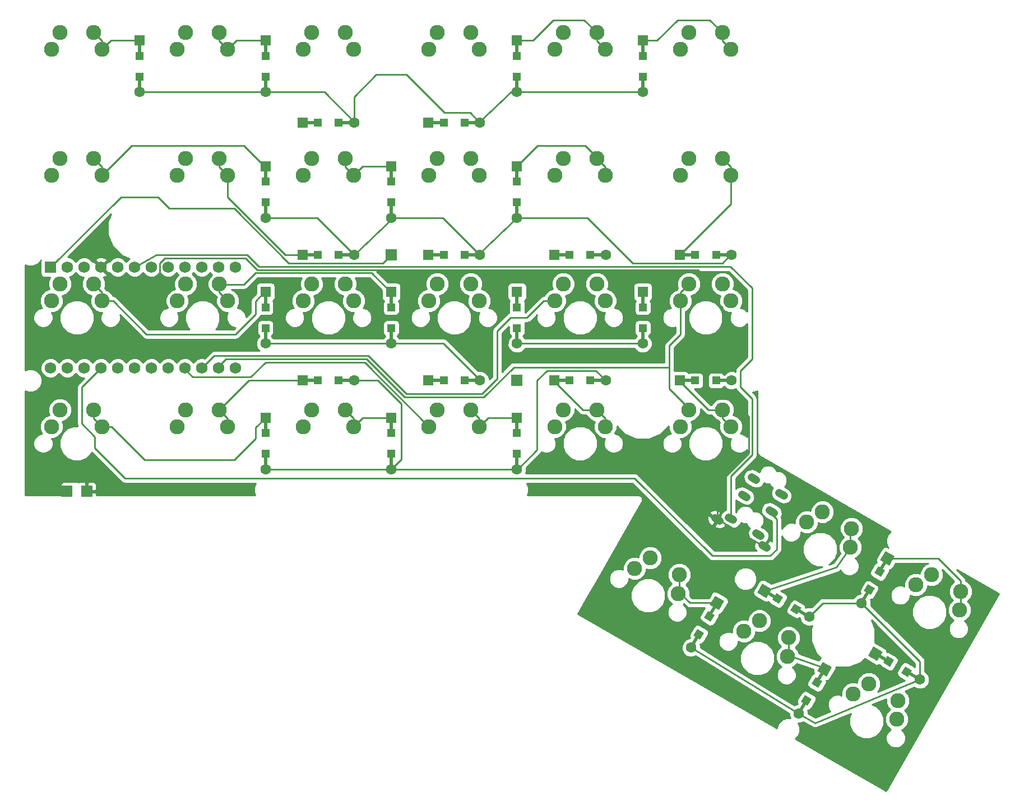
<source format=gtl>
G04 #@! TF.FileFunction,Copper,L1,Top,Signal*
%FSLAX46Y46*%
G04 Gerber Fmt 4.6, Leading zero omitted, Abs format (unit mm)*
G04 Created by KiCad (PCBNEW 4.0.7) date 2017 December 06, Wednesday 22:25:54*
%MOMM*%
%LPD*%
G01*
G04 APERTURE LIST*
%ADD10C,0.100000*%
%ADD11C,2.286000*%
%ADD12C,1.600000*%
%ADD13R,1.200000X1.200000*%
%ADD14R,1.600000X1.600000*%
%ADD15R,0.500000X2.500000*%
%ADD16R,2.500000X0.500000*%
%ADD17C,1.200000*%
%ADD18R,1.700000X1.700000*%
%ADD19R,1.752600X1.752600*%
%ADD20C,1.752600*%
%ADD21C,0.250000*%
%ADD22C,0.254000*%
G04 APERTURE END LIST*
D10*
D11*
X181460000Y-71920000D03*
X186540000Y-71920000D03*
X187810000Y-74460000D03*
X180190000Y-74460000D03*
D10*
G36*
X208492885Y-117294375D02*
X209532115Y-117894375D01*
X208932115Y-118933605D01*
X207892885Y-118333605D01*
X208492885Y-117294375D01*
X208492885Y-117294375D01*
G37*
G36*
X210067885Y-114566395D02*
X211107115Y-115166395D01*
X210507115Y-116205625D01*
X209467885Y-115605625D01*
X210067885Y-114566395D01*
X210067885Y-114566395D01*
G37*
G36*
X211157180Y-112279681D02*
X212542820Y-113079681D01*
X211742820Y-114465321D01*
X210357180Y-113665321D01*
X211157180Y-112279681D01*
X211157180Y-112279681D01*
G37*
D12*
X207550000Y-120127499D03*
D10*
G36*
X211258494Y-113204199D02*
X211691506Y-113454199D01*
X210441506Y-115619263D01*
X210008494Y-115369263D01*
X211258494Y-113204199D01*
X211258494Y-113204199D01*
G37*
G36*
X208558494Y-117880737D02*
X208991506Y-118130737D01*
X207741506Y-120295801D01*
X207308494Y-120045801D01*
X208558494Y-117880737D01*
X208558494Y-117880737D01*
G37*
D11*
X105460000Y-71920000D03*
X110540000Y-71920000D03*
X111810000Y-74460000D03*
X104190000Y-74460000D03*
X181460000Y-52920000D03*
X186540000Y-52920000D03*
X187810000Y-55460000D03*
X180190000Y-55460000D03*
X105460000Y-52920000D03*
X110540000Y-52920000D03*
X111810000Y-55460000D03*
X104190000Y-55460000D03*
X162460000Y-71920000D03*
X167540000Y-71920000D03*
X168810000Y-74460000D03*
X161190000Y-74460000D03*
X86460000Y-71920000D03*
X91540000Y-71920000D03*
X92810000Y-74460000D03*
X85190000Y-74460000D03*
D13*
X174500000Y-40575000D03*
X174500000Y-37425000D03*
D14*
X174500000Y-35100000D03*
D12*
X174500000Y-42900000D03*
D15*
X174500000Y-36300000D03*
X174500000Y-41700000D03*
D13*
X117500000Y-59575000D03*
X117500000Y-56425000D03*
D14*
X117500000Y-54100000D03*
D12*
X117500000Y-61900000D03*
D15*
X117500000Y-55300000D03*
X117500000Y-60700000D03*
D13*
X128575000Y-67500000D03*
X125425000Y-67500000D03*
D14*
X123100000Y-67500000D03*
D12*
X130900000Y-67500000D03*
D16*
X124300000Y-67500000D03*
X129700000Y-67500000D03*
D13*
X136500000Y-59575000D03*
X136500000Y-56425000D03*
D14*
X136500000Y-54100000D03*
D12*
X136500000Y-61900000D03*
D15*
X136500000Y-55300000D03*
X136500000Y-60700000D03*
D13*
X147575000Y-67500000D03*
X144425000Y-67500000D03*
D14*
X142100000Y-67500000D03*
D12*
X149900000Y-67500000D03*
D16*
X143300000Y-67500000D03*
X148700000Y-67500000D03*
D13*
X155500000Y-59575000D03*
X155500000Y-56425000D03*
D14*
X155500000Y-54100000D03*
D12*
X155500000Y-61900000D03*
D15*
X155500000Y-55300000D03*
X155500000Y-60700000D03*
D13*
X185575000Y-67500000D03*
X182425000Y-67500000D03*
D14*
X180100000Y-67500000D03*
D12*
X187900000Y-67500000D03*
D16*
X181300000Y-67500000D03*
X186700000Y-67500000D03*
D13*
X117500000Y-78575000D03*
X117500000Y-75425000D03*
D14*
X117500000Y-73100000D03*
D12*
X117500000Y-80900000D03*
D15*
X117500000Y-74300000D03*
X117500000Y-79700000D03*
D13*
X136500000Y-78575000D03*
X136500000Y-75425000D03*
D14*
X136500000Y-73100000D03*
D12*
X136500000Y-80900000D03*
D15*
X136500000Y-74300000D03*
X136500000Y-79700000D03*
D13*
X147575000Y-86500000D03*
X144425000Y-86500000D03*
D14*
X142100000Y-86500000D03*
D12*
X149900000Y-86500000D03*
D16*
X143300000Y-86500000D03*
X148700000Y-86500000D03*
D13*
X155500000Y-78575000D03*
X155500000Y-75425000D03*
D14*
X155500000Y-73100000D03*
D12*
X155500000Y-80900000D03*
D15*
X155500000Y-74300000D03*
X155500000Y-79700000D03*
D13*
X166575000Y-67500000D03*
X163425000Y-67500000D03*
D14*
X161100000Y-67500000D03*
D12*
X168900000Y-67500000D03*
D16*
X162300000Y-67500000D03*
X167700000Y-67500000D03*
D13*
X174500000Y-78575000D03*
X174500000Y-75425000D03*
D14*
X174500000Y-73100000D03*
D12*
X174500000Y-80900000D03*
D15*
X174500000Y-74300000D03*
X174500000Y-79700000D03*
D13*
X117500000Y-97575000D03*
X117500000Y-94425000D03*
D14*
X117500000Y-92100000D03*
D12*
X117500000Y-99900000D03*
D15*
X117500000Y-93300000D03*
X117500000Y-98700000D03*
D13*
X128575000Y-86500000D03*
X125425000Y-86500000D03*
D14*
X123100000Y-86500000D03*
D12*
X130900000Y-86500000D03*
D16*
X124300000Y-86500000D03*
X129700000Y-86500000D03*
D13*
X136500000Y-97575000D03*
X136500000Y-94425000D03*
D14*
X136500000Y-92100000D03*
D12*
X136500000Y-99900000D03*
D15*
X136500000Y-93300000D03*
X136500000Y-98700000D03*
D13*
X155500000Y-97575000D03*
X155500000Y-94425000D03*
D14*
X155500000Y-92100000D03*
D12*
X155500000Y-99900000D03*
D15*
X155500000Y-93300000D03*
X155500000Y-98700000D03*
D13*
X166575000Y-86500000D03*
X163425000Y-86500000D03*
D14*
X161100000Y-86500000D03*
D12*
X168900000Y-86500000D03*
D16*
X162300000Y-86500000D03*
X167700000Y-86500000D03*
D10*
G36*
X182742885Y-124044375D02*
X183782115Y-124644375D01*
X183182115Y-125683605D01*
X182142885Y-125083605D01*
X182742885Y-124044375D01*
X182742885Y-124044375D01*
G37*
G36*
X184317885Y-121316395D02*
X185357115Y-121916395D01*
X184757115Y-122955625D01*
X183717885Y-122355625D01*
X184317885Y-121316395D01*
X184317885Y-121316395D01*
G37*
G36*
X185407180Y-119029681D02*
X186792820Y-119829681D01*
X185992820Y-121215321D01*
X184607180Y-120415321D01*
X185407180Y-119029681D01*
X185407180Y-119029681D01*
G37*
D12*
X181800000Y-126877499D03*
D10*
G36*
X185508494Y-119954199D02*
X185941506Y-120204199D01*
X184691506Y-122369263D01*
X184258494Y-122119263D01*
X185508494Y-119954199D01*
X185508494Y-119954199D01*
G37*
G36*
X182808494Y-124630737D02*
X183241506Y-124880737D01*
X181991506Y-127045801D01*
X181558494Y-126795801D01*
X182808494Y-124630737D01*
X182808494Y-124630737D01*
G37*
G36*
X198992885Y-134044375D02*
X200032115Y-134644375D01*
X199432115Y-135683605D01*
X198392885Y-135083605D01*
X198992885Y-134044375D01*
X198992885Y-134044375D01*
G37*
G36*
X200567885Y-131316395D02*
X201607115Y-131916395D01*
X201007115Y-132955625D01*
X199967885Y-132355625D01*
X200567885Y-131316395D01*
X200567885Y-131316395D01*
G37*
G36*
X201657180Y-129029681D02*
X203042820Y-129829681D01*
X202242820Y-131215321D01*
X200857180Y-130415321D01*
X201657180Y-129029681D01*
X201657180Y-129029681D01*
G37*
D12*
X198050000Y-136877499D03*
D10*
G36*
X201758494Y-129954199D02*
X202191506Y-130204199D01*
X200941506Y-132369263D01*
X200508494Y-132119263D01*
X201758494Y-129954199D01*
X201758494Y-129954199D01*
G37*
G36*
X199058494Y-134630737D02*
X199491506Y-134880737D01*
X198241506Y-137045801D01*
X197808494Y-136795801D01*
X199058494Y-134630737D01*
X199058494Y-134630737D01*
G37*
G36*
X213544375Y-130757115D02*
X214144375Y-129717885D01*
X215183605Y-130317885D01*
X214583605Y-131357115D01*
X213544375Y-130757115D01*
X213544375Y-130757115D01*
G37*
G36*
X210816395Y-129182115D02*
X211416395Y-128142885D01*
X212455625Y-128742885D01*
X211855625Y-129782115D01*
X210816395Y-129182115D01*
X210816395Y-129182115D01*
G37*
G36*
X208529681Y-128092820D02*
X209329681Y-126707180D01*
X210715321Y-127507180D01*
X209915321Y-128892820D01*
X208529681Y-128092820D01*
X208529681Y-128092820D01*
G37*
D12*
X216377499Y-131700000D03*
D10*
G36*
X209454199Y-127991506D02*
X209704199Y-127558494D01*
X211869263Y-128808494D01*
X211619263Y-129241506D01*
X209454199Y-127991506D01*
X209454199Y-127991506D01*
G37*
G36*
X214130737Y-130691506D02*
X214380737Y-130258494D01*
X216545801Y-131508494D01*
X216295801Y-131941506D01*
X214130737Y-130691506D01*
X214130737Y-130691506D01*
G37*
G36*
X196794375Y-121257115D02*
X197394375Y-120217885D01*
X198433605Y-120817885D01*
X197833605Y-121857115D01*
X196794375Y-121257115D01*
X196794375Y-121257115D01*
G37*
G36*
X194066395Y-119682115D02*
X194666395Y-118642885D01*
X195705625Y-119242885D01*
X195105625Y-120282115D01*
X194066395Y-119682115D01*
X194066395Y-119682115D01*
G37*
G36*
X191779681Y-118592820D02*
X192579681Y-117207180D01*
X193965321Y-118007180D01*
X193165321Y-119392820D01*
X191779681Y-118592820D01*
X191779681Y-118592820D01*
G37*
D12*
X199627499Y-122200000D03*
D10*
G36*
X192704199Y-118491506D02*
X192954199Y-118058494D01*
X195119263Y-119308494D01*
X194869263Y-119741506D01*
X192704199Y-118491506D01*
X192704199Y-118491506D01*
G37*
G36*
X197380737Y-121191506D02*
X197630737Y-120758494D01*
X199795801Y-122008494D01*
X199545801Y-122441506D01*
X197380737Y-121191506D01*
X197380737Y-121191506D01*
G37*
D17*
X190955930Y-101125369D02*
X191648750Y-101525369D01*
X189455930Y-103723446D02*
X190148750Y-104123446D01*
X187455930Y-107187547D02*
X188148750Y-107587547D01*
X192535095Y-111390175D02*
X193227915Y-111790175D01*
X186126507Y-107690175D02*
X185433687Y-107290175D01*
X192305672Y-109987547D02*
X191612852Y-109587547D01*
X194305672Y-106523446D02*
X193612852Y-106123446D01*
X195805672Y-103925369D02*
X195112852Y-103525369D01*
D11*
X86460000Y-52920000D03*
X91540000Y-52920000D03*
X92810000Y-55460000D03*
X85190000Y-55460000D03*
X124460000Y-52920000D03*
X129540000Y-52920000D03*
X130810000Y-55460000D03*
X123190000Y-55460000D03*
X143460000Y-52920000D03*
X148540000Y-52920000D03*
X149810000Y-55460000D03*
X142190000Y-55460000D03*
X162460000Y-52920000D03*
X167540000Y-52920000D03*
X168810000Y-55460000D03*
X161190000Y-55460000D03*
X124460000Y-71920000D03*
X129540000Y-71920000D03*
X130810000Y-74460000D03*
X123190000Y-74460000D03*
X143460000Y-71920000D03*
X148540000Y-71920000D03*
X149810000Y-74460000D03*
X142190000Y-74460000D03*
X86460000Y-90920000D03*
X91540000Y-90920000D03*
X92810000Y-93460000D03*
X85190000Y-93460000D03*
X105460000Y-90920000D03*
X110540000Y-90920000D03*
X111810000Y-93460000D03*
X104190000Y-93460000D03*
X124460000Y-90920000D03*
X129540000Y-90920000D03*
X130810000Y-93460000D03*
X123190000Y-93460000D03*
X143460000Y-90920000D03*
X148540000Y-90920000D03*
X149810000Y-93460000D03*
X142190000Y-93460000D03*
X162460000Y-90920000D03*
X167540000Y-90920000D03*
X168810000Y-93460000D03*
X161190000Y-93460000D03*
X181460000Y-90920000D03*
X186540000Y-90920000D03*
X187810000Y-93460000D03*
X180190000Y-93460000D03*
X175640295Y-113330591D03*
X180039705Y-115870591D03*
X179869557Y-118705295D03*
X173270443Y-114895295D03*
X192140295Y-122830591D03*
X196539705Y-125370591D03*
X196369557Y-128205295D03*
X189770443Y-124395295D03*
X208640295Y-132330591D03*
X213039705Y-134870591D03*
X212869557Y-137705295D03*
X206270443Y-133895295D03*
X218140295Y-115830591D03*
X222539705Y-118370591D03*
X222369557Y-121205295D03*
X215770443Y-117395295D03*
X201640295Y-106330591D03*
X206039705Y-108870591D03*
X205869557Y-111705295D03*
X199270443Y-107895295D03*
D18*
X155500000Y-86500000D03*
X90500000Y-103250000D03*
X87500000Y-103250000D03*
X136500000Y-67500000D03*
D19*
X85030000Y-69380000D03*
D20*
X87570000Y-69380000D03*
X90110000Y-69380000D03*
X92650000Y-69380000D03*
X95190000Y-69380000D03*
X97730000Y-69380000D03*
X100270000Y-69380000D03*
X102810000Y-69380000D03*
X105350000Y-69380000D03*
X107890000Y-69380000D03*
X110430000Y-69380000D03*
X112970000Y-84620000D03*
X110430000Y-84620000D03*
X107890000Y-84620000D03*
X105350000Y-84620000D03*
X102810000Y-84620000D03*
X100270000Y-84620000D03*
X97730000Y-84620000D03*
X95190000Y-84620000D03*
X92650000Y-84620000D03*
X90110000Y-84620000D03*
X87570000Y-84620000D03*
X112970000Y-69380000D03*
X85030000Y-84620000D03*
D13*
X98500000Y-40575000D03*
X98500000Y-37425000D03*
D14*
X98500000Y-35100000D03*
D12*
X98500000Y-42900000D03*
D15*
X98500000Y-36300000D03*
X98500000Y-41700000D03*
D13*
X117500000Y-40575000D03*
X117500000Y-37425000D03*
D14*
X117500000Y-35100000D03*
D12*
X117500000Y-42900000D03*
D15*
X117500000Y-36300000D03*
X117500000Y-41700000D03*
D13*
X128575000Y-47500000D03*
X125425000Y-47500000D03*
D14*
X123100000Y-47500000D03*
D12*
X130900000Y-47500000D03*
D16*
X124300000Y-47500000D03*
X129700000Y-47500000D03*
D13*
X147575000Y-47500000D03*
X144425000Y-47500000D03*
D14*
X142100000Y-47500000D03*
D12*
X149900000Y-47500000D03*
D16*
X143300000Y-47500000D03*
X148700000Y-47500000D03*
D13*
X155500000Y-40575000D03*
X155500000Y-37425000D03*
D14*
X155500000Y-35100000D03*
D12*
X155500000Y-42900000D03*
D15*
X155500000Y-36300000D03*
X155500000Y-41700000D03*
D11*
X86460000Y-33920000D03*
X91540000Y-33920000D03*
X92810000Y-36460000D03*
X85190000Y-36460000D03*
X105460000Y-33920000D03*
X110540000Y-33920000D03*
X111810000Y-36460000D03*
X104190000Y-36460000D03*
X124460000Y-33920000D03*
X129540000Y-33920000D03*
X130810000Y-36460000D03*
X123190000Y-36460000D03*
X143460000Y-33920000D03*
X148540000Y-33920000D03*
X149810000Y-36460000D03*
X142190000Y-36460000D03*
X162460000Y-33920000D03*
X167540000Y-33920000D03*
X168810000Y-36460000D03*
X161190000Y-36460000D03*
X181460000Y-33920000D03*
X186540000Y-33920000D03*
X187810000Y-36460000D03*
X180190000Y-36460000D03*
D13*
X185575000Y-86500000D03*
X182425000Y-86500000D03*
D14*
X180100000Y-86500000D03*
D12*
X187900000Y-86500000D03*
D16*
X181300000Y-86500000D03*
X186700000Y-86500000D03*
D21*
X92810000Y-36460000D02*
X92810000Y-35190000D01*
X92810000Y-35190000D02*
X91540000Y-33920000D01*
X98500000Y-35100000D02*
X94170000Y-35100000D01*
X94170000Y-35100000D02*
X92810000Y-36460000D01*
X117500000Y-35100000D02*
X113170000Y-35100000D01*
X113170000Y-35100000D02*
X111810000Y-36460000D01*
X110540000Y-33920000D02*
X110540000Y-35190000D01*
X110540000Y-35190000D02*
X111810000Y-36460000D01*
X167540000Y-33920000D02*
X167540000Y-35190000D01*
X167540000Y-35190000D02*
X168810000Y-36460000D01*
X155500000Y-35100000D02*
X157900000Y-35100000D01*
X165620000Y-32000000D02*
X167540000Y-33920000D01*
X161000000Y-32000000D02*
X165620000Y-32000000D01*
X157900000Y-35100000D02*
X161000000Y-32000000D01*
X186540000Y-33920000D02*
X186540000Y-35190000D01*
X186540000Y-35190000D02*
X187810000Y-36460000D01*
X174500000Y-35100000D02*
X176650000Y-35100000D01*
X184620000Y-32000000D02*
X186540000Y-33920000D01*
X179750000Y-32000000D02*
X184620000Y-32000000D01*
X176650000Y-35100000D02*
X179750000Y-32000000D01*
X187810000Y-36460000D02*
X187750000Y-36500000D01*
X187670000Y-36540000D02*
X187670000Y-36420000D01*
X187710000Y-36540000D02*
X187670000Y-36540000D01*
X187750000Y-36500000D02*
X187710000Y-36540000D01*
X187750000Y-36500000D02*
X187670000Y-36420000D01*
X117500000Y-54100000D02*
X117350000Y-54100000D01*
X117350000Y-54100000D02*
X114250000Y-51000000D01*
X114250000Y-51000000D02*
X97270000Y-51000000D01*
X97270000Y-51000000D02*
X92810000Y-55460000D01*
X92810000Y-55460000D02*
X92810000Y-54190000D01*
X92810000Y-54190000D02*
X91540000Y-52920000D01*
X123100000Y-67500000D02*
X120500000Y-67500000D01*
X111810000Y-58810000D02*
X111810000Y-55460000D01*
X120500000Y-67500000D02*
X111810000Y-58810000D01*
X110540000Y-52920000D02*
X110540000Y-54190000D01*
X110540000Y-54190000D02*
X111810000Y-55460000D01*
X136500000Y-54100000D02*
X132170000Y-54100000D01*
X132170000Y-54100000D02*
X130810000Y-55460000D01*
X129540000Y-52920000D02*
X129540000Y-54190000D01*
X129540000Y-54190000D02*
X130810000Y-55460000D01*
X167540000Y-52920000D02*
X167540000Y-52790000D01*
X167540000Y-52790000D02*
X165750000Y-51000000D01*
X158600000Y-51000000D02*
X155500000Y-54100000D01*
X165750000Y-51000000D02*
X158600000Y-51000000D01*
X168810000Y-55460000D02*
X168810000Y-54190000D01*
X168810000Y-54190000D02*
X167540000Y-52920000D01*
X187810000Y-55460000D02*
X187810000Y-59790000D01*
X187810000Y-59790000D02*
X180100000Y-67500000D01*
X187810000Y-55460000D02*
X187810000Y-54190000D01*
X187810000Y-54190000D02*
X186540000Y-52920000D01*
X180100000Y-67500000D02*
X180100000Y-67400000D01*
X117500000Y-73100000D02*
X117400000Y-73100000D01*
X117400000Y-73100000D02*
X116000000Y-74500000D01*
X116000000Y-74500000D02*
X116000000Y-76500000D01*
X116000000Y-76500000D02*
X113000000Y-79500000D01*
X113000000Y-79500000D02*
X99500000Y-79500000D01*
X99500000Y-79500000D02*
X94460000Y-74460000D01*
X94460000Y-74460000D02*
X92810000Y-74460000D01*
X92810000Y-74460000D02*
X92810000Y-73190000D01*
X92810000Y-73190000D02*
X91540000Y-71920000D01*
X136500000Y-73100000D02*
X136350000Y-73100000D01*
X136350000Y-73100000D02*
X133500000Y-70250000D01*
X133500000Y-70250000D02*
X116000000Y-70250000D01*
X116000000Y-70250000D02*
X114250000Y-72000000D01*
X114250000Y-72000000D02*
X110500000Y-72000000D01*
X110500000Y-72000000D02*
X110540000Y-73190000D01*
X110540000Y-73190000D02*
X111810000Y-74460000D01*
X161100000Y-67500000D02*
X161100000Y-67850000D01*
X174500000Y-73100000D02*
X174600000Y-73100000D01*
X92810000Y-93460000D02*
X94210000Y-93460000D01*
X116000000Y-93600000D02*
X117500000Y-92100000D01*
X116000000Y-95250000D02*
X116000000Y-93600000D01*
X112750000Y-98500000D02*
X116000000Y-95250000D01*
X99250000Y-98500000D02*
X112750000Y-98500000D01*
X94210000Y-93460000D02*
X99250000Y-98500000D01*
X91540000Y-90920000D02*
X91540000Y-92190000D01*
X91540000Y-92190000D02*
X92810000Y-93460000D01*
X123100000Y-86500000D02*
X114960000Y-86500000D01*
X114960000Y-86500000D02*
X110540000Y-90920000D01*
X111810000Y-93460000D02*
X111810000Y-92190000D01*
X111810000Y-92190000D02*
X110540000Y-90920000D01*
X130810000Y-93460000D02*
X130810000Y-92190000D01*
X130810000Y-92190000D02*
X129540000Y-90920000D01*
X136500000Y-92100000D02*
X132170000Y-92100000D01*
X132170000Y-92100000D02*
X130810000Y-93460000D01*
X155500000Y-92100000D02*
X151170000Y-92100000D01*
X151170000Y-92100000D02*
X149810000Y-93460000D01*
X149810000Y-93460000D02*
X149810000Y-92190000D01*
X149810000Y-92190000D02*
X148540000Y-90920000D01*
X161100000Y-86500000D02*
X161100000Y-86600000D01*
X161100000Y-86600000D02*
X165420000Y-90920000D01*
X165420000Y-90920000D02*
X167540000Y-90920000D01*
X168810000Y-93460000D02*
X168810000Y-92190000D01*
X168810000Y-92190000D02*
X167540000Y-90920000D01*
X173250000Y-101250000D02*
X96250000Y-101250000D01*
X194750000Y-107500000D02*
X194750000Y-112000000D01*
X194750000Y-112000000D02*
X193750000Y-113000000D01*
X193750000Y-113000000D02*
X185000000Y-113000000D01*
X185000000Y-113000000D02*
X173250000Y-101250000D01*
X193959262Y-106709262D02*
X194750000Y-107500000D01*
X89750000Y-87520000D02*
X92650000Y-84620000D01*
X89750000Y-93000000D02*
X89750000Y-87520000D01*
X91750000Y-95000000D02*
X89750000Y-93000000D01*
X91750000Y-96750000D02*
X91750000Y-95000000D01*
X96250000Y-101250000D02*
X91750000Y-96750000D01*
X92650000Y-84620000D02*
X92650000Y-84650000D01*
X193959262Y-106323446D02*
X193959262Y-106709262D01*
X190500000Y-92000000D02*
X187750000Y-89250000D01*
X185780097Y-102219903D02*
X190500000Y-97500000D01*
X190500000Y-97500000D02*
X190500000Y-92000000D01*
X185780097Y-107490175D02*
X185780097Y-102219903D01*
X94270000Y-71000000D02*
X92650000Y-69380000D01*
X100750000Y-71000000D02*
X94270000Y-71000000D01*
X101500000Y-70250000D02*
X100750000Y-71000000D01*
X101500000Y-68750000D02*
X101500000Y-70250000D01*
X102250000Y-68000000D02*
X101500000Y-68750000D01*
X114500000Y-68000000D02*
X102250000Y-68000000D01*
X116250000Y-69750000D02*
X114500000Y-68000000D01*
X182799998Y-69750000D02*
X116250000Y-69750000D01*
X184500000Y-71450002D02*
X182799998Y-69750000D01*
X184500000Y-73500000D02*
X184500000Y-71450002D01*
X186500000Y-75500000D02*
X184500000Y-73500000D01*
X186500000Y-78500000D02*
X186500000Y-75500000D01*
X184000000Y-81000000D02*
X186500000Y-78500000D01*
X184000000Y-87250000D02*
X184000000Y-81000000D01*
X186000000Y-89250000D02*
X184000000Y-87250000D01*
X187750000Y-89250000D02*
X186000000Y-89250000D01*
X192881505Y-111590175D02*
X185780097Y-107490175D01*
X130900000Y-47500000D02*
X130900000Y-43600000D01*
X148400000Y-46000000D02*
X149900000Y-47500000D01*
X144500000Y-46000000D02*
X148400000Y-46000000D01*
X138750000Y-40250000D02*
X144500000Y-46000000D01*
X134250000Y-40250000D02*
X138750000Y-40250000D01*
X130900000Y-43600000D02*
X134250000Y-40250000D01*
X130900000Y-47500000D02*
X130900000Y-47400000D01*
X130900000Y-47400000D02*
X126400000Y-42900000D01*
X126400000Y-42900000D02*
X117500000Y-42900000D01*
X155500000Y-42900000D02*
X174500000Y-42900000D01*
X149900000Y-47500000D02*
X149900000Y-47350000D01*
X149900000Y-47350000D02*
X154600000Y-42900000D01*
X154600000Y-42900000D02*
X155500000Y-42900000D01*
X117500000Y-42900000D02*
X98500000Y-42900000D01*
X98525000Y-42925000D02*
X98500000Y-42900000D01*
X187900000Y-67500000D02*
X187750000Y-67500000D01*
X187750000Y-67500000D02*
X186500000Y-68750000D01*
X186500000Y-68750000D02*
X173000000Y-68750000D01*
X173000000Y-68750000D02*
X166150000Y-61900000D01*
X166150000Y-61900000D02*
X155500000Y-61900000D01*
X136500000Y-61900000D02*
X144300000Y-61900000D01*
X144300000Y-61900000D02*
X149900000Y-67500000D01*
X117500000Y-61900000D02*
X125300000Y-61900000D01*
X125300000Y-61900000D02*
X130900000Y-67500000D01*
X130900000Y-67500000D02*
X130900000Y-67400000D01*
X136500000Y-61900000D02*
X136500000Y-62150000D01*
X136500000Y-62150000D02*
X130900000Y-67500000D01*
X149900000Y-67500000D02*
X149900000Y-67250000D01*
X149900000Y-67250000D02*
X155500000Y-61900000D01*
X136500000Y-80900000D02*
X117500000Y-80900000D01*
X149900000Y-86500000D02*
X149900000Y-86400000D01*
X149900000Y-86400000D02*
X144400000Y-80900000D01*
X144400000Y-80900000D02*
X136500000Y-80900000D01*
X155600000Y-80900000D02*
X174500000Y-80900000D01*
X155500000Y-99900000D02*
X155600000Y-99900000D01*
X155600000Y-99900000D02*
X158500000Y-97000000D01*
X167400000Y-85000000D02*
X168900000Y-86500000D01*
X160000000Y-85000000D02*
X167400000Y-85000000D01*
X158500000Y-86500000D02*
X160000000Y-85000000D01*
X158500000Y-97000000D02*
X158500000Y-86500000D01*
X130900000Y-86500000D02*
X134500000Y-86500000D01*
X138000000Y-98400000D02*
X136500000Y-99900000D01*
X138000000Y-90000000D02*
X138000000Y-98400000D01*
X134500000Y-86500000D02*
X138000000Y-90000000D01*
X155150000Y-99900000D02*
X155500000Y-99900000D01*
X117500000Y-99900000D02*
X136500000Y-99900000D01*
X136500000Y-99900000D02*
X155500000Y-99900000D01*
X105350000Y-84620000D02*
X105350000Y-84850000D01*
X105350000Y-84850000D02*
X106500000Y-86000000D01*
X106500000Y-86000000D02*
X115250000Y-86000000D01*
X115250000Y-86000000D02*
X117500000Y-83750000D01*
X117500000Y-83750000D02*
X132480000Y-83750000D01*
X132480000Y-83750000D02*
X142190000Y-93460000D01*
X143460000Y-71920000D02*
X143420000Y-71920000D01*
X107890000Y-84620000D02*
X107890000Y-84610000D01*
X107890000Y-84610000D02*
X109750000Y-82750000D01*
X109750000Y-82750000D02*
X133000000Y-82750000D01*
X133000000Y-82750000D02*
X138750000Y-88500000D01*
X138750000Y-88500000D02*
X150250000Y-88500000D01*
X150250000Y-88500000D02*
X152500000Y-86250000D01*
X152500000Y-86250000D02*
X152500000Y-79000000D01*
X152500000Y-79000000D02*
X154500000Y-77000000D01*
X154500000Y-77000000D02*
X157000000Y-77000000D01*
X157000000Y-77000000D02*
X159540000Y-74460000D01*
X159540000Y-74460000D02*
X161190000Y-74460000D01*
X162290000Y-71750000D02*
X162460000Y-71920000D01*
X110430000Y-84620000D02*
X110430000Y-84320000D01*
X110430000Y-84320000D02*
X111500000Y-83250000D01*
X111500000Y-83250000D02*
X132750000Y-83250000D01*
X132750000Y-83250000D02*
X138500000Y-89000000D01*
X138500000Y-89000000D02*
X150500000Y-89000000D01*
X150500000Y-89000000D02*
X155000000Y-84500000D01*
X155000000Y-84500000D02*
X178500000Y-84500000D01*
X180190000Y-74460000D02*
X180190000Y-73190000D01*
X180190000Y-73190000D02*
X181460000Y-71920000D01*
X181460000Y-90920000D02*
X181460000Y-90710000D01*
X181460000Y-90710000D02*
X178500000Y-87750000D01*
X180190000Y-79560000D02*
X180190000Y-74460000D01*
X178500000Y-81250000D02*
X180190000Y-79560000D01*
X178500000Y-87750000D02*
X178500000Y-84500000D01*
X178500000Y-84500000D02*
X178500000Y-81250000D01*
X181460000Y-90920000D02*
X181460000Y-90790000D01*
X189251880Y-84999986D02*
X191000000Y-83250000D01*
X187802340Y-100947660D02*
X191000000Y-97750000D01*
X191000000Y-97750000D02*
X191000000Y-89250000D01*
X191000000Y-89250000D02*
X189270690Y-87501724D01*
X189270690Y-87501724D02*
X189251880Y-84999986D01*
X187802340Y-107387547D02*
X187802340Y-100947660D01*
X101000000Y-67500000D02*
X97730000Y-69380000D01*
X114750000Y-67500000D02*
X101000000Y-67500000D01*
X116500000Y-69250000D02*
X114750000Y-67500000D01*
X187750000Y-69250000D02*
X116500000Y-69250000D01*
X191000000Y-72500000D02*
X187750000Y-69250000D01*
X191000000Y-83250000D02*
X191000000Y-72500000D01*
X136500000Y-67500000D02*
X135250000Y-68750000D01*
X95660000Y-58750000D02*
X85030000Y-69380000D01*
X101250000Y-58750000D02*
X95660000Y-58750000D01*
X103000000Y-60500000D02*
X101250000Y-58750000D01*
X112750000Y-60500000D02*
X103000000Y-60500000D01*
X121000000Y-68750000D02*
X112750000Y-60500000D01*
X135250000Y-68750000D02*
X121000000Y-68750000D01*
X186540000Y-90920000D02*
X186540000Y-92190000D01*
X186540000Y-92190000D02*
X187810000Y-93460000D01*
X180100000Y-86500000D02*
X180100000Y-86600000D01*
X180100000Y-86600000D02*
X184420000Y-90920000D01*
X184420000Y-90920000D02*
X186540000Y-90920000D01*
X207550000Y-120127499D02*
X201700000Y-120127499D01*
X201700000Y-120127499D02*
X199627499Y-122200000D01*
X216377499Y-131700000D02*
X216377499Y-128954998D01*
X216377499Y-128954998D02*
X207550000Y-120127499D01*
X198050000Y-136877499D02*
X200500000Y-138250000D01*
X200500000Y-138250000D02*
X216377499Y-131700000D01*
X181800000Y-126877499D02*
X198050000Y-136877499D01*
X180039705Y-115870591D02*
X180039705Y-118535147D01*
X180039705Y-118535147D02*
X181627059Y-120122501D01*
X181627059Y-120122501D02*
X185700000Y-120122501D01*
X196539705Y-125370591D02*
X196539705Y-128035147D01*
X196539705Y-128035147D02*
X202000000Y-130000000D01*
X202000000Y-130000000D02*
X201950000Y-130122501D01*
X212869557Y-135040739D02*
X213039705Y-134870591D01*
X222539705Y-118370591D02*
X222539705Y-121035147D01*
X211450000Y-113372501D02*
X219122501Y-113372501D01*
X222539705Y-116789705D02*
X222539705Y-118370591D01*
X219122501Y-113372501D02*
X222539705Y-116789705D01*
X205869557Y-111705295D02*
X205869557Y-109040739D01*
X205869557Y-109040739D02*
X206039705Y-108870591D01*
X192872501Y-118300000D02*
X192950000Y-118300000D01*
X192950000Y-118300000D02*
X203675148Y-114750000D01*
X203675148Y-114750000D02*
X203750000Y-114750000D01*
X203750000Y-114750000D02*
X205869557Y-111705295D01*
D22*
G36*
X191790000Y-97250000D02*
X191808073Y-97340859D01*
X191814071Y-97433309D01*
X191834864Y-97475542D01*
X191844046Y-97521705D01*
X191895514Y-97598732D01*
X191936434Y-97681848D01*
X191971802Y-97712906D01*
X191997954Y-97752046D01*
X192074985Y-97803516D01*
X192144594Y-97864643D01*
X211968965Y-109327715D01*
X211529996Y-109765918D01*
X211265301Y-110403373D01*
X211264699Y-111093599D01*
X211528281Y-111731515D01*
X211563207Y-111766502D01*
X211480900Y-111718982D01*
X211254971Y-111639669D01*
X210998266Y-111652047D01*
X210766601Y-111763322D01*
X210596481Y-111955961D01*
X209796481Y-113341601D01*
X209717168Y-113567530D01*
X209729546Y-113824235D01*
X209807879Y-113987318D01*
X209677306Y-114050036D01*
X209507186Y-114242675D01*
X208907186Y-115281905D01*
X208827873Y-115507834D01*
X208840251Y-115764539D01*
X208951526Y-115996204D01*
X209144165Y-116166324D01*
X210183395Y-116766324D01*
X210409324Y-116845637D01*
X210666029Y-116833259D01*
X210897694Y-116721984D01*
X211067814Y-116529345D01*
X211667814Y-115490115D01*
X211747127Y-115264186D01*
X211739248Y-115100790D01*
X211901734Y-115092955D01*
X212133399Y-114981680D01*
X212303519Y-114789041D01*
X212682573Y-114132501D01*
X217594039Y-114132501D01*
X217134455Y-114322397D01*
X216633859Y-114822120D01*
X216362604Y-115475373D01*
X216362394Y-115715904D01*
X216125661Y-115617604D01*
X215418329Y-115616987D01*
X214764603Y-115887101D01*
X214264007Y-116386824D01*
X213992752Y-117040077D01*
X213992266Y-117596776D01*
X213697452Y-117474358D01*
X213106324Y-117473842D01*
X212559996Y-117699580D01*
X212141640Y-118117206D01*
X211914949Y-118663139D01*
X211914433Y-119254267D01*
X212140171Y-119800595D01*
X212557797Y-120218951D01*
X213103730Y-120445642D01*
X213694858Y-120446158D01*
X214241186Y-120220420D01*
X214659542Y-119802794D01*
X214886233Y-119256861D01*
X214886498Y-118953439D01*
X215415225Y-119172986D01*
X216122557Y-119173603D01*
X216776283Y-118903489D01*
X217276879Y-118403766D01*
X217548134Y-117750513D01*
X217548344Y-117509982D01*
X217785077Y-117608282D01*
X218492409Y-117608899D01*
X219146135Y-117338785D01*
X219646731Y-116839062D01*
X219917986Y-116185809D01*
X219918603Y-115478477D01*
X219753081Y-115077883D01*
X221536504Y-116861306D01*
X221533865Y-116862397D01*
X221033269Y-117362120D01*
X220762014Y-118015373D01*
X220761397Y-118722705D01*
X221031511Y-119376431D01*
X221357659Y-119703149D01*
X220863121Y-120196824D01*
X220591866Y-120850077D01*
X220591249Y-121557409D01*
X220861363Y-122211135D01*
X221361086Y-122711731D01*
X221441854Y-122745269D01*
X221358814Y-122779580D01*
X220940458Y-123197206D01*
X220713767Y-123743139D01*
X220713251Y-124334267D01*
X220938989Y-124880595D01*
X221356615Y-125298951D01*
X221902548Y-125525642D01*
X222493676Y-125526158D01*
X223040004Y-125300420D01*
X223458360Y-124882794D01*
X223685051Y-124336861D01*
X223685567Y-123745733D01*
X223459829Y-123199405D01*
X223091755Y-122830687D01*
X223375397Y-122713489D01*
X223875993Y-122213766D01*
X224147248Y-121560513D01*
X224147865Y-120853181D01*
X223877751Y-120199455D01*
X223551603Y-119872737D01*
X224046141Y-119379062D01*
X224317396Y-118725809D01*
X224318013Y-118018477D01*
X224047899Y-117364751D01*
X223548176Y-116864155D01*
X223293477Y-116758394D01*
X223260435Y-116592283D01*
X223241853Y-116498865D01*
X223077106Y-116252304D01*
X221888031Y-115063229D01*
X228282554Y-118760742D01*
X211237533Y-148529512D01*
X197554265Y-140649096D01*
X197970004Y-140234082D01*
X198234699Y-139596627D01*
X198235301Y-138906401D01*
X197989884Y-138312447D01*
X198334187Y-138312747D01*
X198750169Y-138140867D01*
X200128558Y-138913047D01*
X200171045Y-138926858D01*
X200208153Y-138951730D01*
X200310907Y-138972322D01*
X200410569Y-139004719D01*
X200455104Y-139001220D01*
X200498910Y-139009999D01*
X200601729Y-138989700D01*
X200706195Y-138981493D01*
X200746000Y-138961218D01*
X200789832Y-138952565D01*
X205940179Y-136827874D01*
X205671558Y-137474785D01*
X205670645Y-138520626D01*
X206070028Y-139487207D01*
X206808904Y-140227373D01*
X207774785Y-140628442D01*
X208820626Y-140629355D01*
X209787207Y-140229972D01*
X210527373Y-139491096D01*
X210928442Y-138525215D01*
X210929355Y-137479374D01*
X210529972Y-136512793D01*
X209791096Y-135772627D01*
X209146732Y-135505064D01*
X211261912Y-134632481D01*
X211261397Y-135222705D01*
X211531511Y-135876431D01*
X211857659Y-136203149D01*
X211363121Y-136696824D01*
X211091866Y-137350077D01*
X211091249Y-138057409D01*
X211361363Y-138711135D01*
X211861086Y-139211731D01*
X211941854Y-139245269D01*
X211858814Y-139279580D01*
X211440458Y-139697206D01*
X211213767Y-140243139D01*
X211213251Y-140834267D01*
X211438989Y-141380595D01*
X211856615Y-141798951D01*
X212402548Y-142025642D01*
X212993676Y-142026158D01*
X213540004Y-141800420D01*
X213958360Y-141382794D01*
X214185051Y-140836861D01*
X214185567Y-140245733D01*
X213959829Y-139699405D01*
X213591755Y-139330687D01*
X213875397Y-139213489D01*
X214375993Y-138713766D01*
X214647248Y-138060513D01*
X214647865Y-137353181D01*
X214377751Y-136699455D01*
X214051603Y-136372737D01*
X214546141Y-135879062D01*
X214817396Y-135225809D01*
X214818013Y-134518477D01*
X214547899Y-133864751D01*
X214132246Y-133448372D01*
X215522620Y-132874797D01*
X215563576Y-132915824D01*
X216090808Y-133134750D01*
X216661686Y-133135248D01*
X217189299Y-132917243D01*
X217593323Y-132513923D01*
X217812249Y-131986691D01*
X217812747Y-131415813D01*
X217594742Y-130888200D01*
X217191422Y-130484176D01*
X217137499Y-130461785D01*
X217137499Y-128954998D01*
X217079647Y-128664159D01*
X216914900Y-128417597D01*
X210517929Y-122020626D01*
X215170645Y-122020626D01*
X215570028Y-122987207D01*
X216308904Y-123727373D01*
X217274785Y-124128442D01*
X218320626Y-124129355D01*
X219287207Y-123729972D01*
X220027373Y-122991096D01*
X220428442Y-122025215D01*
X220429355Y-120979374D01*
X220029972Y-120012793D01*
X219291096Y-119272627D01*
X218325215Y-118871558D01*
X217279374Y-118870645D01*
X216312793Y-119270028D01*
X215572627Y-120008904D01*
X215171558Y-120974785D01*
X215170645Y-122020626D01*
X210517929Y-122020626D01*
X208963256Y-120465953D01*
X208984750Y-120414190D01*
X208985248Y-119843312D01*
X208887264Y-119606171D01*
X208908113Y-119570059D01*
X209091029Y-119561239D01*
X209322694Y-119449964D01*
X209492814Y-119257325D01*
X210092814Y-118218095D01*
X210172127Y-117992166D01*
X210159749Y-117735461D01*
X210048474Y-117503796D01*
X209855835Y-117333676D01*
X208816605Y-116733676D01*
X208590676Y-116654363D01*
X208333971Y-116666741D01*
X208102306Y-116778016D01*
X207932186Y-116970655D01*
X207332186Y-118009885D01*
X207252873Y-118235814D01*
X207265251Y-118492519D01*
X207352640Y-118674456D01*
X207342328Y-118692318D01*
X207265813Y-118692251D01*
X206738200Y-118910256D01*
X206334176Y-119313576D01*
X206311785Y-119367499D01*
X201700000Y-119367499D01*
X201409161Y-119425351D01*
X201162599Y-119590098D01*
X199965953Y-120786744D01*
X199914190Y-120765250D01*
X199343312Y-120764752D01*
X199106171Y-120862736D01*
X199070059Y-120841887D01*
X199061239Y-120658971D01*
X198949964Y-120427306D01*
X198757325Y-120257186D01*
X197718095Y-119657186D01*
X197492166Y-119577873D01*
X197235461Y-119590251D01*
X197003796Y-119701526D01*
X196833676Y-119894165D01*
X196233676Y-120933395D01*
X196154363Y-121159324D01*
X196166741Y-121416029D01*
X196278016Y-121647694D01*
X196470655Y-121817814D01*
X197509885Y-122417814D01*
X197735814Y-122497127D01*
X197992519Y-122484749D01*
X198174456Y-122397360D01*
X198192318Y-122407672D01*
X198192251Y-122484187D01*
X198410256Y-123011800D01*
X198813576Y-123415824D01*
X199340808Y-123634750D01*
X199911686Y-123635248D01*
X200116590Y-123550584D01*
X199915841Y-124034040D01*
X199914163Y-125957522D01*
X200648697Y-127735229D01*
X201373957Y-128461756D01*
X201266601Y-128513322D01*
X201096481Y-128705961D01*
X201019419Y-128839436D01*
X198125026Y-127797907D01*
X197877751Y-127199455D01*
X197551603Y-126872737D01*
X198046141Y-126379062D01*
X198317396Y-125725809D01*
X198318013Y-125018477D01*
X198047899Y-124364751D01*
X197548176Y-123864155D01*
X196894923Y-123592900D01*
X196187591Y-123592283D01*
X195533865Y-123862397D01*
X195033269Y-124362120D01*
X194762014Y-125015373D01*
X194761397Y-125722705D01*
X195031511Y-126376431D01*
X195357659Y-126703149D01*
X194863121Y-127196824D01*
X194591866Y-127850077D01*
X194591249Y-128557409D01*
X194861363Y-129211135D01*
X195361086Y-129711731D01*
X195441854Y-129745269D01*
X195358814Y-129779580D01*
X194940458Y-130197206D01*
X194713767Y-130743139D01*
X194713251Y-131334267D01*
X194938989Y-131880595D01*
X195356615Y-132298951D01*
X195902548Y-132525642D01*
X196493676Y-132526158D01*
X197040004Y-132300420D01*
X197458360Y-131882794D01*
X197685051Y-131336861D01*
X197685567Y-130745733D01*
X197459829Y-130199405D01*
X197091755Y-129830687D01*
X197375397Y-129713489D01*
X197795039Y-129294579D01*
X200264345Y-130183143D01*
X200217168Y-130317530D01*
X200229546Y-130574235D01*
X200307879Y-130737318D01*
X200177306Y-130800036D01*
X200007186Y-130992675D01*
X199407186Y-132031905D01*
X199327873Y-132257834D01*
X199340251Y-132514539D01*
X199451526Y-132746204D01*
X199644165Y-132916324D01*
X200683395Y-133516324D01*
X200909324Y-133595637D01*
X201166029Y-133583259D01*
X201397694Y-133471984D01*
X201567814Y-133279345D01*
X202167814Y-132240115D01*
X202247127Y-132014186D01*
X202239248Y-131850790D01*
X202401734Y-131842955D01*
X202633399Y-131731680D01*
X202803519Y-131539041D01*
X203603519Y-130153401D01*
X203682832Y-129927472D01*
X203676173Y-129789369D01*
X203784040Y-129834159D01*
X205707522Y-129835837D01*
X207485229Y-129101303D01*
X208061549Y-128525988D01*
X208205961Y-128653519D01*
X209591601Y-129453519D01*
X209817530Y-129532832D01*
X210074235Y-129520454D01*
X210237318Y-129442121D01*
X210300036Y-129572694D01*
X210492675Y-129742814D01*
X211531905Y-130342814D01*
X211757834Y-130422127D01*
X212014539Y-130409749D01*
X212246204Y-130298474D01*
X212416324Y-130105835D01*
X213016324Y-129066605D01*
X213095637Y-128840676D01*
X213083259Y-128583971D01*
X212971984Y-128352306D01*
X212779345Y-128182186D01*
X211740115Y-127582186D01*
X211514186Y-127502873D01*
X211350790Y-127510752D01*
X211342955Y-127348266D01*
X211231680Y-127116601D01*
X211039041Y-126946481D01*
X209653401Y-126146481D01*
X209527546Y-126102299D01*
X209584159Y-125965960D01*
X209585837Y-124042478D01*
X209019474Y-122671775D01*
X215617499Y-129269800D01*
X215617499Y-129854481D01*
X215507325Y-129757186D01*
X214468095Y-129157186D01*
X214242166Y-129077873D01*
X213985461Y-129090251D01*
X213753796Y-129201526D01*
X213583676Y-129394165D01*
X212983676Y-130433395D01*
X212904363Y-130659324D01*
X212916741Y-130916029D01*
X213028016Y-131147694D01*
X213220655Y-131317814D01*
X214091828Y-131820786D01*
X209960280Y-133525187D01*
X210146731Y-133339062D01*
X210417986Y-132685809D01*
X210418603Y-131978477D01*
X210148489Y-131324751D01*
X209648766Y-130824155D01*
X208995513Y-130552900D01*
X208288181Y-130552283D01*
X207634455Y-130822397D01*
X207133859Y-131322120D01*
X206862604Y-131975373D01*
X206862394Y-132215904D01*
X206625661Y-132117604D01*
X205918329Y-132116987D01*
X205264603Y-132387101D01*
X204764007Y-132886824D01*
X204492752Y-133540077D01*
X204492266Y-134096776D01*
X204197452Y-133974358D01*
X203606324Y-133973842D01*
X203059996Y-134199580D01*
X202641640Y-134617206D01*
X202414949Y-135163139D01*
X202414433Y-135754267D01*
X202640171Y-136300595D01*
X202812967Y-136473693D01*
X200550373Y-137407089D01*
X199485059Y-136810295D01*
X199485248Y-136593312D01*
X199387264Y-136356171D01*
X199408113Y-136320059D01*
X199591029Y-136311239D01*
X199822694Y-136199964D01*
X199992814Y-136007325D01*
X200592814Y-134968095D01*
X200672127Y-134742166D01*
X200659749Y-134485461D01*
X200548474Y-134253796D01*
X200355835Y-134083676D01*
X199316605Y-133483676D01*
X199090676Y-133404363D01*
X198833971Y-133416741D01*
X198602306Y-133528016D01*
X198432186Y-133720655D01*
X197832186Y-134759885D01*
X197752873Y-134985814D01*
X197765251Y-135242519D01*
X197852640Y-135424456D01*
X197842328Y-135442318D01*
X197765813Y-135442251D01*
X197408049Y-135590076D01*
X186732693Y-129020626D01*
X189170645Y-129020626D01*
X189570028Y-129987207D01*
X190308904Y-130727373D01*
X191274785Y-131128442D01*
X192320626Y-131129355D01*
X193287207Y-130729972D01*
X194027373Y-129991096D01*
X194428442Y-129025215D01*
X194429355Y-127979374D01*
X194029972Y-127012793D01*
X193291096Y-126272627D01*
X192325215Y-125871558D01*
X191279374Y-125870645D01*
X190312793Y-126270028D01*
X189572627Y-127008904D01*
X189171558Y-127974785D01*
X189170645Y-129020626D01*
X186732693Y-129020626D01*
X183235008Y-126868205D01*
X183235248Y-126593312D01*
X183137264Y-126356171D01*
X183158113Y-126320059D01*
X183341029Y-126311239D01*
X183459639Y-126254267D01*
X185914433Y-126254267D01*
X186140171Y-126800595D01*
X186557797Y-127218951D01*
X187103730Y-127445642D01*
X187694858Y-127446158D01*
X188241186Y-127220420D01*
X188659542Y-126802794D01*
X188886233Y-126256861D01*
X188886498Y-125953439D01*
X189415225Y-126172986D01*
X190122557Y-126173603D01*
X190776283Y-125903489D01*
X191276879Y-125403766D01*
X191548134Y-124750513D01*
X191548344Y-124509982D01*
X191785077Y-124608282D01*
X192492409Y-124608899D01*
X193146135Y-124338785D01*
X193646731Y-123839062D01*
X193917986Y-123185809D01*
X193918603Y-122478477D01*
X193648489Y-121824751D01*
X193148766Y-121324155D01*
X192495513Y-121052900D01*
X191788181Y-121052283D01*
X191134455Y-121322397D01*
X190633859Y-121822120D01*
X190362604Y-122475373D01*
X190362394Y-122715904D01*
X190125661Y-122617604D01*
X189418329Y-122616987D01*
X188764603Y-122887101D01*
X188264007Y-123386824D01*
X187992752Y-124040077D01*
X187992266Y-124596776D01*
X187697452Y-124474358D01*
X187106324Y-124473842D01*
X186559996Y-124699580D01*
X186141640Y-125117206D01*
X185914949Y-125663139D01*
X185914433Y-126254267D01*
X183459639Y-126254267D01*
X183572694Y-126199964D01*
X183742814Y-126007325D01*
X184342814Y-124968095D01*
X184422127Y-124742166D01*
X184409749Y-124485461D01*
X184298474Y-124253796D01*
X184105835Y-124083676D01*
X183066605Y-123483676D01*
X182840676Y-123404363D01*
X182583971Y-123416741D01*
X182352306Y-123528016D01*
X182182186Y-123720655D01*
X181582186Y-124759885D01*
X181502873Y-124985814D01*
X181515251Y-125242519D01*
X181602640Y-125424456D01*
X181592328Y-125442318D01*
X181515813Y-125442251D01*
X180988200Y-125660256D01*
X180584176Y-126063576D01*
X180365250Y-126590808D01*
X180364752Y-127161686D01*
X180582757Y-127689299D01*
X180986077Y-128093323D01*
X181513309Y-128312249D01*
X182084187Y-128312747D01*
X182441951Y-128164922D01*
X196614992Y-136886793D01*
X196614752Y-137161686D01*
X196760832Y-137515226D01*
X196156401Y-137514699D01*
X195518485Y-137778281D01*
X195029996Y-138265918D01*
X194765301Y-138903373D01*
X194765179Y-139042816D01*
X164717524Y-121737884D01*
X165984528Y-119520626D01*
X172670645Y-119520626D01*
X173070028Y-120487207D01*
X173808904Y-121227373D01*
X174774785Y-121628442D01*
X175820626Y-121629355D01*
X176787207Y-121229972D01*
X177527373Y-120491096D01*
X177928442Y-119525215D01*
X177928850Y-119057409D01*
X178091249Y-119057409D01*
X178361363Y-119711135D01*
X178861086Y-120211731D01*
X178941854Y-120245269D01*
X178858814Y-120279580D01*
X178440458Y-120697206D01*
X178213767Y-121243139D01*
X178213251Y-121834267D01*
X178438989Y-122380595D01*
X178856615Y-122798951D01*
X179402548Y-123025642D01*
X179993676Y-123026158D01*
X180540004Y-122800420D01*
X180958360Y-122382794D01*
X181185051Y-121836861D01*
X181185567Y-121245733D01*
X180959829Y-120699405D01*
X180591755Y-120330687D01*
X180711122Y-120281366D01*
X181089658Y-120659902D01*
X181336220Y-120824649D01*
X181627059Y-120882501D01*
X183854481Y-120882501D01*
X183757186Y-120992675D01*
X183157186Y-122031905D01*
X183077873Y-122257834D01*
X183090251Y-122514539D01*
X183201526Y-122746204D01*
X183394165Y-122916324D01*
X184433395Y-123516324D01*
X184659324Y-123595637D01*
X184916029Y-123583259D01*
X185147694Y-123471984D01*
X185317814Y-123279345D01*
X185917814Y-122240115D01*
X185997127Y-122014186D01*
X185989248Y-121850790D01*
X186151734Y-121842955D01*
X186383399Y-121731680D01*
X186553519Y-121539041D01*
X187353519Y-120153401D01*
X187432832Y-119927472D01*
X187420454Y-119670767D01*
X187309179Y-119439102D01*
X187116540Y-119268982D01*
X185776015Y-118495029D01*
X191139669Y-118495029D01*
X191152047Y-118751734D01*
X191263322Y-118983399D01*
X191455961Y-119153519D01*
X192841601Y-119953519D01*
X193067530Y-120032832D01*
X193324235Y-120020454D01*
X193487318Y-119942121D01*
X193550036Y-120072694D01*
X193742675Y-120242814D01*
X194781905Y-120842814D01*
X195007834Y-120922127D01*
X195264539Y-120909749D01*
X195496204Y-120798474D01*
X195666324Y-120605835D01*
X196266324Y-119566605D01*
X196345637Y-119340676D01*
X196333259Y-119083971D01*
X196221984Y-118852306D01*
X196029345Y-118682186D01*
X195367824Y-118300256D01*
X203836387Y-115497181D01*
X203884016Y-115498090D01*
X203960385Y-115468152D01*
X204040839Y-115452148D01*
X204097101Y-115414555D01*
X204160097Y-115389859D01*
X204219196Y-115332974D01*
X204287401Y-115287401D01*
X204324993Y-115231141D01*
X204362370Y-115195164D01*
X204438989Y-115380595D01*
X204856615Y-115798951D01*
X205402548Y-116025642D01*
X205993676Y-116026158D01*
X206540004Y-115800420D01*
X206958360Y-115382794D01*
X207185051Y-114836861D01*
X207185567Y-114245733D01*
X206959829Y-113699405D01*
X206591755Y-113330687D01*
X206875397Y-113213489D01*
X207375993Y-112713766D01*
X207647248Y-112060513D01*
X207647865Y-111353181D01*
X207377751Y-110699455D01*
X207051603Y-110372737D01*
X207546141Y-109879062D01*
X207817396Y-109225809D01*
X207818013Y-108518477D01*
X207547899Y-107864751D01*
X207048176Y-107364155D01*
X206394923Y-107092900D01*
X205687591Y-107092283D01*
X205033865Y-107362397D01*
X204533269Y-107862120D01*
X204262014Y-108515373D01*
X204261397Y-109222705D01*
X204531511Y-109876431D01*
X204857659Y-110203149D01*
X204363121Y-110696824D01*
X204091866Y-111350077D01*
X204091249Y-112057409D01*
X204317398Y-112604731D01*
X203293289Y-114075844D01*
X202624373Y-114297254D01*
X202787207Y-114229972D01*
X203527373Y-113491096D01*
X203928442Y-112525215D01*
X203929355Y-111479374D01*
X203529972Y-110512793D01*
X202791096Y-109772627D01*
X201825215Y-109371558D01*
X200779374Y-109370645D01*
X199812793Y-109770028D01*
X199072627Y-110508904D01*
X198671558Y-111474785D01*
X198670645Y-112520626D01*
X199070028Y-113487207D01*
X199808904Y-114227373D01*
X200774785Y-114628442D01*
X201621564Y-114629181D01*
X193859414Y-117198436D01*
X192903401Y-116646481D01*
X192677472Y-116567168D01*
X192420767Y-116579546D01*
X192189102Y-116690821D01*
X192018982Y-116883460D01*
X191218982Y-118269100D01*
X191139669Y-118495029D01*
X185776015Y-118495029D01*
X185730900Y-118468982D01*
X185504971Y-118389669D01*
X185248266Y-118402047D01*
X185016601Y-118513322D01*
X184846481Y-118705961D01*
X184467427Y-119362501D01*
X181941861Y-119362501D01*
X181645084Y-119065724D01*
X181647248Y-119060513D01*
X181647865Y-118353181D01*
X181377751Y-117699455D01*
X181051603Y-117372737D01*
X181546141Y-116879062D01*
X181560866Y-116843599D01*
X188264699Y-116843599D01*
X188528281Y-117481515D01*
X189015918Y-117970004D01*
X189653373Y-118234699D01*
X190343599Y-118235301D01*
X190981515Y-117971719D01*
X191470004Y-117484082D01*
X191734699Y-116846627D01*
X191735301Y-116156401D01*
X191471719Y-115518485D01*
X190984082Y-115029996D01*
X190346627Y-114765301D01*
X189656401Y-114764699D01*
X189018485Y-115028281D01*
X188529996Y-115515918D01*
X188265301Y-116153373D01*
X188264699Y-116843599D01*
X181560866Y-116843599D01*
X181817396Y-116225809D01*
X181818013Y-115518477D01*
X181547899Y-114864751D01*
X181048176Y-114364155D01*
X180394923Y-114092900D01*
X179687591Y-114092283D01*
X179033865Y-114362397D01*
X178533269Y-114862120D01*
X178262014Y-115515373D01*
X178261397Y-116222705D01*
X178531511Y-116876431D01*
X178857659Y-117203149D01*
X178363121Y-117696824D01*
X178091866Y-118350077D01*
X178091249Y-119057409D01*
X177928850Y-119057409D01*
X177929355Y-118479374D01*
X177529972Y-117512793D01*
X176791096Y-116772627D01*
X175825215Y-116371558D01*
X174779374Y-116370645D01*
X173812793Y-116770028D01*
X173072627Y-117508904D01*
X172671558Y-118474785D01*
X172670645Y-119520626D01*
X165984528Y-119520626D01*
X167565304Y-116754267D01*
X169414433Y-116754267D01*
X169640171Y-117300595D01*
X170057797Y-117718951D01*
X170603730Y-117945642D01*
X171194858Y-117946158D01*
X171741186Y-117720420D01*
X172159542Y-117302794D01*
X172386233Y-116756861D01*
X172386498Y-116453439D01*
X172915225Y-116672986D01*
X173622557Y-116673603D01*
X174276283Y-116403489D01*
X174776879Y-115903766D01*
X175048134Y-115250513D01*
X175048344Y-115009982D01*
X175285077Y-115108282D01*
X175992409Y-115108899D01*
X176646135Y-114838785D01*
X177146731Y-114339062D01*
X177417986Y-113685809D01*
X177418603Y-112978477D01*
X177148489Y-112324751D01*
X176648766Y-111824155D01*
X175995513Y-111552900D01*
X175288181Y-111552283D01*
X174634455Y-111822397D01*
X174133859Y-112322120D01*
X173862604Y-112975373D01*
X173862394Y-113215904D01*
X173625661Y-113117604D01*
X172918329Y-113116987D01*
X172264603Y-113387101D01*
X171764007Y-113886824D01*
X171492752Y-114540077D01*
X171492266Y-115096776D01*
X171197452Y-114974358D01*
X170606324Y-114973842D01*
X170059996Y-115199580D01*
X169641640Y-115617206D01*
X169414949Y-116163139D01*
X169414433Y-116754267D01*
X167565304Y-116754267D01*
X174366452Y-104852259D01*
X174380809Y-104809337D01*
X174405954Y-104771705D01*
X174424376Y-104679090D01*
X174454331Y-104589539D01*
X174451170Y-104544391D01*
X174460000Y-104500000D01*
X174441577Y-104407383D01*
X174434982Y-104313187D01*
X174414784Y-104272685D01*
X174405954Y-104228295D01*
X174353490Y-104149777D01*
X174311350Y-104065276D01*
X174277193Y-104035589D01*
X174252046Y-103997954D01*
X174173525Y-103945488D01*
X174102258Y-103883548D01*
X174059338Y-103869191D01*
X174021705Y-103844046D01*
X173929088Y-103825623D01*
X173839538Y-103795669D01*
X173794391Y-103798830D01*
X173750000Y-103790000D01*
X157050594Y-103790000D01*
X157234699Y-103346627D01*
X157235301Y-102656401D01*
X156971719Y-102018485D01*
X156963249Y-102010000D01*
X172935198Y-102010000D01*
X184462599Y-113537401D01*
X184709160Y-113702148D01*
X185000000Y-113760000D01*
X193750000Y-113760000D01*
X194040839Y-113702148D01*
X194287401Y-113537401D01*
X195287401Y-112537401D01*
X195452148Y-112290839D01*
X195510000Y-112000000D01*
X195510000Y-109985557D01*
X195640171Y-110300595D01*
X196057797Y-110718951D01*
X196603730Y-110945642D01*
X197194858Y-110946158D01*
X197741186Y-110720420D01*
X198159542Y-110302794D01*
X198386233Y-109756861D01*
X198386498Y-109453439D01*
X198915225Y-109672986D01*
X199622557Y-109673603D01*
X200276283Y-109403489D01*
X200776879Y-108903766D01*
X201048134Y-108250513D01*
X201048344Y-108009982D01*
X201285077Y-108108282D01*
X201992409Y-108108899D01*
X202646135Y-107838785D01*
X203146731Y-107339062D01*
X203417986Y-106685809D01*
X203418603Y-105978477D01*
X203148489Y-105324751D01*
X202648766Y-104824155D01*
X201995513Y-104552900D01*
X201288181Y-104552283D01*
X200634455Y-104822397D01*
X200133859Y-105322120D01*
X199862604Y-105975373D01*
X199862394Y-106215904D01*
X199625661Y-106117604D01*
X198918329Y-106116987D01*
X198264603Y-106387101D01*
X197764007Y-106886824D01*
X197492752Y-107540077D01*
X197492266Y-108096776D01*
X197197452Y-107974358D01*
X196606324Y-107973842D01*
X196059996Y-108199580D01*
X195641640Y-108617206D01*
X195510000Y-108934231D01*
X195510000Y-107500000D01*
X195452148Y-107209161D01*
X195452148Y-107209160D01*
X195407778Y-107142755D01*
X195557848Y-106700662D01*
X195526332Y-106219820D01*
X195313204Y-105787642D01*
X194950913Y-105469921D01*
X194202611Y-105037888D01*
X193746310Y-104882996D01*
X193265469Y-104914512D01*
X192833290Y-105127639D01*
X192515569Y-105489930D01*
X192360677Y-105946231D01*
X192392193Y-106427072D01*
X192605320Y-106859251D01*
X192967611Y-107176972D01*
X193715914Y-107609004D01*
X193819295Y-107644097D01*
X193990000Y-107814802D01*
X193990000Y-110821396D01*
X193955400Y-110784134D01*
X193608990Y-110584134D01*
X193054990Y-111543690D01*
X193072311Y-111553690D01*
X192945311Y-111773660D01*
X192927990Y-111763660D01*
X192917990Y-111780981D01*
X192698020Y-111653981D01*
X192708020Y-111636660D01*
X192690699Y-111626660D01*
X192817699Y-111406690D01*
X192835020Y-111416690D01*
X193085196Y-110983373D01*
X193085234Y-110983354D01*
X193402955Y-110621063D01*
X193557848Y-110164763D01*
X193526332Y-109683921D01*
X193313204Y-109251743D01*
X192950913Y-108934022D01*
X192391477Y-108611031D01*
X192590384Y-108412471D01*
X192801682Y-107903609D01*
X192802163Y-107352622D01*
X192591754Y-106843392D01*
X192202487Y-106453446D01*
X191693625Y-106242148D01*
X191222125Y-106241736D01*
X191119511Y-105993392D01*
X190730244Y-105603446D01*
X190221382Y-105392148D01*
X189670395Y-105391667D01*
X189161165Y-105602076D01*
X188771219Y-105991343D01*
X188593858Y-106418475D01*
X188562340Y-106400278D01*
X188562340Y-104559176D01*
X188810689Y-104776972D01*
X189558992Y-105209004D01*
X190015292Y-105363896D01*
X190496133Y-105332381D01*
X190928312Y-105119253D01*
X191246033Y-104756962D01*
X191400926Y-104300662D01*
X191369410Y-103819820D01*
X191156282Y-103387642D01*
X190793991Y-103069921D01*
X190045689Y-102637888D01*
X189589388Y-102482996D01*
X189108547Y-102514512D01*
X188676368Y-102727639D01*
X188562340Y-102857663D01*
X188562340Y-101262462D01*
X188876648Y-100948154D01*
X189703755Y-100948154D01*
X189735271Y-101428995D01*
X189948398Y-101861174D01*
X190310689Y-102178895D01*
X191058992Y-102610927D01*
X191515292Y-102765819D01*
X191996133Y-102734304D01*
X192428312Y-102521176D01*
X192746033Y-102158885D01*
X192815832Y-101953264D01*
X193167978Y-102099488D01*
X193639478Y-102099900D01*
X193742092Y-102348244D01*
X194131359Y-102738190D01*
X194145264Y-102743964D01*
X194015569Y-102891853D01*
X193860677Y-103348154D01*
X193892193Y-103828995D01*
X194105320Y-104261174D01*
X194467611Y-104578895D01*
X195215914Y-105010927D01*
X195672214Y-105165819D01*
X196153055Y-105134304D01*
X196585234Y-104921176D01*
X196902955Y-104558885D01*
X197057848Y-104102585D01*
X197026332Y-103621743D01*
X196813204Y-103189565D01*
X196450913Y-102871844D01*
X195891477Y-102548853D01*
X196090384Y-102350293D01*
X196301682Y-101841431D01*
X196302163Y-101290444D01*
X196091754Y-100781214D01*
X195702487Y-100391268D01*
X195193625Y-100179970D01*
X194722125Y-100179558D01*
X194619511Y-99931214D01*
X194230244Y-99541268D01*
X193721382Y-99329970D01*
X193170395Y-99329489D01*
X192661165Y-99539898D01*
X192271219Y-99929165D01*
X192093858Y-100356297D01*
X191545689Y-100039811D01*
X191089388Y-99884919D01*
X190608547Y-99916435D01*
X190176368Y-100129562D01*
X189858647Y-100491853D01*
X189703755Y-100948154D01*
X188876648Y-100948154D01*
X191537401Y-98287401D01*
X191702148Y-98040839D01*
X191760000Y-97750000D01*
X191760000Y-89250000D01*
X191731447Y-89106456D01*
X191703723Y-88962994D01*
X191702560Y-88961233D01*
X191702148Y-88959161D01*
X191620894Y-88837556D01*
X191540324Y-88715538D01*
X191065057Y-88235058D01*
X191343599Y-88235301D01*
X191790000Y-88050852D01*
X191790000Y-97250000D01*
X191790000Y-97250000D01*
G37*
X191790000Y-97250000D02*
X191808073Y-97340859D01*
X191814071Y-97433309D01*
X191834864Y-97475542D01*
X191844046Y-97521705D01*
X191895514Y-97598732D01*
X191936434Y-97681848D01*
X191971802Y-97712906D01*
X191997954Y-97752046D01*
X192074985Y-97803516D01*
X192144594Y-97864643D01*
X211968965Y-109327715D01*
X211529996Y-109765918D01*
X211265301Y-110403373D01*
X211264699Y-111093599D01*
X211528281Y-111731515D01*
X211563207Y-111766502D01*
X211480900Y-111718982D01*
X211254971Y-111639669D01*
X210998266Y-111652047D01*
X210766601Y-111763322D01*
X210596481Y-111955961D01*
X209796481Y-113341601D01*
X209717168Y-113567530D01*
X209729546Y-113824235D01*
X209807879Y-113987318D01*
X209677306Y-114050036D01*
X209507186Y-114242675D01*
X208907186Y-115281905D01*
X208827873Y-115507834D01*
X208840251Y-115764539D01*
X208951526Y-115996204D01*
X209144165Y-116166324D01*
X210183395Y-116766324D01*
X210409324Y-116845637D01*
X210666029Y-116833259D01*
X210897694Y-116721984D01*
X211067814Y-116529345D01*
X211667814Y-115490115D01*
X211747127Y-115264186D01*
X211739248Y-115100790D01*
X211901734Y-115092955D01*
X212133399Y-114981680D01*
X212303519Y-114789041D01*
X212682573Y-114132501D01*
X217594039Y-114132501D01*
X217134455Y-114322397D01*
X216633859Y-114822120D01*
X216362604Y-115475373D01*
X216362394Y-115715904D01*
X216125661Y-115617604D01*
X215418329Y-115616987D01*
X214764603Y-115887101D01*
X214264007Y-116386824D01*
X213992752Y-117040077D01*
X213992266Y-117596776D01*
X213697452Y-117474358D01*
X213106324Y-117473842D01*
X212559996Y-117699580D01*
X212141640Y-118117206D01*
X211914949Y-118663139D01*
X211914433Y-119254267D01*
X212140171Y-119800595D01*
X212557797Y-120218951D01*
X213103730Y-120445642D01*
X213694858Y-120446158D01*
X214241186Y-120220420D01*
X214659542Y-119802794D01*
X214886233Y-119256861D01*
X214886498Y-118953439D01*
X215415225Y-119172986D01*
X216122557Y-119173603D01*
X216776283Y-118903489D01*
X217276879Y-118403766D01*
X217548134Y-117750513D01*
X217548344Y-117509982D01*
X217785077Y-117608282D01*
X218492409Y-117608899D01*
X219146135Y-117338785D01*
X219646731Y-116839062D01*
X219917986Y-116185809D01*
X219918603Y-115478477D01*
X219753081Y-115077883D01*
X221536504Y-116861306D01*
X221533865Y-116862397D01*
X221033269Y-117362120D01*
X220762014Y-118015373D01*
X220761397Y-118722705D01*
X221031511Y-119376431D01*
X221357659Y-119703149D01*
X220863121Y-120196824D01*
X220591866Y-120850077D01*
X220591249Y-121557409D01*
X220861363Y-122211135D01*
X221361086Y-122711731D01*
X221441854Y-122745269D01*
X221358814Y-122779580D01*
X220940458Y-123197206D01*
X220713767Y-123743139D01*
X220713251Y-124334267D01*
X220938989Y-124880595D01*
X221356615Y-125298951D01*
X221902548Y-125525642D01*
X222493676Y-125526158D01*
X223040004Y-125300420D01*
X223458360Y-124882794D01*
X223685051Y-124336861D01*
X223685567Y-123745733D01*
X223459829Y-123199405D01*
X223091755Y-122830687D01*
X223375397Y-122713489D01*
X223875993Y-122213766D01*
X224147248Y-121560513D01*
X224147865Y-120853181D01*
X223877751Y-120199455D01*
X223551603Y-119872737D01*
X224046141Y-119379062D01*
X224317396Y-118725809D01*
X224318013Y-118018477D01*
X224047899Y-117364751D01*
X223548176Y-116864155D01*
X223293477Y-116758394D01*
X223260435Y-116592283D01*
X223241853Y-116498865D01*
X223077106Y-116252304D01*
X221888031Y-115063229D01*
X228282554Y-118760742D01*
X211237533Y-148529512D01*
X197554265Y-140649096D01*
X197970004Y-140234082D01*
X198234699Y-139596627D01*
X198235301Y-138906401D01*
X197989884Y-138312447D01*
X198334187Y-138312747D01*
X198750169Y-138140867D01*
X200128558Y-138913047D01*
X200171045Y-138926858D01*
X200208153Y-138951730D01*
X200310907Y-138972322D01*
X200410569Y-139004719D01*
X200455104Y-139001220D01*
X200498910Y-139009999D01*
X200601729Y-138989700D01*
X200706195Y-138981493D01*
X200746000Y-138961218D01*
X200789832Y-138952565D01*
X205940179Y-136827874D01*
X205671558Y-137474785D01*
X205670645Y-138520626D01*
X206070028Y-139487207D01*
X206808904Y-140227373D01*
X207774785Y-140628442D01*
X208820626Y-140629355D01*
X209787207Y-140229972D01*
X210527373Y-139491096D01*
X210928442Y-138525215D01*
X210929355Y-137479374D01*
X210529972Y-136512793D01*
X209791096Y-135772627D01*
X209146732Y-135505064D01*
X211261912Y-134632481D01*
X211261397Y-135222705D01*
X211531511Y-135876431D01*
X211857659Y-136203149D01*
X211363121Y-136696824D01*
X211091866Y-137350077D01*
X211091249Y-138057409D01*
X211361363Y-138711135D01*
X211861086Y-139211731D01*
X211941854Y-139245269D01*
X211858814Y-139279580D01*
X211440458Y-139697206D01*
X211213767Y-140243139D01*
X211213251Y-140834267D01*
X211438989Y-141380595D01*
X211856615Y-141798951D01*
X212402548Y-142025642D01*
X212993676Y-142026158D01*
X213540004Y-141800420D01*
X213958360Y-141382794D01*
X214185051Y-140836861D01*
X214185567Y-140245733D01*
X213959829Y-139699405D01*
X213591755Y-139330687D01*
X213875397Y-139213489D01*
X214375993Y-138713766D01*
X214647248Y-138060513D01*
X214647865Y-137353181D01*
X214377751Y-136699455D01*
X214051603Y-136372737D01*
X214546141Y-135879062D01*
X214817396Y-135225809D01*
X214818013Y-134518477D01*
X214547899Y-133864751D01*
X214132246Y-133448372D01*
X215522620Y-132874797D01*
X215563576Y-132915824D01*
X216090808Y-133134750D01*
X216661686Y-133135248D01*
X217189299Y-132917243D01*
X217593323Y-132513923D01*
X217812249Y-131986691D01*
X217812747Y-131415813D01*
X217594742Y-130888200D01*
X217191422Y-130484176D01*
X217137499Y-130461785D01*
X217137499Y-128954998D01*
X217079647Y-128664159D01*
X216914900Y-128417597D01*
X210517929Y-122020626D01*
X215170645Y-122020626D01*
X215570028Y-122987207D01*
X216308904Y-123727373D01*
X217274785Y-124128442D01*
X218320626Y-124129355D01*
X219287207Y-123729972D01*
X220027373Y-122991096D01*
X220428442Y-122025215D01*
X220429355Y-120979374D01*
X220029972Y-120012793D01*
X219291096Y-119272627D01*
X218325215Y-118871558D01*
X217279374Y-118870645D01*
X216312793Y-119270028D01*
X215572627Y-120008904D01*
X215171558Y-120974785D01*
X215170645Y-122020626D01*
X210517929Y-122020626D01*
X208963256Y-120465953D01*
X208984750Y-120414190D01*
X208985248Y-119843312D01*
X208887264Y-119606171D01*
X208908113Y-119570059D01*
X209091029Y-119561239D01*
X209322694Y-119449964D01*
X209492814Y-119257325D01*
X210092814Y-118218095D01*
X210172127Y-117992166D01*
X210159749Y-117735461D01*
X210048474Y-117503796D01*
X209855835Y-117333676D01*
X208816605Y-116733676D01*
X208590676Y-116654363D01*
X208333971Y-116666741D01*
X208102306Y-116778016D01*
X207932186Y-116970655D01*
X207332186Y-118009885D01*
X207252873Y-118235814D01*
X207265251Y-118492519D01*
X207352640Y-118674456D01*
X207342328Y-118692318D01*
X207265813Y-118692251D01*
X206738200Y-118910256D01*
X206334176Y-119313576D01*
X206311785Y-119367499D01*
X201700000Y-119367499D01*
X201409161Y-119425351D01*
X201162599Y-119590098D01*
X199965953Y-120786744D01*
X199914190Y-120765250D01*
X199343312Y-120764752D01*
X199106171Y-120862736D01*
X199070059Y-120841887D01*
X199061239Y-120658971D01*
X198949964Y-120427306D01*
X198757325Y-120257186D01*
X197718095Y-119657186D01*
X197492166Y-119577873D01*
X197235461Y-119590251D01*
X197003796Y-119701526D01*
X196833676Y-119894165D01*
X196233676Y-120933395D01*
X196154363Y-121159324D01*
X196166741Y-121416029D01*
X196278016Y-121647694D01*
X196470655Y-121817814D01*
X197509885Y-122417814D01*
X197735814Y-122497127D01*
X197992519Y-122484749D01*
X198174456Y-122397360D01*
X198192318Y-122407672D01*
X198192251Y-122484187D01*
X198410256Y-123011800D01*
X198813576Y-123415824D01*
X199340808Y-123634750D01*
X199911686Y-123635248D01*
X200116590Y-123550584D01*
X199915841Y-124034040D01*
X199914163Y-125957522D01*
X200648697Y-127735229D01*
X201373957Y-128461756D01*
X201266601Y-128513322D01*
X201096481Y-128705961D01*
X201019419Y-128839436D01*
X198125026Y-127797907D01*
X197877751Y-127199455D01*
X197551603Y-126872737D01*
X198046141Y-126379062D01*
X198317396Y-125725809D01*
X198318013Y-125018477D01*
X198047899Y-124364751D01*
X197548176Y-123864155D01*
X196894923Y-123592900D01*
X196187591Y-123592283D01*
X195533865Y-123862397D01*
X195033269Y-124362120D01*
X194762014Y-125015373D01*
X194761397Y-125722705D01*
X195031511Y-126376431D01*
X195357659Y-126703149D01*
X194863121Y-127196824D01*
X194591866Y-127850077D01*
X194591249Y-128557409D01*
X194861363Y-129211135D01*
X195361086Y-129711731D01*
X195441854Y-129745269D01*
X195358814Y-129779580D01*
X194940458Y-130197206D01*
X194713767Y-130743139D01*
X194713251Y-131334267D01*
X194938989Y-131880595D01*
X195356615Y-132298951D01*
X195902548Y-132525642D01*
X196493676Y-132526158D01*
X197040004Y-132300420D01*
X197458360Y-131882794D01*
X197685051Y-131336861D01*
X197685567Y-130745733D01*
X197459829Y-130199405D01*
X197091755Y-129830687D01*
X197375397Y-129713489D01*
X197795039Y-129294579D01*
X200264345Y-130183143D01*
X200217168Y-130317530D01*
X200229546Y-130574235D01*
X200307879Y-130737318D01*
X200177306Y-130800036D01*
X200007186Y-130992675D01*
X199407186Y-132031905D01*
X199327873Y-132257834D01*
X199340251Y-132514539D01*
X199451526Y-132746204D01*
X199644165Y-132916324D01*
X200683395Y-133516324D01*
X200909324Y-133595637D01*
X201166029Y-133583259D01*
X201397694Y-133471984D01*
X201567814Y-133279345D01*
X202167814Y-132240115D01*
X202247127Y-132014186D01*
X202239248Y-131850790D01*
X202401734Y-131842955D01*
X202633399Y-131731680D01*
X202803519Y-131539041D01*
X203603519Y-130153401D01*
X203682832Y-129927472D01*
X203676173Y-129789369D01*
X203784040Y-129834159D01*
X205707522Y-129835837D01*
X207485229Y-129101303D01*
X208061549Y-128525988D01*
X208205961Y-128653519D01*
X209591601Y-129453519D01*
X209817530Y-129532832D01*
X210074235Y-129520454D01*
X210237318Y-129442121D01*
X210300036Y-129572694D01*
X210492675Y-129742814D01*
X211531905Y-130342814D01*
X211757834Y-130422127D01*
X212014539Y-130409749D01*
X212246204Y-130298474D01*
X212416324Y-130105835D01*
X213016324Y-129066605D01*
X213095637Y-128840676D01*
X213083259Y-128583971D01*
X212971984Y-128352306D01*
X212779345Y-128182186D01*
X211740115Y-127582186D01*
X211514186Y-127502873D01*
X211350790Y-127510752D01*
X211342955Y-127348266D01*
X211231680Y-127116601D01*
X211039041Y-126946481D01*
X209653401Y-126146481D01*
X209527546Y-126102299D01*
X209584159Y-125965960D01*
X209585837Y-124042478D01*
X209019474Y-122671775D01*
X215617499Y-129269800D01*
X215617499Y-129854481D01*
X215507325Y-129757186D01*
X214468095Y-129157186D01*
X214242166Y-129077873D01*
X213985461Y-129090251D01*
X213753796Y-129201526D01*
X213583676Y-129394165D01*
X212983676Y-130433395D01*
X212904363Y-130659324D01*
X212916741Y-130916029D01*
X213028016Y-131147694D01*
X213220655Y-131317814D01*
X214091828Y-131820786D01*
X209960280Y-133525187D01*
X210146731Y-133339062D01*
X210417986Y-132685809D01*
X210418603Y-131978477D01*
X210148489Y-131324751D01*
X209648766Y-130824155D01*
X208995513Y-130552900D01*
X208288181Y-130552283D01*
X207634455Y-130822397D01*
X207133859Y-131322120D01*
X206862604Y-131975373D01*
X206862394Y-132215904D01*
X206625661Y-132117604D01*
X205918329Y-132116987D01*
X205264603Y-132387101D01*
X204764007Y-132886824D01*
X204492752Y-133540077D01*
X204492266Y-134096776D01*
X204197452Y-133974358D01*
X203606324Y-133973842D01*
X203059996Y-134199580D01*
X202641640Y-134617206D01*
X202414949Y-135163139D01*
X202414433Y-135754267D01*
X202640171Y-136300595D01*
X202812967Y-136473693D01*
X200550373Y-137407089D01*
X199485059Y-136810295D01*
X199485248Y-136593312D01*
X199387264Y-136356171D01*
X199408113Y-136320059D01*
X199591029Y-136311239D01*
X199822694Y-136199964D01*
X199992814Y-136007325D01*
X200592814Y-134968095D01*
X200672127Y-134742166D01*
X200659749Y-134485461D01*
X200548474Y-134253796D01*
X200355835Y-134083676D01*
X199316605Y-133483676D01*
X199090676Y-133404363D01*
X198833971Y-133416741D01*
X198602306Y-133528016D01*
X198432186Y-133720655D01*
X197832186Y-134759885D01*
X197752873Y-134985814D01*
X197765251Y-135242519D01*
X197852640Y-135424456D01*
X197842328Y-135442318D01*
X197765813Y-135442251D01*
X197408049Y-135590076D01*
X186732693Y-129020626D01*
X189170645Y-129020626D01*
X189570028Y-129987207D01*
X190308904Y-130727373D01*
X191274785Y-131128442D01*
X192320626Y-131129355D01*
X193287207Y-130729972D01*
X194027373Y-129991096D01*
X194428442Y-129025215D01*
X194429355Y-127979374D01*
X194029972Y-127012793D01*
X193291096Y-126272627D01*
X192325215Y-125871558D01*
X191279374Y-125870645D01*
X190312793Y-126270028D01*
X189572627Y-127008904D01*
X189171558Y-127974785D01*
X189170645Y-129020626D01*
X186732693Y-129020626D01*
X183235008Y-126868205D01*
X183235248Y-126593312D01*
X183137264Y-126356171D01*
X183158113Y-126320059D01*
X183341029Y-126311239D01*
X183459639Y-126254267D01*
X185914433Y-126254267D01*
X186140171Y-126800595D01*
X186557797Y-127218951D01*
X187103730Y-127445642D01*
X187694858Y-127446158D01*
X188241186Y-127220420D01*
X188659542Y-126802794D01*
X188886233Y-126256861D01*
X188886498Y-125953439D01*
X189415225Y-126172986D01*
X190122557Y-126173603D01*
X190776283Y-125903489D01*
X191276879Y-125403766D01*
X191548134Y-124750513D01*
X191548344Y-124509982D01*
X191785077Y-124608282D01*
X192492409Y-124608899D01*
X193146135Y-124338785D01*
X193646731Y-123839062D01*
X193917986Y-123185809D01*
X193918603Y-122478477D01*
X193648489Y-121824751D01*
X193148766Y-121324155D01*
X192495513Y-121052900D01*
X191788181Y-121052283D01*
X191134455Y-121322397D01*
X190633859Y-121822120D01*
X190362604Y-122475373D01*
X190362394Y-122715904D01*
X190125661Y-122617604D01*
X189418329Y-122616987D01*
X188764603Y-122887101D01*
X188264007Y-123386824D01*
X187992752Y-124040077D01*
X187992266Y-124596776D01*
X187697452Y-124474358D01*
X187106324Y-124473842D01*
X186559996Y-124699580D01*
X186141640Y-125117206D01*
X185914949Y-125663139D01*
X185914433Y-126254267D01*
X183459639Y-126254267D01*
X183572694Y-126199964D01*
X183742814Y-126007325D01*
X184342814Y-124968095D01*
X184422127Y-124742166D01*
X184409749Y-124485461D01*
X184298474Y-124253796D01*
X184105835Y-124083676D01*
X183066605Y-123483676D01*
X182840676Y-123404363D01*
X182583971Y-123416741D01*
X182352306Y-123528016D01*
X182182186Y-123720655D01*
X181582186Y-124759885D01*
X181502873Y-124985814D01*
X181515251Y-125242519D01*
X181602640Y-125424456D01*
X181592328Y-125442318D01*
X181515813Y-125442251D01*
X180988200Y-125660256D01*
X180584176Y-126063576D01*
X180365250Y-126590808D01*
X180364752Y-127161686D01*
X180582757Y-127689299D01*
X180986077Y-128093323D01*
X181513309Y-128312249D01*
X182084187Y-128312747D01*
X182441951Y-128164922D01*
X196614992Y-136886793D01*
X196614752Y-137161686D01*
X196760832Y-137515226D01*
X196156401Y-137514699D01*
X195518485Y-137778281D01*
X195029996Y-138265918D01*
X194765301Y-138903373D01*
X194765179Y-139042816D01*
X164717524Y-121737884D01*
X165984528Y-119520626D01*
X172670645Y-119520626D01*
X173070028Y-120487207D01*
X173808904Y-121227373D01*
X174774785Y-121628442D01*
X175820626Y-121629355D01*
X176787207Y-121229972D01*
X177527373Y-120491096D01*
X177928442Y-119525215D01*
X177928850Y-119057409D01*
X178091249Y-119057409D01*
X178361363Y-119711135D01*
X178861086Y-120211731D01*
X178941854Y-120245269D01*
X178858814Y-120279580D01*
X178440458Y-120697206D01*
X178213767Y-121243139D01*
X178213251Y-121834267D01*
X178438989Y-122380595D01*
X178856615Y-122798951D01*
X179402548Y-123025642D01*
X179993676Y-123026158D01*
X180540004Y-122800420D01*
X180958360Y-122382794D01*
X181185051Y-121836861D01*
X181185567Y-121245733D01*
X180959829Y-120699405D01*
X180591755Y-120330687D01*
X180711122Y-120281366D01*
X181089658Y-120659902D01*
X181336220Y-120824649D01*
X181627059Y-120882501D01*
X183854481Y-120882501D01*
X183757186Y-120992675D01*
X183157186Y-122031905D01*
X183077873Y-122257834D01*
X183090251Y-122514539D01*
X183201526Y-122746204D01*
X183394165Y-122916324D01*
X184433395Y-123516324D01*
X184659324Y-123595637D01*
X184916029Y-123583259D01*
X185147694Y-123471984D01*
X185317814Y-123279345D01*
X185917814Y-122240115D01*
X185997127Y-122014186D01*
X185989248Y-121850790D01*
X186151734Y-121842955D01*
X186383399Y-121731680D01*
X186553519Y-121539041D01*
X187353519Y-120153401D01*
X187432832Y-119927472D01*
X187420454Y-119670767D01*
X187309179Y-119439102D01*
X187116540Y-119268982D01*
X185776015Y-118495029D01*
X191139669Y-118495029D01*
X191152047Y-118751734D01*
X191263322Y-118983399D01*
X191455961Y-119153519D01*
X192841601Y-119953519D01*
X193067530Y-120032832D01*
X193324235Y-120020454D01*
X193487318Y-119942121D01*
X193550036Y-120072694D01*
X193742675Y-120242814D01*
X194781905Y-120842814D01*
X195007834Y-120922127D01*
X195264539Y-120909749D01*
X195496204Y-120798474D01*
X195666324Y-120605835D01*
X196266324Y-119566605D01*
X196345637Y-119340676D01*
X196333259Y-119083971D01*
X196221984Y-118852306D01*
X196029345Y-118682186D01*
X195367824Y-118300256D01*
X203836387Y-115497181D01*
X203884016Y-115498090D01*
X203960385Y-115468152D01*
X204040839Y-115452148D01*
X204097101Y-115414555D01*
X204160097Y-115389859D01*
X204219196Y-115332974D01*
X204287401Y-115287401D01*
X204324993Y-115231141D01*
X204362370Y-115195164D01*
X204438989Y-115380595D01*
X204856615Y-115798951D01*
X205402548Y-116025642D01*
X205993676Y-116026158D01*
X206540004Y-115800420D01*
X206958360Y-115382794D01*
X207185051Y-114836861D01*
X207185567Y-114245733D01*
X206959829Y-113699405D01*
X206591755Y-113330687D01*
X206875397Y-113213489D01*
X207375993Y-112713766D01*
X207647248Y-112060513D01*
X207647865Y-111353181D01*
X207377751Y-110699455D01*
X207051603Y-110372737D01*
X207546141Y-109879062D01*
X207817396Y-109225809D01*
X207818013Y-108518477D01*
X207547899Y-107864751D01*
X207048176Y-107364155D01*
X206394923Y-107092900D01*
X205687591Y-107092283D01*
X205033865Y-107362397D01*
X204533269Y-107862120D01*
X204262014Y-108515373D01*
X204261397Y-109222705D01*
X204531511Y-109876431D01*
X204857659Y-110203149D01*
X204363121Y-110696824D01*
X204091866Y-111350077D01*
X204091249Y-112057409D01*
X204317398Y-112604731D01*
X203293289Y-114075844D01*
X202624373Y-114297254D01*
X202787207Y-114229972D01*
X203527373Y-113491096D01*
X203928442Y-112525215D01*
X203929355Y-111479374D01*
X203529972Y-110512793D01*
X202791096Y-109772627D01*
X201825215Y-109371558D01*
X200779374Y-109370645D01*
X199812793Y-109770028D01*
X199072627Y-110508904D01*
X198671558Y-111474785D01*
X198670645Y-112520626D01*
X199070028Y-113487207D01*
X199808904Y-114227373D01*
X200774785Y-114628442D01*
X201621564Y-114629181D01*
X193859414Y-117198436D01*
X192903401Y-116646481D01*
X192677472Y-116567168D01*
X192420767Y-116579546D01*
X192189102Y-116690821D01*
X192018982Y-116883460D01*
X191218982Y-118269100D01*
X191139669Y-118495029D01*
X185776015Y-118495029D01*
X185730900Y-118468982D01*
X185504971Y-118389669D01*
X185248266Y-118402047D01*
X185016601Y-118513322D01*
X184846481Y-118705961D01*
X184467427Y-119362501D01*
X181941861Y-119362501D01*
X181645084Y-119065724D01*
X181647248Y-119060513D01*
X181647865Y-118353181D01*
X181377751Y-117699455D01*
X181051603Y-117372737D01*
X181546141Y-116879062D01*
X181560866Y-116843599D01*
X188264699Y-116843599D01*
X188528281Y-117481515D01*
X189015918Y-117970004D01*
X189653373Y-118234699D01*
X190343599Y-118235301D01*
X190981515Y-117971719D01*
X191470004Y-117484082D01*
X191734699Y-116846627D01*
X191735301Y-116156401D01*
X191471719Y-115518485D01*
X190984082Y-115029996D01*
X190346627Y-114765301D01*
X189656401Y-114764699D01*
X189018485Y-115028281D01*
X188529996Y-115515918D01*
X188265301Y-116153373D01*
X188264699Y-116843599D01*
X181560866Y-116843599D01*
X181817396Y-116225809D01*
X181818013Y-115518477D01*
X181547899Y-114864751D01*
X181048176Y-114364155D01*
X180394923Y-114092900D01*
X179687591Y-114092283D01*
X179033865Y-114362397D01*
X178533269Y-114862120D01*
X178262014Y-115515373D01*
X178261397Y-116222705D01*
X178531511Y-116876431D01*
X178857659Y-117203149D01*
X178363121Y-117696824D01*
X178091866Y-118350077D01*
X178091249Y-119057409D01*
X177928850Y-119057409D01*
X177929355Y-118479374D01*
X177529972Y-117512793D01*
X176791096Y-116772627D01*
X175825215Y-116371558D01*
X174779374Y-116370645D01*
X173812793Y-116770028D01*
X173072627Y-117508904D01*
X172671558Y-118474785D01*
X172670645Y-119520626D01*
X165984528Y-119520626D01*
X167565304Y-116754267D01*
X169414433Y-116754267D01*
X169640171Y-117300595D01*
X170057797Y-117718951D01*
X170603730Y-117945642D01*
X171194858Y-117946158D01*
X171741186Y-117720420D01*
X172159542Y-117302794D01*
X172386233Y-116756861D01*
X172386498Y-116453439D01*
X172915225Y-116672986D01*
X173622557Y-116673603D01*
X174276283Y-116403489D01*
X174776879Y-115903766D01*
X175048134Y-115250513D01*
X175048344Y-115009982D01*
X175285077Y-115108282D01*
X175992409Y-115108899D01*
X176646135Y-114838785D01*
X177146731Y-114339062D01*
X177417986Y-113685809D01*
X177418603Y-112978477D01*
X177148489Y-112324751D01*
X176648766Y-111824155D01*
X175995513Y-111552900D01*
X175288181Y-111552283D01*
X174634455Y-111822397D01*
X174133859Y-112322120D01*
X173862604Y-112975373D01*
X173862394Y-113215904D01*
X173625661Y-113117604D01*
X172918329Y-113116987D01*
X172264603Y-113387101D01*
X171764007Y-113886824D01*
X171492752Y-114540077D01*
X171492266Y-115096776D01*
X171197452Y-114974358D01*
X170606324Y-114973842D01*
X170059996Y-115199580D01*
X169641640Y-115617206D01*
X169414949Y-116163139D01*
X169414433Y-116754267D01*
X167565304Y-116754267D01*
X174366452Y-104852259D01*
X174380809Y-104809337D01*
X174405954Y-104771705D01*
X174424376Y-104679090D01*
X174454331Y-104589539D01*
X174451170Y-104544391D01*
X174460000Y-104500000D01*
X174441577Y-104407383D01*
X174434982Y-104313187D01*
X174414784Y-104272685D01*
X174405954Y-104228295D01*
X174353490Y-104149777D01*
X174311350Y-104065276D01*
X174277193Y-104035589D01*
X174252046Y-103997954D01*
X174173525Y-103945488D01*
X174102258Y-103883548D01*
X174059338Y-103869191D01*
X174021705Y-103844046D01*
X173929088Y-103825623D01*
X173839538Y-103795669D01*
X173794391Y-103798830D01*
X173750000Y-103790000D01*
X157050594Y-103790000D01*
X157234699Y-103346627D01*
X157235301Y-102656401D01*
X156971719Y-102018485D01*
X156963249Y-102010000D01*
X172935198Y-102010000D01*
X184462599Y-113537401D01*
X184709160Y-113702148D01*
X185000000Y-113760000D01*
X193750000Y-113760000D01*
X194040839Y-113702148D01*
X194287401Y-113537401D01*
X195287401Y-112537401D01*
X195452148Y-112290839D01*
X195510000Y-112000000D01*
X195510000Y-109985557D01*
X195640171Y-110300595D01*
X196057797Y-110718951D01*
X196603730Y-110945642D01*
X197194858Y-110946158D01*
X197741186Y-110720420D01*
X198159542Y-110302794D01*
X198386233Y-109756861D01*
X198386498Y-109453439D01*
X198915225Y-109672986D01*
X199622557Y-109673603D01*
X200276283Y-109403489D01*
X200776879Y-108903766D01*
X201048134Y-108250513D01*
X201048344Y-108009982D01*
X201285077Y-108108282D01*
X201992409Y-108108899D01*
X202646135Y-107838785D01*
X203146731Y-107339062D01*
X203417986Y-106685809D01*
X203418603Y-105978477D01*
X203148489Y-105324751D01*
X202648766Y-104824155D01*
X201995513Y-104552900D01*
X201288181Y-104552283D01*
X200634455Y-104822397D01*
X200133859Y-105322120D01*
X199862604Y-105975373D01*
X199862394Y-106215904D01*
X199625661Y-106117604D01*
X198918329Y-106116987D01*
X198264603Y-106387101D01*
X197764007Y-106886824D01*
X197492752Y-107540077D01*
X197492266Y-108096776D01*
X197197452Y-107974358D01*
X196606324Y-107973842D01*
X196059996Y-108199580D01*
X195641640Y-108617206D01*
X195510000Y-108934231D01*
X195510000Y-107500000D01*
X195452148Y-107209161D01*
X195452148Y-107209160D01*
X195407778Y-107142755D01*
X195557848Y-106700662D01*
X195526332Y-106219820D01*
X195313204Y-105787642D01*
X194950913Y-105469921D01*
X194202611Y-105037888D01*
X193746310Y-104882996D01*
X193265469Y-104914512D01*
X192833290Y-105127639D01*
X192515569Y-105489930D01*
X192360677Y-105946231D01*
X192392193Y-106427072D01*
X192605320Y-106859251D01*
X192967611Y-107176972D01*
X193715914Y-107609004D01*
X193819295Y-107644097D01*
X193990000Y-107814802D01*
X193990000Y-110821396D01*
X193955400Y-110784134D01*
X193608990Y-110584134D01*
X193054990Y-111543690D01*
X193072311Y-111553690D01*
X192945311Y-111773660D01*
X192927990Y-111763660D01*
X192917990Y-111780981D01*
X192698020Y-111653981D01*
X192708020Y-111636660D01*
X192690699Y-111626660D01*
X192817699Y-111406690D01*
X192835020Y-111416690D01*
X193085196Y-110983373D01*
X193085234Y-110983354D01*
X193402955Y-110621063D01*
X193557848Y-110164763D01*
X193526332Y-109683921D01*
X193313204Y-109251743D01*
X192950913Y-108934022D01*
X192391477Y-108611031D01*
X192590384Y-108412471D01*
X192801682Y-107903609D01*
X192802163Y-107352622D01*
X192591754Y-106843392D01*
X192202487Y-106453446D01*
X191693625Y-106242148D01*
X191222125Y-106241736D01*
X191119511Y-105993392D01*
X190730244Y-105603446D01*
X190221382Y-105392148D01*
X189670395Y-105391667D01*
X189161165Y-105602076D01*
X188771219Y-105991343D01*
X188593858Y-106418475D01*
X188562340Y-106400278D01*
X188562340Y-104559176D01*
X188810689Y-104776972D01*
X189558992Y-105209004D01*
X190015292Y-105363896D01*
X190496133Y-105332381D01*
X190928312Y-105119253D01*
X191246033Y-104756962D01*
X191400926Y-104300662D01*
X191369410Y-103819820D01*
X191156282Y-103387642D01*
X190793991Y-103069921D01*
X190045689Y-102637888D01*
X189589388Y-102482996D01*
X189108547Y-102514512D01*
X188676368Y-102727639D01*
X188562340Y-102857663D01*
X188562340Y-101262462D01*
X188876648Y-100948154D01*
X189703755Y-100948154D01*
X189735271Y-101428995D01*
X189948398Y-101861174D01*
X190310689Y-102178895D01*
X191058992Y-102610927D01*
X191515292Y-102765819D01*
X191996133Y-102734304D01*
X192428312Y-102521176D01*
X192746033Y-102158885D01*
X192815832Y-101953264D01*
X193167978Y-102099488D01*
X193639478Y-102099900D01*
X193742092Y-102348244D01*
X194131359Y-102738190D01*
X194145264Y-102743964D01*
X194015569Y-102891853D01*
X193860677Y-103348154D01*
X193892193Y-103828995D01*
X194105320Y-104261174D01*
X194467611Y-104578895D01*
X195215914Y-105010927D01*
X195672214Y-105165819D01*
X196153055Y-105134304D01*
X196585234Y-104921176D01*
X196902955Y-104558885D01*
X197057848Y-104102585D01*
X197026332Y-103621743D01*
X196813204Y-103189565D01*
X196450913Y-102871844D01*
X195891477Y-102548853D01*
X196090384Y-102350293D01*
X196301682Y-101841431D01*
X196302163Y-101290444D01*
X196091754Y-100781214D01*
X195702487Y-100391268D01*
X195193625Y-100179970D01*
X194722125Y-100179558D01*
X194619511Y-99931214D01*
X194230244Y-99541268D01*
X193721382Y-99329970D01*
X193170395Y-99329489D01*
X192661165Y-99539898D01*
X192271219Y-99929165D01*
X192093858Y-100356297D01*
X191545689Y-100039811D01*
X191089388Y-99884919D01*
X190608547Y-99916435D01*
X190176368Y-100129562D01*
X189858647Y-100491853D01*
X189703755Y-100948154D01*
X188876648Y-100948154D01*
X191537401Y-98287401D01*
X191702148Y-98040839D01*
X191760000Y-97750000D01*
X191760000Y-89250000D01*
X191731447Y-89106456D01*
X191703723Y-88962994D01*
X191702560Y-88961233D01*
X191702148Y-88959161D01*
X191620894Y-88837556D01*
X191540324Y-88715538D01*
X191065057Y-88235058D01*
X191343599Y-88235301D01*
X191790000Y-88050852D01*
X191790000Y-97250000D01*
G36*
X183882599Y-91457401D02*
X184129161Y-91622148D01*
X184420000Y-91680000D01*
X184930227Y-91680000D01*
X185031806Y-91925840D01*
X185531529Y-92426436D01*
X185905168Y-92581585D01*
X186002599Y-92727401D01*
X186134317Y-92859119D01*
X186032309Y-93104782D01*
X186031692Y-93812114D01*
X186301806Y-94465840D01*
X186801529Y-94966436D01*
X187454782Y-95237691D01*
X187787508Y-95237981D01*
X187594358Y-95703139D01*
X187593842Y-96294267D01*
X187819580Y-96840595D01*
X188237206Y-97258951D01*
X188783139Y-97485642D01*
X189374267Y-97486158D01*
X189920595Y-97260420D01*
X190240000Y-96941572D01*
X190240000Y-97435198D01*
X187264939Y-100410259D01*
X187100192Y-100656821D01*
X187042340Y-100947660D01*
X187042340Y-106011263D01*
X186676368Y-106191740D01*
X186358647Y-106554031D01*
X186203755Y-107010332D01*
X186203758Y-107010373D01*
X185953582Y-107443690D01*
X185970903Y-107453690D01*
X185843903Y-107673660D01*
X185826582Y-107663660D01*
X185272582Y-108623216D01*
X185618992Y-108823216D01*
X186091221Y-108931186D01*
X186568822Y-108850223D01*
X186979084Y-108592653D01*
X187001271Y-108561963D01*
X186989089Y-108344072D01*
X187558992Y-108673105D01*
X188015292Y-108827997D01*
X188496133Y-108796482D01*
X188928312Y-108583354D01*
X189246033Y-108221063D01*
X189315832Y-108015442D01*
X189667978Y-108161666D01*
X190139478Y-108162078D01*
X190242092Y-108410422D01*
X190631359Y-108800368D01*
X190645264Y-108806142D01*
X190515569Y-108954031D01*
X190360677Y-109410332D01*
X190392193Y-109891173D01*
X190605320Y-110323352D01*
X190967611Y-110641073D01*
X191537513Y-110970106D01*
X191342722Y-111068501D01*
X191327237Y-111103061D01*
X191309306Y-111587143D01*
X191477991Y-112041239D01*
X191662553Y-112240000D01*
X185314802Y-112240000D01*
X180561945Y-107487143D01*
X184207898Y-107487143D01*
X184376583Y-107941239D01*
X184706202Y-108296216D01*
X185052612Y-108496216D01*
X185606612Y-107536660D01*
X184444639Y-106865795D01*
X184241314Y-106968501D01*
X184225829Y-107003061D01*
X184207898Y-107487143D01*
X180561945Y-107487143D01*
X179493189Y-106418387D01*
X184558923Y-106418387D01*
X184571639Y-106645824D01*
X185733612Y-107316690D01*
X186287612Y-106357134D01*
X185941202Y-106157134D01*
X185468973Y-106049164D01*
X184991372Y-106130127D01*
X184581110Y-106387697D01*
X184558923Y-106418387D01*
X179493189Y-106418387D01*
X173787401Y-100712599D01*
X173540839Y-100547852D01*
X173250000Y-100490000D01*
X156808805Y-100490000D01*
X156934750Y-100186691D01*
X156935227Y-99639575D01*
X159037401Y-97537401D01*
X159191691Y-97306489D01*
X159623139Y-97485642D01*
X160214267Y-97486158D01*
X160760595Y-97260420D01*
X161178951Y-96842794D01*
X161312726Y-96520626D01*
X162370645Y-96520626D01*
X162770028Y-97487207D01*
X163508904Y-98227373D01*
X164474785Y-98628442D01*
X165520626Y-98629355D01*
X166487207Y-98229972D01*
X167227373Y-97491096D01*
X167628442Y-96525215D01*
X167629355Y-95479374D01*
X167229972Y-94512793D01*
X166491096Y-93772627D01*
X165525215Y-93371558D01*
X164479374Y-93370645D01*
X163512793Y-93770028D01*
X162772627Y-94508904D01*
X162371558Y-95474785D01*
X162370645Y-96520626D01*
X161312726Y-96520626D01*
X161405642Y-96296861D01*
X161406158Y-95705733D01*
X161212903Y-95238021D01*
X161542114Y-95238308D01*
X162195840Y-94968194D01*
X162696436Y-94468471D01*
X162967691Y-93815218D01*
X162968308Y-93107886D01*
X162799069Y-92698297D01*
X162812114Y-92698308D01*
X163465840Y-92428194D01*
X163966436Y-91928471D01*
X164237691Y-91275218D01*
X164238094Y-90812896D01*
X164882599Y-91457401D01*
X165129161Y-91622148D01*
X165420000Y-91680000D01*
X165930227Y-91680000D01*
X166031806Y-91925840D01*
X166531529Y-92426436D01*
X167184782Y-92697691D01*
X167201342Y-92697705D01*
X167032309Y-93104782D01*
X167031692Y-93812114D01*
X167301806Y-94465840D01*
X167801529Y-94966436D01*
X168454782Y-95237691D01*
X168787508Y-95237981D01*
X168594358Y-95703139D01*
X168593842Y-96294267D01*
X168819580Y-96840595D01*
X169237206Y-97258951D01*
X169783139Y-97485642D01*
X170374267Y-97486158D01*
X170920595Y-97260420D01*
X171338951Y-96842794D01*
X171565642Y-96296861D01*
X171566158Y-95705733D01*
X171340420Y-95159405D01*
X170922794Y-94741049D01*
X170376861Y-94514358D01*
X170270562Y-94514265D01*
X170316436Y-94468471D01*
X170587691Y-93815218D01*
X170588031Y-93424894D01*
X171757617Y-94596523D01*
X173534040Y-95334159D01*
X175457522Y-95335837D01*
X177235229Y-94601303D01*
X178412028Y-93426556D01*
X178411692Y-93812114D01*
X178681806Y-94465840D01*
X178729815Y-94513933D01*
X178625733Y-94513842D01*
X178079405Y-94739580D01*
X177661049Y-95157206D01*
X177434358Y-95703139D01*
X177433842Y-96294267D01*
X177659580Y-96840595D01*
X178077206Y-97258951D01*
X178623139Y-97485642D01*
X179214267Y-97486158D01*
X179760595Y-97260420D01*
X180178951Y-96842794D01*
X180312726Y-96520626D01*
X181370645Y-96520626D01*
X181770028Y-97487207D01*
X182508904Y-98227373D01*
X183474785Y-98628442D01*
X184520626Y-98629355D01*
X185487207Y-98229972D01*
X186227373Y-97491096D01*
X186628442Y-96525215D01*
X186629355Y-95479374D01*
X186229972Y-94512793D01*
X185491096Y-93772627D01*
X184525215Y-93371558D01*
X183479374Y-93370645D01*
X182512793Y-93770028D01*
X181772627Y-94508904D01*
X181371558Y-95474785D01*
X181370645Y-96520626D01*
X180312726Y-96520626D01*
X180405642Y-96296861D01*
X180406158Y-95705733D01*
X180212903Y-95238021D01*
X180542114Y-95238308D01*
X181195840Y-94968194D01*
X181696436Y-94468471D01*
X181967691Y-93815218D01*
X181968308Y-93107886D01*
X181799069Y-92698297D01*
X181812114Y-92698308D01*
X182465840Y-92428194D01*
X182966436Y-91928471D01*
X183237691Y-91275218D01*
X183238094Y-90812896D01*
X183882599Y-91457401D01*
X183882599Y-91457401D01*
G37*
X183882599Y-91457401D02*
X184129161Y-91622148D01*
X184420000Y-91680000D01*
X184930227Y-91680000D01*
X185031806Y-91925840D01*
X185531529Y-92426436D01*
X185905168Y-92581585D01*
X186002599Y-92727401D01*
X186134317Y-92859119D01*
X186032309Y-93104782D01*
X186031692Y-93812114D01*
X186301806Y-94465840D01*
X186801529Y-94966436D01*
X187454782Y-95237691D01*
X187787508Y-95237981D01*
X187594358Y-95703139D01*
X187593842Y-96294267D01*
X187819580Y-96840595D01*
X188237206Y-97258951D01*
X188783139Y-97485642D01*
X189374267Y-97486158D01*
X189920595Y-97260420D01*
X190240000Y-96941572D01*
X190240000Y-97435198D01*
X187264939Y-100410259D01*
X187100192Y-100656821D01*
X187042340Y-100947660D01*
X187042340Y-106011263D01*
X186676368Y-106191740D01*
X186358647Y-106554031D01*
X186203755Y-107010332D01*
X186203758Y-107010373D01*
X185953582Y-107443690D01*
X185970903Y-107453690D01*
X185843903Y-107673660D01*
X185826582Y-107663660D01*
X185272582Y-108623216D01*
X185618992Y-108823216D01*
X186091221Y-108931186D01*
X186568822Y-108850223D01*
X186979084Y-108592653D01*
X187001271Y-108561963D01*
X186989089Y-108344072D01*
X187558992Y-108673105D01*
X188015292Y-108827997D01*
X188496133Y-108796482D01*
X188928312Y-108583354D01*
X189246033Y-108221063D01*
X189315832Y-108015442D01*
X189667978Y-108161666D01*
X190139478Y-108162078D01*
X190242092Y-108410422D01*
X190631359Y-108800368D01*
X190645264Y-108806142D01*
X190515569Y-108954031D01*
X190360677Y-109410332D01*
X190392193Y-109891173D01*
X190605320Y-110323352D01*
X190967611Y-110641073D01*
X191537513Y-110970106D01*
X191342722Y-111068501D01*
X191327237Y-111103061D01*
X191309306Y-111587143D01*
X191477991Y-112041239D01*
X191662553Y-112240000D01*
X185314802Y-112240000D01*
X180561945Y-107487143D01*
X184207898Y-107487143D01*
X184376583Y-107941239D01*
X184706202Y-108296216D01*
X185052612Y-108496216D01*
X185606612Y-107536660D01*
X184444639Y-106865795D01*
X184241314Y-106968501D01*
X184225829Y-107003061D01*
X184207898Y-107487143D01*
X180561945Y-107487143D01*
X179493189Y-106418387D01*
X184558923Y-106418387D01*
X184571639Y-106645824D01*
X185733612Y-107316690D01*
X186287612Y-106357134D01*
X185941202Y-106157134D01*
X185468973Y-106049164D01*
X184991372Y-106130127D01*
X184581110Y-106387697D01*
X184558923Y-106418387D01*
X179493189Y-106418387D01*
X173787401Y-100712599D01*
X173540839Y-100547852D01*
X173250000Y-100490000D01*
X156808805Y-100490000D01*
X156934750Y-100186691D01*
X156935227Y-99639575D01*
X159037401Y-97537401D01*
X159191691Y-97306489D01*
X159623139Y-97485642D01*
X160214267Y-97486158D01*
X160760595Y-97260420D01*
X161178951Y-96842794D01*
X161312726Y-96520626D01*
X162370645Y-96520626D01*
X162770028Y-97487207D01*
X163508904Y-98227373D01*
X164474785Y-98628442D01*
X165520626Y-98629355D01*
X166487207Y-98229972D01*
X167227373Y-97491096D01*
X167628442Y-96525215D01*
X167629355Y-95479374D01*
X167229972Y-94512793D01*
X166491096Y-93772627D01*
X165525215Y-93371558D01*
X164479374Y-93370645D01*
X163512793Y-93770028D01*
X162772627Y-94508904D01*
X162371558Y-95474785D01*
X162370645Y-96520626D01*
X161312726Y-96520626D01*
X161405642Y-96296861D01*
X161406158Y-95705733D01*
X161212903Y-95238021D01*
X161542114Y-95238308D01*
X162195840Y-94968194D01*
X162696436Y-94468471D01*
X162967691Y-93815218D01*
X162968308Y-93107886D01*
X162799069Y-92698297D01*
X162812114Y-92698308D01*
X163465840Y-92428194D01*
X163966436Y-91928471D01*
X164237691Y-91275218D01*
X164238094Y-90812896D01*
X164882599Y-91457401D01*
X165129161Y-91622148D01*
X165420000Y-91680000D01*
X165930227Y-91680000D01*
X166031806Y-91925840D01*
X166531529Y-92426436D01*
X167184782Y-92697691D01*
X167201342Y-92697705D01*
X167032309Y-93104782D01*
X167031692Y-93812114D01*
X167301806Y-94465840D01*
X167801529Y-94966436D01*
X168454782Y-95237691D01*
X168787508Y-95237981D01*
X168594358Y-95703139D01*
X168593842Y-96294267D01*
X168819580Y-96840595D01*
X169237206Y-97258951D01*
X169783139Y-97485642D01*
X170374267Y-97486158D01*
X170920595Y-97260420D01*
X171338951Y-96842794D01*
X171565642Y-96296861D01*
X171566158Y-95705733D01*
X171340420Y-95159405D01*
X170922794Y-94741049D01*
X170376861Y-94514358D01*
X170270562Y-94514265D01*
X170316436Y-94468471D01*
X170587691Y-93815218D01*
X170588031Y-93424894D01*
X171757617Y-94596523D01*
X173534040Y-95334159D01*
X175457522Y-95335837D01*
X177235229Y-94601303D01*
X178412028Y-93426556D01*
X178411692Y-93812114D01*
X178681806Y-94465840D01*
X178729815Y-94513933D01*
X178625733Y-94513842D01*
X178079405Y-94739580D01*
X177661049Y-95157206D01*
X177434358Y-95703139D01*
X177433842Y-96294267D01*
X177659580Y-96840595D01*
X178077206Y-97258951D01*
X178623139Y-97485642D01*
X179214267Y-97486158D01*
X179760595Y-97260420D01*
X180178951Y-96842794D01*
X180312726Y-96520626D01*
X181370645Y-96520626D01*
X181770028Y-97487207D01*
X182508904Y-98227373D01*
X183474785Y-98628442D01*
X184520626Y-98629355D01*
X185487207Y-98229972D01*
X186227373Y-97491096D01*
X186628442Y-96525215D01*
X186629355Y-95479374D01*
X186229972Y-94512793D01*
X185491096Y-93772627D01*
X184525215Y-93371558D01*
X183479374Y-93370645D01*
X182512793Y-93770028D01*
X181772627Y-94508904D01*
X181371558Y-95474785D01*
X181370645Y-96520626D01*
X180312726Y-96520626D01*
X180405642Y-96296861D01*
X180406158Y-95705733D01*
X180212903Y-95238021D01*
X180542114Y-95238308D01*
X181195840Y-94968194D01*
X181696436Y-94468471D01*
X181967691Y-93815218D01*
X181968308Y-93107886D01*
X181799069Y-92698297D01*
X181812114Y-92698308D01*
X182465840Y-92428194D01*
X182966436Y-91928471D01*
X183237691Y-91275218D01*
X183238094Y-90812896D01*
X183882599Y-91457401D01*
G36*
X83506260Y-68503700D02*
X83506260Y-70256300D01*
X83550538Y-70491617D01*
X83689610Y-70707741D01*
X83901810Y-70852731D01*
X84153700Y-70903740D01*
X84961367Y-70903740D01*
X84953564Y-70911529D01*
X84682309Y-71564782D01*
X84681692Y-72272114D01*
X84850931Y-72681703D01*
X84837886Y-72681692D01*
X84184160Y-72951806D01*
X83683564Y-73451529D01*
X83412309Y-74104782D01*
X83411692Y-74812114D01*
X83681806Y-75465840D01*
X83729815Y-75513933D01*
X83625733Y-75513842D01*
X83079405Y-75739580D01*
X82661049Y-76157206D01*
X82434358Y-76703139D01*
X82433842Y-77294267D01*
X82659580Y-77840595D01*
X83077206Y-78258951D01*
X83623139Y-78485642D01*
X84214267Y-78486158D01*
X84760595Y-78260420D01*
X85178951Y-77842794D01*
X85312726Y-77520626D01*
X86370645Y-77520626D01*
X86770028Y-78487207D01*
X87508904Y-79227373D01*
X88474785Y-79628442D01*
X89520626Y-79629355D01*
X90487207Y-79229972D01*
X91227373Y-78491096D01*
X91628442Y-77525215D01*
X91629355Y-76479374D01*
X91229972Y-75512793D01*
X90491096Y-74772627D01*
X89525215Y-74371558D01*
X88479374Y-74370645D01*
X87512793Y-74770028D01*
X86772627Y-75508904D01*
X86371558Y-76474785D01*
X86370645Y-77520626D01*
X85312726Y-77520626D01*
X85405642Y-77296861D01*
X85406158Y-76705733D01*
X85212903Y-76238021D01*
X85542114Y-76238308D01*
X86195840Y-75968194D01*
X86696436Y-75468471D01*
X86967691Y-74815218D01*
X86968308Y-74107886D01*
X86799069Y-73698297D01*
X86812114Y-73698308D01*
X87465840Y-73428194D01*
X87966436Y-72928471D01*
X88237691Y-72275218D01*
X88238308Y-71567886D01*
X87968194Y-70914160D01*
X87923343Y-70869231D01*
X88424964Y-70661965D01*
X88840351Y-70247302D01*
X89252800Y-70660471D01*
X89808065Y-70891037D01*
X90053877Y-70891252D01*
X90033564Y-70911529D01*
X89762309Y-71564782D01*
X89761692Y-72272114D01*
X90031806Y-72925840D01*
X90531529Y-73426436D01*
X91184782Y-73697691D01*
X91201342Y-73697705D01*
X91032309Y-74104782D01*
X91031692Y-74812114D01*
X91301806Y-75465840D01*
X91801529Y-75966436D01*
X92454782Y-76237691D01*
X92787508Y-76237981D01*
X92594358Y-76703139D01*
X92593842Y-77294267D01*
X92819580Y-77840595D01*
X93237206Y-78258951D01*
X93783139Y-78485642D01*
X94374267Y-78486158D01*
X94920595Y-78260420D01*
X95338951Y-77842794D01*
X95565642Y-77296861D01*
X95566158Y-76705733D01*
X95520549Y-76595351D01*
X98962599Y-80037401D01*
X99209160Y-80202148D01*
X99500000Y-80260000D01*
X113000000Y-80260000D01*
X113290839Y-80202148D01*
X113537401Y-80037401D01*
X116537401Y-77037401D01*
X116702148Y-76790839D01*
X116732448Y-76638510D01*
X116900000Y-76672440D01*
X118100000Y-76672440D01*
X118335317Y-76628162D01*
X118551441Y-76489090D01*
X118696431Y-76276890D01*
X118747440Y-76025000D01*
X118747440Y-74825000D01*
X118703162Y-74589683D01*
X118614641Y-74452118D01*
X118751441Y-74364090D01*
X118896431Y-74151890D01*
X118947440Y-73900000D01*
X118947440Y-72300000D01*
X118903162Y-72064683D01*
X118764090Y-71848559D01*
X118551890Y-71703569D01*
X118300000Y-71652560D01*
X116700000Y-71652560D01*
X116464683Y-71696838D01*
X116248559Y-71835910D01*
X116103569Y-72048110D01*
X116052560Y-72300000D01*
X116052560Y-73372638D01*
X115462599Y-73962599D01*
X115297852Y-74209161D01*
X115240000Y-74500000D01*
X115240000Y-76185198D01*
X114566024Y-76859174D01*
X114566158Y-76705733D01*
X114340420Y-76159405D01*
X113922794Y-75741049D01*
X113376861Y-75514358D01*
X113270562Y-75514265D01*
X113316436Y-75468471D01*
X113587691Y-74815218D01*
X113588308Y-74107886D01*
X113318194Y-73454160D01*
X112818471Y-72953564D01*
X112352318Y-72760000D01*
X114250000Y-72760000D01*
X114540839Y-72702148D01*
X114787401Y-72537401D01*
X116314802Y-71010000D01*
X122912675Y-71010000D01*
X122682309Y-71564782D01*
X122681692Y-72272114D01*
X122850931Y-72681703D01*
X122837886Y-72681692D01*
X122184160Y-72951806D01*
X121683564Y-73451529D01*
X121412309Y-74104782D01*
X121411692Y-74812114D01*
X121681806Y-75465840D01*
X121729815Y-75513933D01*
X121625733Y-75513842D01*
X121079405Y-75739580D01*
X120661049Y-76157206D01*
X120434358Y-76703139D01*
X120433842Y-77294267D01*
X120659580Y-77840595D01*
X121077206Y-78258951D01*
X121623139Y-78485642D01*
X122214267Y-78486158D01*
X122760595Y-78260420D01*
X123178951Y-77842794D01*
X123312726Y-77520626D01*
X124370645Y-77520626D01*
X124770028Y-78487207D01*
X125508904Y-79227373D01*
X126474785Y-79628442D01*
X127520626Y-79629355D01*
X128487207Y-79229972D01*
X129227373Y-78491096D01*
X129628442Y-77525215D01*
X129629355Y-76479374D01*
X129229972Y-75512793D01*
X128491096Y-74772627D01*
X127525215Y-74371558D01*
X126479374Y-74370645D01*
X125512793Y-74770028D01*
X124772627Y-75508904D01*
X124371558Y-76474785D01*
X124370645Y-77520626D01*
X123312726Y-77520626D01*
X123405642Y-77296861D01*
X123406158Y-76705733D01*
X123212903Y-76238021D01*
X123542114Y-76238308D01*
X124195840Y-75968194D01*
X124696436Y-75468471D01*
X124967691Y-74815218D01*
X124968308Y-74107886D01*
X124799069Y-73698297D01*
X124812114Y-73698308D01*
X125465840Y-73428194D01*
X125966436Y-72928471D01*
X126237691Y-72275218D01*
X126238308Y-71567886D01*
X126007794Y-71010000D01*
X127992675Y-71010000D01*
X127762309Y-71564782D01*
X127761692Y-72272114D01*
X128031806Y-72925840D01*
X128531529Y-73426436D01*
X129184782Y-73697691D01*
X129201342Y-73697705D01*
X129032309Y-74104782D01*
X129031692Y-74812114D01*
X129301806Y-75465840D01*
X129801529Y-75966436D01*
X130454782Y-76237691D01*
X130787508Y-76237981D01*
X130594358Y-76703139D01*
X130593842Y-77294267D01*
X130819580Y-77840595D01*
X131237206Y-78258951D01*
X131783139Y-78485642D01*
X132374267Y-78486158D01*
X132920595Y-78260420D01*
X133338951Y-77842794D01*
X133565642Y-77296861D01*
X133565644Y-77294267D01*
X139433842Y-77294267D01*
X139659580Y-77840595D01*
X140077206Y-78258951D01*
X140623139Y-78485642D01*
X141214267Y-78486158D01*
X141760595Y-78260420D01*
X142178951Y-77842794D01*
X142312726Y-77520626D01*
X143370645Y-77520626D01*
X143770028Y-78487207D01*
X144508904Y-79227373D01*
X145474785Y-79628442D01*
X146520626Y-79629355D01*
X147487207Y-79229972D01*
X148227373Y-78491096D01*
X148628442Y-77525215D01*
X148629355Y-76479374D01*
X148229972Y-75512793D01*
X147491096Y-74772627D01*
X146525215Y-74371558D01*
X145479374Y-74370645D01*
X144512793Y-74770028D01*
X143772627Y-75508904D01*
X143371558Y-76474785D01*
X143370645Y-77520626D01*
X142312726Y-77520626D01*
X142405642Y-77296861D01*
X142406158Y-76705733D01*
X142212903Y-76238021D01*
X142542114Y-76238308D01*
X143195840Y-75968194D01*
X143696436Y-75468471D01*
X143967691Y-74815218D01*
X143968308Y-74107886D01*
X143799069Y-73698297D01*
X143812114Y-73698308D01*
X144465840Y-73428194D01*
X144966436Y-72928471D01*
X145237691Y-72275218D01*
X145237693Y-72272114D01*
X146761692Y-72272114D01*
X147031806Y-72925840D01*
X147531529Y-73426436D01*
X148184782Y-73697691D01*
X148201342Y-73697705D01*
X148032309Y-74104782D01*
X148031692Y-74812114D01*
X148301806Y-75465840D01*
X148801529Y-75966436D01*
X149454782Y-76237691D01*
X149787508Y-76237981D01*
X149594358Y-76703139D01*
X149593842Y-77294267D01*
X149819580Y-77840595D01*
X150237206Y-78258951D01*
X150783139Y-78485642D01*
X151374267Y-78486158D01*
X151920595Y-78260420D01*
X152338951Y-77842794D01*
X152565642Y-77296861D01*
X152566158Y-76705733D01*
X152340420Y-76159405D01*
X151922794Y-75741049D01*
X151376861Y-75514358D01*
X151270562Y-75514265D01*
X151316436Y-75468471D01*
X151587691Y-74815218D01*
X151588308Y-74107886D01*
X151318194Y-73454160D01*
X150818471Y-72953564D01*
X150165218Y-72682309D01*
X150148658Y-72682295D01*
X150317691Y-72275218D01*
X150318308Y-71567886D01*
X150048194Y-70914160D01*
X149548471Y-70413564D01*
X148895218Y-70142309D01*
X148187886Y-70141692D01*
X147534160Y-70411806D01*
X147033564Y-70911529D01*
X146762309Y-71564782D01*
X146761692Y-72272114D01*
X145237693Y-72272114D01*
X145238308Y-71567886D01*
X144968194Y-70914160D01*
X144468471Y-70413564D01*
X143815218Y-70142309D01*
X143107886Y-70141692D01*
X142454160Y-70411806D01*
X141953564Y-70911529D01*
X141682309Y-71564782D01*
X141681692Y-72272114D01*
X141850931Y-72681703D01*
X141837886Y-72681692D01*
X141184160Y-72951806D01*
X140683564Y-73451529D01*
X140412309Y-74104782D01*
X140411692Y-74812114D01*
X140681806Y-75465840D01*
X140729815Y-75513933D01*
X140625733Y-75513842D01*
X140079405Y-75739580D01*
X139661049Y-76157206D01*
X139434358Y-76703139D01*
X139433842Y-77294267D01*
X133565644Y-77294267D01*
X133566158Y-76705733D01*
X133340420Y-76159405D01*
X132922794Y-75741049D01*
X132376861Y-75514358D01*
X132270562Y-75514265D01*
X132316436Y-75468471D01*
X132587691Y-74815218D01*
X132588308Y-74107886D01*
X132318194Y-73454160D01*
X131818471Y-72953564D01*
X131165218Y-72682309D01*
X131148658Y-72682295D01*
X131317691Y-72275218D01*
X131318308Y-71567886D01*
X131087794Y-71010000D01*
X133185198Y-71010000D01*
X135052560Y-72877362D01*
X135052560Y-73900000D01*
X135096838Y-74135317D01*
X135235910Y-74351441D01*
X135385290Y-74453508D01*
X135303569Y-74573110D01*
X135252560Y-74825000D01*
X135252560Y-76025000D01*
X135296838Y-76260317D01*
X135435910Y-76476441D01*
X135648110Y-76621431D01*
X135900000Y-76672440D01*
X137100000Y-76672440D01*
X137335317Y-76628162D01*
X137551441Y-76489090D01*
X137696431Y-76276890D01*
X137747440Y-76025000D01*
X137747440Y-74825000D01*
X137703162Y-74589683D01*
X137614641Y-74452118D01*
X137751441Y-74364090D01*
X137896431Y-74151890D01*
X137947440Y-73900000D01*
X137947440Y-72300000D01*
X137903162Y-72064683D01*
X137764090Y-71848559D01*
X137551890Y-71703569D01*
X137300000Y-71652560D01*
X135977362Y-71652560D01*
X134334802Y-70010000D01*
X187435198Y-70010000D01*
X190240000Y-72814802D01*
X190240000Y-76058809D01*
X189922794Y-75741049D01*
X189376861Y-75514358D01*
X189270562Y-75514265D01*
X189316436Y-75468471D01*
X189587691Y-74815218D01*
X189588308Y-74107886D01*
X189318194Y-73454160D01*
X188818471Y-72953564D01*
X188165218Y-72682309D01*
X188148658Y-72682295D01*
X188317691Y-72275218D01*
X188318308Y-71567886D01*
X188048194Y-70914160D01*
X187548471Y-70413564D01*
X186895218Y-70142309D01*
X186187886Y-70141692D01*
X185534160Y-70411806D01*
X185033564Y-70911529D01*
X184762309Y-71564782D01*
X184761692Y-72272114D01*
X185031806Y-72925840D01*
X185531529Y-73426436D01*
X186184782Y-73697691D01*
X186201342Y-73697705D01*
X186032309Y-74104782D01*
X186031692Y-74812114D01*
X186301806Y-75465840D01*
X186801529Y-75966436D01*
X187454782Y-76237691D01*
X187787508Y-76237981D01*
X187594358Y-76703139D01*
X187593842Y-77294267D01*
X187819580Y-77840595D01*
X188237206Y-78258951D01*
X188783139Y-78485642D01*
X189374267Y-78486158D01*
X189920595Y-78260420D01*
X190240000Y-77941572D01*
X190240000Y-82935434D01*
X188714192Y-84462872D01*
X188712690Y-84465123D01*
X188710454Y-84466641D01*
X188630463Y-84588327D01*
X188549577Y-84709521D01*
X188549051Y-84712174D01*
X188547565Y-84714434D01*
X188520216Y-84857540D01*
X188491880Y-85000391D01*
X188492409Y-85003042D01*
X188491901Y-85005700D01*
X188493306Y-85192568D01*
X188186691Y-85065250D01*
X187615813Y-85064752D01*
X187088200Y-85282757D01*
X186767839Y-85602560D01*
X186738187Y-85602560D01*
X186639090Y-85448559D01*
X186426890Y-85303569D01*
X186175000Y-85252560D01*
X184975000Y-85252560D01*
X184739683Y-85296838D01*
X184523559Y-85435910D01*
X184378569Y-85648110D01*
X184327560Y-85900000D01*
X184327560Y-87100000D01*
X184371838Y-87335317D01*
X184510910Y-87551441D01*
X184723110Y-87696431D01*
X184975000Y-87747440D01*
X186175000Y-87747440D01*
X186410317Y-87703162D01*
X186626441Y-87564090D01*
X186740308Y-87397440D01*
X186768248Y-87397440D01*
X187086077Y-87715824D01*
X187613309Y-87934750D01*
X188184187Y-87935248D01*
X188564882Y-87777948D01*
X188566966Y-87788730D01*
X188569733Y-87792921D01*
X188570749Y-87797834D01*
X188651312Y-87916465D01*
X188730366Y-88036186D01*
X190240000Y-89562377D01*
X190240000Y-95058809D01*
X189922794Y-94741049D01*
X189376861Y-94514358D01*
X189270562Y-94514265D01*
X189316436Y-94468471D01*
X189587691Y-93815218D01*
X189588308Y-93107886D01*
X189318194Y-92454160D01*
X188818471Y-91953564D01*
X188165218Y-91682309D01*
X188148658Y-91682295D01*
X188317691Y-91275218D01*
X188318308Y-90567886D01*
X188048194Y-89914160D01*
X187548471Y-89413564D01*
X186895218Y-89142309D01*
X186187886Y-89141692D01*
X185534160Y-89411806D01*
X185033564Y-89911529D01*
X184930390Y-90160000D01*
X184734802Y-90160000D01*
X182322242Y-87747440D01*
X183025000Y-87747440D01*
X183260317Y-87703162D01*
X183476441Y-87564090D01*
X183621431Y-87351890D01*
X183672440Y-87100000D01*
X183672440Y-85900000D01*
X183628162Y-85664683D01*
X183489090Y-85448559D01*
X183276890Y-85303569D01*
X183025000Y-85252560D01*
X181825000Y-85252560D01*
X181589683Y-85296838D01*
X181452118Y-85385359D01*
X181364090Y-85248559D01*
X181151890Y-85103569D01*
X180900000Y-85052560D01*
X179300000Y-85052560D01*
X179260000Y-85060087D01*
X179260000Y-81564802D01*
X180727401Y-80097401D01*
X180892148Y-79850839D01*
X180950000Y-79560000D01*
X180950000Y-77520626D01*
X181370645Y-77520626D01*
X181770028Y-78487207D01*
X182508904Y-79227373D01*
X183474785Y-79628442D01*
X184520626Y-79629355D01*
X185487207Y-79229972D01*
X186227373Y-78491096D01*
X186628442Y-77525215D01*
X186629355Y-76479374D01*
X186229972Y-75512793D01*
X185491096Y-74772627D01*
X184525215Y-74371558D01*
X183479374Y-74370645D01*
X182512793Y-74770028D01*
X181772627Y-75508904D01*
X181371558Y-76474785D01*
X181370645Y-77520626D01*
X180950000Y-77520626D01*
X180950000Y-76069773D01*
X181195840Y-75968194D01*
X181696436Y-75468471D01*
X181967691Y-74815218D01*
X181968308Y-74107886D01*
X181799069Y-73698297D01*
X181812114Y-73698308D01*
X182465840Y-73428194D01*
X182966436Y-72928471D01*
X183237691Y-72275218D01*
X183238308Y-71567886D01*
X182968194Y-70914160D01*
X182468471Y-70413564D01*
X181815218Y-70142309D01*
X181107886Y-70141692D01*
X180454160Y-70411806D01*
X179953564Y-70911529D01*
X179682309Y-71564782D01*
X179681692Y-72272114D01*
X179784433Y-72520765D01*
X179652599Y-72652599D01*
X179555082Y-72798544D01*
X179184160Y-72951806D01*
X178683564Y-73451529D01*
X178412309Y-74104782D01*
X178411692Y-74812114D01*
X178681806Y-75465840D01*
X178729815Y-75513933D01*
X178625733Y-75513842D01*
X178079405Y-75739580D01*
X177661049Y-76157206D01*
X177434358Y-76703139D01*
X177433842Y-77294267D01*
X177659580Y-77840595D01*
X178077206Y-78258951D01*
X178623139Y-78485642D01*
X179214267Y-78486158D01*
X179430000Y-78397019D01*
X179430000Y-79245198D01*
X177962599Y-80712599D01*
X177797852Y-80959161D01*
X177740000Y-81250000D01*
X177740000Y-83740000D01*
X155000000Y-83740000D01*
X154709161Y-83797852D01*
X154462599Y-83962599D01*
X153260000Y-85165198D01*
X153260000Y-79314802D01*
X154252560Y-78322242D01*
X154252560Y-79175000D01*
X154296838Y-79410317D01*
X154435910Y-79626441D01*
X154602560Y-79740308D01*
X154602560Y-79768248D01*
X154284176Y-80086077D01*
X154065250Y-80613309D01*
X154064752Y-81184187D01*
X154282757Y-81711800D01*
X154686077Y-82115824D01*
X155213309Y-82334750D01*
X155784187Y-82335248D01*
X156311800Y-82117243D01*
X156715824Y-81713923D01*
X156738215Y-81660000D01*
X173261354Y-81660000D01*
X173282757Y-81711800D01*
X173686077Y-82115824D01*
X174213309Y-82334750D01*
X174784187Y-82335248D01*
X175311800Y-82117243D01*
X175715824Y-81713923D01*
X175934750Y-81186691D01*
X175935248Y-80615813D01*
X175717243Y-80088200D01*
X175397440Y-79767839D01*
X175397440Y-79738187D01*
X175551441Y-79639090D01*
X175696431Y-79426890D01*
X175747440Y-79175000D01*
X175747440Y-77975000D01*
X175703162Y-77739683D01*
X175564090Y-77523559D01*
X175351890Y-77378569D01*
X175100000Y-77327560D01*
X173900000Y-77327560D01*
X173664683Y-77371838D01*
X173448559Y-77510910D01*
X173303569Y-77723110D01*
X173252560Y-77975000D01*
X173252560Y-79175000D01*
X173296838Y-79410317D01*
X173435910Y-79626441D01*
X173602560Y-79740308D01*
X173602560Y-79768248D01*
X173284176Y-80086077D01*
X173261785Y-80140000D01*
X156738646Y-80140000D01*
X156717243Y-80088200D01*
X156397440Y-79767839D01*
X156397440Y-79738187D01*
X156551441Y-79639090D01*
X156696431Y-79426890D01*
X156747440Y-79175000D01*
X156747440Y-77975000D01*
X156706985Y-77760000D01*
X157000000Y-77760000D01*
X157290839Y-77702148D01*
X157537401Y-77537401D01*
X158478877Y-76595925D01*
X158434358Y-76703139D01*
X158433842Y-77294267D01*
X158659580Y-77840595D01*
X159077206Y-78258951D01*
X159623139Y-78485642D01*
X160214267Y-78486158D01*
X160760595Y-78260420D01*
X161178951Y-77842794D01*
X161312726Y-77520626D01*
X162370645Y-77520626D01*
X162770028Y-78487207D01*
X163508904Y-79227373D01*
X164474785Y-79628442D01*
X165520626Y-79629355D01*
X166487207Y-79229972D01*
X167227373Y-78491096D01*
X167628442Y-77525215D01*
X167629355Y-76479374D01*
X167229972Y-75512793D01*
X166491096Y-74772627D01*
X165525215Y-74371558D01*
X164479374Y-74370645D01*
X163512793Y-74770028D01*
X162772627Y-75508904D01*
X162371558Y-76474785D01*
X162370645Y-77520626D01*
X161312726Y-77520626D01*
X161405642Y-77296861D01*
X161406158Y-76705733D01*
X161212903Y-76238021D01*
X161542114Y-76238308D01*
X162195840Y-75968194D01*
X162696436Y-75468471D01*
X162967691Y-74815218D01*
X162968308Y-74107886D01*
X162799069Y-73698297D01*
X162812114Y-73698308D01*
X163465840Y-73428194D01*
X163966436Y-72928471D01*
X164237691Y-72275218D01*
X164237693Y-72272114D01*
X165761692Y-72272114D01*
X166031806Y-72925840D01*
X166531529Y-73426436D01*
X167184782Y-73697691D01*
X167201342Y-73697705D01*
X167032309Y-74104782D01*
X167031692Y-74812114D01*
X167301806Y-75465840D01*
X167801529Y-75966436D01*
X168454782Y-76237691D01*
X168787508Y-76237981D01*
X168594358Y-76703139D01*
X168593842Y-77294267D01*
X168819580Y-77840595D01*
X169237206Y-78258951D01*
X169783139Y-78485642D01*
X170374267Y-78486158D01*
X170920595Y-78260420D01*
X171338951Y-77842794D01*
X171565642Y-77296861D01*
X171566158Y-76705733D01*
X171340420Y-76159405D01*
X170922794Y-75741049D01*
X170376861Y-75514358D01*
X170270562Y-75514265D01*
X170316436Y-75468471D01*
X170587691Y-74815218D01*
X170588308Y-74107886D01*
X170318194Y-73454160D01*
X169818471Y-72953564D01*
X169165218Y-72682309D01*
X169148658Y-72682295D01*
X169307400Y-72300000D01*
X173052560Y-72300000D01*
X173052560Y-73900000D01*
X173096838Y-74135317D01*
X173235910Y-74351441D01*
X173385290Y-74453508D01*
X173303569Y-74573110D01*
X173252560Y-74825000D01*
X173252560Y-76025000D01*
X173296838Y-76260317D01*
X173435910Y-76476441D01*
X173648110Y-76621431D01*
X173900000Y-76672440D01*
X175100000Y-76672440D01*
X175335317Y-76628162D01*
X175551441Y-76489090D01*
X175696431Y-76276890D01*
X175747440Y-76025000D01*
X175747440Y-74825000D01*
X175703162Y-74589683D01*
X175614641Y-74452118D01*
X175751441Y-74364090D01*
X175896431Y-74151890D01*
X175947440Y-73900000D01*
X175947440Y-72300000D01*
X175903162Y-72064683D01*
X175764090Y-71848559D01*
X175551890Y-71703569D01*
X175300000Y-71652560D01*
X173700000Y-71652560D01*
X173464683Y-71696838D01*
X173248559Y-71835910D01*
X173103569Y-72048110D01*
X173052560Y-72300000D01*
X169307400Y-72300000D01*
X169317691Y-72275218D01*
X169318308Y-71567886D01*
X169048194Y-70914160D01*
X168548471Y-70413564D01*
X167895218Y-70142309D01*
X167187886Y-70141692D01*
X166534160Y-70411806D01*
X166033564Y-70911529D01*
X165762309Y-71564782D01*
X165761692Y-72272114D01*
X164237693Y-72272114D01*
X164238308Y-71567886D01*
X163968194Y-70914160D01*
X163468471Y-70413564D01*
X162815218Y-70142309D01*
X162107886Y-70141692D01*
X161454160Y-70411806D01*
X160953564Y-70911529D01*
X160682309Y-71564782D01*
X160681692Y-72272114D01*
X160850931Y-72681703D01*
X160837886Y-72681692D01*
X160184160Y-72951806D01*
X159683564Y-73451529D01*
X159580390Y-73700000D01*
X159540000Y-73700000D01*
X159313013Y-73745151D01*
X159249160Y-73757852D01*
X159002599Y-73922599D01*
X156708651Y-76216547D01*
X156747440Y-76025000D01*
X156747440Y-74825000D01*
X156703162Y-74589683D01*
X156614641Y-74452118D01*
X156751441Y-74364090D01*
X156896431Y-74151890D01*
X156947440Y-73900000D01*
X156947440Y-72300000D01*
X156903162Y-72064683D01*
X156764090Y-71848559D01*
X156551890Y-71703569D01*
X156300000Y-71652560D01*
X154700000Y-71652560D01*
X154464683Y-71696838D01*
X154248559Y-71835910D01*
X154103569Y-72048110D01*
X154052560Y-72300000D01*
X154052560Y-73900000D01*
X154096838Y-74135317D01*
X154235910Y-74351441D01*
X154385290Y-74453508D01*
X154303569Y-74573110D01*
X154252560Y-74825000D01*
X154252560Y-76025000D01*
X154296838Y-76260317D01*
X154308301Y-76278132D01*
X154209161Y-76297852D01*
X153962599Y-76462599D01*
X151962599Y-78462599D01*
X151797852Y-78709161D01*
X151740000Y-79000000D01*
X151740000Y-85935198D01*
X151335140Y-86340058D01*
X151335248Y-86215813D01*
X151117243Y-85688200D01*
X150713923Y-85284176D01*
X150186691Y-85065250D01*
X149639575Y-85064773D01*
X144937401Y-80362599D01*
X144690839Y-80197852D01*
X144400000Y-80140000D01*
X137738646Y-80140000D01*
X137717243Y-80088200D01*
X137397440Y-79767839D01*
X137397440Y-79738187D01*
X137551441Y-79639090D01*
X137696431Y-79426890D01*
X137747440Y-79175000D01*
X137747440Y-77975000D01*
X137703162Y-77739683D01*
X137564090Y-77523559D01*
X137351890Y-77378569D01*
X137100000Y-77327560D01*
X135900000Y-77327560D01*
X135664683Y-77371838D01*
X135448559Y-77510910D01*
X135303569Y-77723110D01*
X135252560Y-77975000D01*
X135252560Y-79175000D01*
X135296838Y-79410317D01*
X135435910Y-79626441D01*
X135602560Y-79740308D01*
X135602560Y-79768248D01*
X135284176Y-80086077D01*
X135261785Y-80140000D01*
X118738646Y-80140000D01*
X118717243Y-80088200D01*
X118397440Y-79767839D01*
X118397440Y-79738187D01*
X118551441Y-79639090D01*
X118696431Y-79426890D01*
X118747440Y-79175000D01*
X118747440Y-77975000D01*
X118703162Y-77739683D01*
X118564090Y-77523559D01*
X118351890Y-77378569D01*
X118100000Y-77327560D01*
X116900000Y-77327560D01*
X116664683Y-77371838D01*
X116448559Y-77510910D01*
X116303569Y-77723110D01*
X116252560Y-77975000D01*
X116252560Y-79175000D01*
X116296838Y-79410317D01*
X116435910Y-79626441D01*
X116602560Y-79740308D01*
X116602560Y-79768248D01*
X116284176Y-80086077D01*
X116065250Y-80613309D01*
X116064752Y-81184187D01*
X116282757Y-81711800D01*
X116560472Y-81990000D01*
X109750000Y-81990000D01*
X109459160Y-82047852D01*
X109212599Y-82212599D01*
X108279765Y-83145433D01*
X108191935Y-83108963D01*
X107590703Y-83108438D01*
X107035036Y-83338035D01*
X106619649Y-83752698D01*
X106207200Y-83339529D01*
X105651935Y-83108963D01*
X105050703Y-83108438D01*
X104495036Y-83338035D01*
X104079649Y-83752698D01*
X103667200Y-83339529D01*
X103111935Y-83108963D01*
X102510703Y-83108438D01*
X101955036Y-83338035D01*
X101539649Y-83752698D01*
X101127200Y-83339529D01*
X100571935Y-83108963D01*
X99970703Y-83108438D01*
X99415036Y-83338035D01*
X98999649Y-83752698D01*
X98587200Y-83339529D01*
X98031935Y-83108963D01*
X97430703Y-83108438D01*
X96875036Y-83338035D01*
X96459649Y-83752698D01*
X96047200Y-83339529D01*
X95491935Y-83108963D01*
X94890703Y-83108438D01*
X94335036Y-83338035D01*
X93919649Y-83752698D01*
X93507200Y-83339529D01*
X92951935Y-83108963D01*
X92350703Y-83108438D01*
X91795036Y-83338035D01*
X91379649Y-83752698D01*
X90967200Y-83339529D01*
X90411935Y-83108963D01*
X89810703Y-83108438D01*
X89255036Y-83338035D01*
X88839649Y-83752698D01*
X88427200Y-83339529D01*
X87871935Y-83108963D01*
X87270703Y-83108438D01*
X86715036Y-83338035D01*
X86299649Y-83752698D01*
X85887200Y-83339529D01*
X85331935Y-83108963D01*
X84730703Y-83108438D01*
X84175036Y-83338035D01*
X83749529Y-83762800D01*
X83518963Y-84318065D01*
X83518438Y-84919297D01*
X83748035Y-85474964D01*
X84172800Y-85900471D01*
X84728065Y-86131037D01*
X85329297Y-86131562D01*
X85884964Y-85901965D01*
X86300351Y-85487302D01*
X86712800Y-85900471D01*
X87268065Y-86131037D01*
X87869297Y-86131562D01*
X88424964Y-85901965D01*
X88840351Y-85487302D01*
X89252800Y-85900471D01*
X89808065Y-86131037D01*
X90063938Y-86131260D01*
X89212599Y-86982599D01*
X89047852Y-87229161D01*
X88990000Y-87520000D01*
X88990000Y-93000000D01*
X89047852Y-93290839D01*
X89101539Y-93371188D01*
X88479374Y-93370645D01*
X87512793Y-93770028D01*
X86772627Y-94508904D01*
X86371558Y-95474785D01*
X86370645Y-96520626D01*
X86770028Y-97487207D01*
X87508904Y-98227373D01*
X88474785Y-98628442D01*
X89520626Y-98629355D01*
X90487207Y-98229972D01*
X91227373Y-97491096D01*
X91282803Y-97357605D01*
X95712599Y-101787401D01*
X95959161Y-101952148D01*
X96250000Y-102010000D01*
X116035924Y-102010000D01*
X116029996Y-102015918D01*
X115765301Y-102653373D01*
X115764699Y-103343599D01*
X115949148Y-103790000D01*
X91985000Y-103790000D01*
X91985000Y-103535750D01*
X91826250Y-103377000D01*
X90627000Y-103377000D01*
X90627000Y-103397000D01*
X90373000Y-103397000D01*
X90373000Y-103377000D01*
X90353000Y-103377000D01*
X90353000Y-103123000D01*
X90373000Y-103123000D01*
X90373000Y-101923750D01*
X90627000Y-101923750D01*
X90627000Y-103123000D01*
X91826250Y-103123000D01*
X91985000Y-102964250D01*
X91985000Y-102273690D01*
X91888327Y-102040301D01*
X91709698Y-101861673D01*
X91476309Y-101765000D01*
X90785750Y-101765000D01*
X90627000Y-101923750D01*
X90373000Y-101923750D01*
X90214250Y-101765000D01*
X89523691Y-101765000D01*
X89290302Y-101861673D01*
X89248340Y-101903634D01*
X89101890Y-101803569D01*
X88850000Y-101752560D01*
X87150000Y-101752560D01*
X86914683Y-101796838D01*
X86698559Y-101935910D01*
X86553569Y-102148110D01*
X86502560Y-102400000D01*
X86502560Y-103790000D01*
X81210000Y-103790000D01*
X81210000Y-96294267D01*
X82433842Y-96294267D01*
X82659580Y-96840595D01*
X83077206Y-97258951D01*
X83623139Y-97485642D01*
X84214267Y-97486158D01*
X84760595Y-97260420D01*
X85178951Y-96842794D01*
X85405642Y-96296861D01*
X85406158Y-95705733D01*
X85212903Y-95238021D01*
X85542114Y-95238308D01*
X86195840Y-94968194D01*
X86696436Y-94468471D01*
X86967691Y-93815218D01*
X86968308Y-93107886D01*
X86799069Y-92698297D01*
X86812114Y-92698308D01*
X87465840Y-92428194D01*
X87966436Y-91928471D01*
X88237691Y-91275218D01*
X88238308Y-90567886D01*
X87968194Y-89914160D01*
X87468471Y-89413564D01*
X86815218Y-89142309D01*
X86107886Y-89141692D01*
X85454160Y-89411806D01*
X84953564Y-89911529D01*
X84682309Y-90564782D01*
X84681692Y-91272114D01*
X84850931Y-91681703D01*
X84837886Y-91681692D01*
X84184160Y-91951806D01*
X83683564Y-92451529D01*
X83412309Y-93104782D01*
X83411692Y-93812114D01*
X83681806Y-94465840D01*
X83729815Y-94513933D01*
X83625733Y-94513842D01*
X83079405Y-94739580D01*
X82661049Y-95157206D01*
X82434358Y-95703139D01*
X82433842Y-96294267D01*
X81210000Y-96294267D01*
X81210000Y-88050594D01*
X81653373Y-88234699D01*
X82343599Y-88235301D01*
X82981515Y-87971719D01*
X83470004Y-87484082D01*
X83734699Y-86846627D01*
X83735301Y-86156401D01*
X83471719Y-85518485D01*
X82984082Y-85029996D01*
X82346627Y-84765301D01*
X81656401Y-84764699D01*
X81210000Y-84949148D01*
X81210000Y-69050594D01*
X81653373Y-69234699D01*
X82343599Y-69235301D01*
X82981515Y-68971719D01*
X83470004Y-68484082D01*
X83548528Y-68294977D01*
X83506260Y-68503700D01*
X83506260Y-68503700D01*
G37*
X83506260Y-68503700D02*
X83506260Y-70256300D01*
X83550538Y-70491617D01*
X83689610Y-70707741D01*
X83901810Y-70852731D01*
X84153700Y-70903740D01*
X84961367Y-70903740D01*
X84953564Y-70911529D01*
X84682309Y-71564782D01*
X84681692Y-72272114D01*
X84850931Y-72681703D01*
X84837886Y-72681692D01*
X84184160Y-72951806D01*
X83683564Y-73451529D01*
X83412309Y-74104782D01*
X83411692Y-74812114D01*
X83681806Y-75465840D01*
X83729815Y-75513933D01*
X83625733Y-75513842D01*
X83079405Y-75739580D01*
X82661049Y-76157206D01*
X82434358Y-76703139D01*
X82433842Y-77294267D01*
X82659580Y-77840595D01*
X83077206Y-78258951D01*
X83623139Y-78485642D01*
X84214267Y-78486158D01*
X84760595Y-78260420D01*
X85178951Y-77842794D01*
X85312726Y-77520626D01*
X86370645Y-77520626D01*
X86770028Y-78487207D01*
X87508904Y-79227373D01*
X88474785Y-79628442D01*
X89520626Y-79629355D01*
X90487207Y-79229972D01*
X91227373Y-78491096D01*
X91628442Y-77525215D01*
X91629355Y-76479374D01*
X91229972Y-75512793D01*
X90491096Y-74772627D01*
X89525215Y-74371558D01*
X88479374Y-74370645D01*
X87512793Y-74770028D01*
X86772627Y-75508904D01*
X86371558Y-76474785D01*
X86370645Y-77520626D01*
X85312726Y-77520626D01*
X85405642Y-77296861D01*
X85406158Y-76705733D01*
X85212903Y-76238021D01*
X85542114Y-76238308D01*
X86195840Y-75968194D01*
X86696436Y-75468471D01*
X86967691Y-74815218D01*
X86968308Y-74107886D01*
X86799069Y-73698297D01*
X86812114Y-73698308D01*
X87465840Y-73428194D01*
X87966436Y-72928471D01*
X88237691Y-72275218D01*
X88238308Y-71567886D01*
X87968194Y-70914160D01*
X87923343Y-70869231D01*
X88424964Y-70661965D01*
X88840351Y-70247302D01*
X89252800Y-70660471D01*
X89808065Y-70891037D01*
X90053877Y-70891252D01*
X90033564Y-70911529D01*
X89762309Y-71564782D01*
X89761692Y-72272114D01*
X90031806Y-72925840D01*
X90531529Y-73426436D01*
X91184782Y-73697691D01*
X91201342Y-73697705D01*
X91032309Y-74104782D01*
X91031692Y-74812114D01*
X91301806Y-75465840D01*
X91801529Y-75966436D01*
X92454782Y-76237691D01*
X92787508Y-76237981D01*
X92594358Y-76703139D01*
X92593842Y-77294267D01*
X92819580Y-77840595D01*
X93237206Y-78258951D01*
X93783139Y-78485642D01*
X94374267Y-78486158D01*
X94920595Y-78260420D01*
X95338951Y-77842794D01*
X95565642Y-77296861D01*
X95566158Y-76705733D01*
X95520549Y-76595351D01*
X98962599Y-80037401D01*
X99209160Y-80202148D01*
X99500000Y-80260000D01*
X113000000Y-80260000D01*
X113290839Y-80202148D01*
X113537401Y-80037401D01*
X116537401Y-77037401D01*
X116702148Y-76790839D01*
X116732448Y-76638510D01*
X116900000Y-76672440D01*
X118100000Y-76672440D01*
X118335317Y-76628162D01*
X118551441Y-76489090D01*
X118696431Y-76276890D01*
X118747440Y-76025000D01*
X118747440Y-74825000D01*
X118703162Y-74589683D01*
X118614641Y-74452118D01*
X118751441Y-74364090D01*
X118896431Y-74151890D01*
X118947440Y-73900000D01*
X118947440Y-72300000D01*
X118903162Y-72064683D01*
X118764090Y-71848559D01*
X118551890Y-71703569D01*
X118300000Y-71652560D01*
X116700000Y-71652560D01*
X116464683Y-71696838D01*
X116248559Y-71835910D01*
X116103569Y-72048110D01*
X116052560Y-72300000D01*
X116052560Y-73372638D01*
X115462599Y-73962599D01*
X115297852Y-74209161D01*
X115240000Y-74500000D01*
X115240000Y-76185198D01*
X114566024Y-76859174D01*
X114566158Y-76705733D01*
X114340420Y-76159405D01*
X113922794Y-75741049D01*
X113376861Y-75514358D01*
X113270562Y-75514265D01*
X113316436Y-75468471D01*
X113587691Y-74815218D01*
X113588308Y-74107886D01*
X113318194Y-73454160D01*
X112818471Y-72953564D01*
X112352318Y-72760000D01*
X114250000Y-72760000D01*
X114540839Y-72702148D01*
X114787401Y-72537401D01*
X116314802Y-71010000D01*
X122912675Y-71010000D01*
X122682309Y-71564782D01*
X122681692Y-72272114D01*
X122850931Y-72681703D01*
X122837886Y-72681692D01*
X122184160Y-72951806D01*
X121683564Y-73451529D01*
X121412309Y-74104782D01*
X121411692Y-74812114D01*
X121681806Y-75465840D01*
X121729815Y-75513933D01*
X121625733Y-75513842D01*
X121079405Y-75739580D01*
X120661049Y-76157206D01*
X120434358Y-76703139D01*
X120433842Y-77294267D01*
X120659580Y-77840595D01*
X121077206Y-78258951D01*
X121623139Y-78485642D01*
X122214267Y-78486158D01*
X122760595Y-78260420D01*
X123178951Y-77842794D01*
X123312726Y-77520626D01*
X124370645Y-77520626D01*
X124770028Y-78487207D01*
X125508904Y-79227373D01*
X126474785Y-79628442D01*
X127520626Y-79629355D01*
X128487207Y-79229972D01*
X129227373Y-78491096D01*
X129628442Y-77525215D01*
X129629355Y-76479374D01*
X129229972Y-75512793D01*
X128491096Y-74772627D01*
X127525215Y-74371558D01*
X126479374Y-74370645D01*
X125512793Y-74770028D01*
X124772627Y-75508904D01*
X124371558Y-76474785D01*
X124370645Y-77520626D01*
X123312726Y-77520626D01*
X123405642Y-77296861D01*
X123406158Y-76705733D01*
X123212903Y-76238021D01*
X123542114Y-76238308D01*
X124195840Y-75968194D01*
X124696436Y-75468471D01*
X124967691Y-74815218D01*
X124968308Y-74107886D01*
X124799069Y-73698297D01*
X124812114Y-73698308D01*
X125465840Y-73428194D01*
X125966436Y-72928471D01*
X126237691Y-72275218D01*
X126238308Y-71567886D01*
X126007794Y-71010000D01*
X127992675Y-71010000D01*
X127762309Y-71564782D01*
X127761692Y-72272114D01*
X128031806Y-72925840D01*
X128531529Y-73426436D01*
X129184782Y-73697691D01*
X129201342Y-73697705D01*
X129032309Y-74104782D01*
X129031692Y-74812114D01*
X129301806Y-75465840D01*
X129801529Y-75966436D01*
X130454782Y-76237691D01*
X130787508Y-76237981D01*
X130594358Y-76703139D01*
X130593842Y-77294267D01*
X130819580Y-77840595D01*
X131237206Y-78258951D01*
X131783139Y-78485642D01*
X132374267Y-78486158D01*
X132920595Y-78260420D01*
X133338951Y-77842794D01*
X133565642Y-77296861D01*
X133565644Y-77294267D01*
X139433842Y-77294267D01*
X139659580Y-77840595D01*
X140077206Y-78258951D01*
X140623139Y-78485642D01*
X141214267Y-78486158D01*
X141760595Y-78260420D01*
X142178951Y-77842794D01*
X142312726Y-77520626D01*
X143370645Y-77520626D01*
X143770028Y-78487207D01*
X144508904Y-79227373D01*
X145474785Y-79628442D01*
X146520626Y-79629355D01*
X147487207Y-79229972D01*
X148227373Y-78491096D01*
X148628442Y-77525215D01*
X148629355Y-76479374D01*
X148229972Y-75512793D01*
X147491096Y-74772627D01*
X146525215Y-74371558D01*
X145479374Y-74370645D01*
X144512793Y-74770028D01*
X143772627Y-75508904D01*
X143371558Y-76474785D01*
X143370645Y-77520626D01*
X142312726Y-77520626D01*
X142405642Y-77296861D01*
X142406158Y-76705733D01*
X142212903Y-76238021D01*
X142542114Y-76238308D01*
X143195840Y-75968194D01*
X143696436Y-75468471D01*
X143967691Y-74815218D01*
X143968308Y-74107886D01*
X143799069Y-73698297D01*
X143812114Y-73698308D01*
X144465840Y-73428194D01*
X144966436Y-72928471D01*
X145237691Y-72275218D01*
X145237693Y-72272114D01*
X146761692Y-72272114D01*
X147031806Y-72925840D01*
X147531529Y-73426436D01*
X148184782Y-73697691D01*
X148201342Y-73697705D01*
X148032309Y-74104782D01*
X148031692Y-74812114D01*
X148301806Y-75465840D01*
X148801529Y-75966436D01*
X149454782Y-76237691D01*
X149787508Y-76237981D01*
X149594358Y-76703139D01*
X149593842Y-77294267D01*
X149819580Y-77840595D01*
X150237206Y-78258951D01*
X150783139Y-78485642D01*
X151374267Y-78486158D01*
X151920595Y-78260420D01*
X152338951Y-77842794D01*
X152565642Y-77296861D01*
X152566158Y-76705733D01*
X152340420Y-76159405D01*
X151922794Y-75741049D01*
X151376861Y-75514358D01*
X151270562Y-75514265D01*
X151316436Y-75468471D01*
X151587691Y-74815218D01*
X151588308Y-74107886D01*
X151318194Y-73454160D01*
X150818471Y-72953564D01*
X150165218Y-72682309D01*
X150148658Y-72682295D01*
X150317691Y-72275218D01*
X150318308Y-71567886D01*
X150048194Y-70914160D01*
X149548471Y-70413564D01*
X148895218Y-70142309D01*
X148187886Y-70141692D01*
X147534160Y-70411806D01*
X147033564Y-70911529D01*
X146762309Y-71564782D01*
X146761692Y-72272114D01*
X145237693Y-72272114D01*
X145238308Y-71567886D01*
X144968194Y-70914160D01*
X144468471Y-70413564D01*
X143815218Y-70142309D01*
X143107886Y-70141692D01*
X142454160Y-70411806D01*
X141953564Y-70911529D01*
X141682309Y-71564782D01*
X141681692Y-72272114D01*
X141850931Y-72681703D01*
X141837886Y-72681692D01*
X141184160Y-72951806D01*
X140683564Y-73451529D01*
X140412309Y-74104782D01*
X140411692Y-74812114D01*
X140681806Y-75465840D01*
X140729815Y-75513933D01*
X140625733Y-75513842D01*
X140079405Y-75739580D01*
X139661049Y-76157206D01*
X139434358Y-76703139D01*
X139433842Y-77294267D01*
X133565644Y-77294267D01*
X133566158Y-76705733D01*
X133340420Y-76159405D01*
X132922794Y-75741049D01*
X132376861Y-75514358D01*
X132270562Y-75514265D01*
X132316436Y-75468471D01*
X132587691Y-74815218D01*
X132588308Y-74107886D01*
X132318194Y-73454160D01*
X131818471Y-72953564D01*
X131165218Y-72682309D01*
X131148658Y-72682295D01*
X131317691Y-72275218D01*
X131318308Y-71567886D01*
X131087794Y-71010000D01*
X133185198Y-71010000D01*
X135052560Y-72877362D01*
X135052560Y-73900000D01*
X135096838Y-74135317D01*
X135235910Y-74351441D01*
X135385290Y-74453508D01*
X135303569Y-74573110D01*
X135252560Y-74825000D01*
X135252560Y-76025000D01*
X135296838Y-76260317D01*
X135435910Y-76476441D01*
X135648110Y-76621431D01*
X135900000Y-76672440D01*
X137100000Y-76672440D01*
X137335317Y-76628162D01*
X137551441Y-76489090D01*
X137696431Y-76276890D01*
X137747440Y-76025000D01*
X137747440Y-74825000D01*
X137703162Y-74589683D01*
X137614641Y-74452118D01*
X137751441Y-74364090D01*
X137896431Y-74151890D01*
X137947440Y-73900000D01*
X137947440Y-72300000D01*
X137903162Y-72064683D01*
X137764090Y-71848559D01*
X137551890Y-71703569D01*
X137300000Y-71652560D01*
X135977362Y-71652560D01*
X134334802Y-70010000D01*
X187435198Y-70010000D01*
X190240000Y-72814802D01*
X190240000Y-76058809D01*
X189922794Y-75741049D01*
X189376861Y-75514358D01*
X189270562Y-75514265D01*
X189316436Y-75468471D01*
X189587691Y-74815218D01*
X189588308Y-74107886D01*
X189318194Y-73454160D01*
X188818471Y-72953564D01*
X188165218Y-72682309D01*
X188148658Y-72682295D01*
X188317691Y-72275218D01*
X188318308Y-71567886D01*
X188048194Y-70914160D01*
X187548471Y-70413564D01*
X186895218Y-70142309D01*
X186187886Y-70141692D01*
X185534160Y-70411806D01*
X185033564Y-70911529D01*
X184762309Y-71564782D01*
X184761692Y-72272114D01*
X185031806Y-72925840D01*
X185531529Y-73426436D01*
X186184782Y-73697691D01*
X186201342Y-73697705D01*
X186032309Y-74104782D01*
X186031692Y-74812114D01*
X186301806Y-75465840D01*
X186801529Y-75966436D01*
X187454782Y-76237691D01*
X187787508Y-76237981D01*
X187594358Y-76703139D01*
X187593842Y-77294267D01*
X187819580Y-77840595D01*
X188237206Y-78258951D01*
X188783139Y-78485642D01*
X189374267Y-78486158D01*
X189920595Y-78260420D01*
X190240000Y-77941572D01*
X190240000Y-82935434D01*
X188714192Y-84462872D01*
X188712690Y-84465123D01*
X188710454Y-84466641D01*
X188630463Y-84588327D01*
X188549577Y-84709521D01*
X188549051Y-84712174D01*
X188547565Y-84714434D01*
X188520216Y-84857540D01*
X188491880Y-85000391D01*
X188492409Y-85003042D01*
X188491901Y-85005700D01*
X188493306Y-85192568D01*
X188186691Y-85065250D01*
X187615813Y-85064752D01*
X187088200Y-85282757D01*
X186767839Y-85602560D01*
X186738187Y-85602560D01*
X186639090Y-85448559D01*
X186426890Y-85303569D01*
X186175000Y-85252560D01*
X184975000Y-85252560D01*
X184739683Y-85296838D01*
X184523559Y-85435910D01*
X184378569Y-85648110D01*
X184327560Y-85900000D01*
X184327560Y-87100000D01*
X184371838Y-87335317D01*
X184510910Y-87551441D01*
X184723110Y-87696431D01*
X184975000Y-87747440D01*
X186175000Y-87747440D01*
X186410317Y-87703162D01*
X186626441Y-87564090D01*
X186740308Y-87397440D01*
X186768248Y-87397440D01*
X187086077Y-87715824D01*
X187613309Y-87934750D01*
X188184187Y-87935248D01*
X188564882Y-87777948D01*
X188566966Y-87788730D01*
X188569733Y-87792921D01*
X188570749Y-87797834D01*
X188651312Y-87916465D01*
X188730366Y-88036186D01*
X190240000Y-89562377D01*
X190240000Y-95058809D01*
X189922794Y-94741049D01*
X189376861Y-94514358D01*
X189270562Y-94514265D01*
X189316436Y-94468471D01*
X189587691Y-93815218D01*
X189588308Y-93107886D01*
X189318194Y-92454160D01*
X188818471Y-91953564D01*
X188165218Y-91682309D01*
X188148658Y-91682295D01*
X188317691Y-91275218D01*
X188318308Y-90567886D01*
X188048194Y-89914160D01*
X187548471Y-89413564D01*
X186895218Y-89142309D01*
X186187886Y-89141692D01*
X185534160Y-89411806D01*
X185033564Y-89911529D01*
X184930390Y-90160000D01*
X184734802Y-90160000D01*
X182322242Y-87747440D01*
X183025000Y-87747440D01*
X183260317Y-87703162D01*
X183476441Y-87564090D01*
X183621431Y-87351890D01*
X183672440Y-87100000D01*
X183672440Y-85900000D01*
X183628162Y-85664683D01*
X183489090Y-85448559D01*
X183276890Y-85303569D01*
X183025000Y-85252560D01*
X181825000Y-85252560D01*
X181589683Y-85296838D01*
X181452118Y-85385359D01*
X181364090Y-85248559D01*
X181151890Y-85103569D01*
X180900000Y-85052560D01*
X179300000Y-85052560D01*
X179260000Y-85060087D01*
X179260000Y-81564802D01*
X180727401Y-80097401D01*
X180892148Y-79850839D01*
X180950000Y-79560000D01*
X180950000Y-77520626D01*
X181370645Y-77520626D01*
X181770028Y-78487207D01*
X182508904Y-79227373D01*
X183474785Y-79628442D01*
X184520626Y-79629355D01*
X185487207Y-79229972D01*
X186227373Y-78491096D01*
X186628442Y-77525215D01*
X186629355Y-76479374D01*
X186229972Y-75512793D01*
X185491096Y-74772627D01*
X184525215Y-74371558D01*
X183479374Y-74370645D01*
X182512793Y-74770028D01*
X181772627Y-75508904D01*
X181371558Y-76474785D01*
X181370645Y-77520626D01*
X180950000Y-77520626D01*
X180950000Y-76069773D01*
X181195840Y-75968194D01*
X181696436Y-75468471D01*
X181967691Y-74815218D01*
X181968308Y-74107886D01*
X181799069Y-73698297D01*
X181812114Y-73698308D01*
X182465840Y-73428194D01*
X182966436Y-72928471D01*
X183237691Y-72275218D01*
X183238308Y-71567886D01*
X182968194Y-70914160D01*
X182468471Y-70413564D01*
X181815218Y-70142309D01*
X181107886Y-70141692D01*
X180454160Y-70411806D01*
X179953564Y-70911529D01*
X179682309Y-71564782D01*
X179681692Y-72272114D01*
X179784433Y-72520765D01*
X179652599Y-72652599D01*
X179555082Y-72798544D01*
X179184160Y-72951806D01*
X178683564Y-73451529D01*
X178412309Y-74104782D01*
X178411692Y-74812114D01*
X178681806Y-75465840D01*
X178729815Y-75513933D01*
X178625733Y-75513842D01*
X178079405Y-75739580D01*
X177661049Y-76157206D01*
X177434358Y-76703139D01*
X177433842Y-77294267D01*
X177659580Y-77840595D01*
X178077206Y-78258951D01*
X178623139Y-78485642D01*
X179214267Y-78486158D01*
X179430000Y-78397019D01*
X179430000Y-79245198D01*
X177962599Y-80712599D01*
X177797852Y-80959161D01*
X177740000Y-81250000D01*
X177740000Y-83740000D01*
X155000000Y-83740000D01*
X154709161Y-83797852D01*
X154462599Y-83962599D01*
X153260000Y-85165198D01*
X153260000Y-79314802D01*
X154252560Y-78322242D01*
X154252560Y-79175000D01*
X154296838Y-79410317D01*
X154435910Y-79626441D01*
X154602560Y-79740308D01*
X154602560Y-79768248D01*
X154284176Y-80086077D01*
X154065250Y-80613309D01*
X154064752Y-81184187D01*
X154282757Y-81711800D01*
X154686077Y-82115824D01*
X155213309Y-82334750D01*
X155784187Y-82335248D01*
X156311800Y-82117243D01*
X156715824Y-81713923D01*
X156738215Y-81660000D01*
X173261354Y-81660000D01*
X173282757Y-81711800D01*
X173686077Y-82115824D01*
X174213309Y-82334750D01*
X174784187Y-82335248D01*
X175311800Y-82117243D01*
X175715824Y-81713923D01*
X175934750Y-81186691D01*
X175935248Y-80615813D01*
X175717243Y-80088200D01*
X175397440Y-79767839D01*
X175397440Y-79738187D01*
X175551441Y-79639090D01*
X175696431Y-79426890D01*
X175747440Y-79175000D01*
X175747440Y-77975000D01*
X175703162Y-77739683D01*
X175564090Y-77523559D01*
X175351890Y-77378569D01*
X175100000Y-77327560D01*
X173900000Y-77327560D01*
X173664683Y-77371838D01*
X173448559Y-77510910D01*
X173303569Y-77723110D01*
X173252560Y-77975000D01*
X173252560Y-79175000D01*
X173296838Y-79410317D01*
X173435910Y-79626441D01*
X173602560Y-79740308D01*
X173602560Y-79768248D01*
X173284176Y-80086077D01*
X173261785Y-80140000D01*
X156738646Y-80140000D01*
X156717243Y-80088200D01*
X156397440Y-79767839D01*
X156397440Y-79738187D01*
X156551441Y-79639090D01*
X156696431Y-79426890D01*
X156747440Y-79175000D01*
X156747440Y-77975000D01*
X156706985Y-77760000D01*
X157000000Y-77760000D01*
X157290839Y-77702148D01*
X157537401Y-77537401D01*
X158478877Y-76595925D01*
X158434358Y-76703139D01*
X158433842Y-77294267D01*
X158659580Y-77840595D01*
X159077206Y-78258951D01*
X159623139Y-78485642D01*
X160214267Y-78486158D01*
X160760595Y-78260420D01*
X161178951Y-77842794D01*
X161312726Y-77520626D01*
X162370645Y-77520626D01*
X162770028Y-78487207D01*
X163508904Y-79227373D01*
X164474785Y-79628442D01*
X165520626Y-79629355D01*
X166487207Y-79229972D01*
X167227373Y-78491096D01*
X167628442Y-77525215D01*
X167629355Y-76479374D01*
X167229972Y-75512793D01*
X166491096Y-74772627D01*
X165525215Y-74371558D01*
X164479374Y-74370645D01*
X163512793Y-74770028D01*
X162772627Y-75508904D01*
X162371558Y-76474785D01*
X162370645Y-77520626D01*
X161312726Y-77520626D01*
X161405642Y-77296861D01*
X161406158Y-76705733D01*
X161212903Y-76238021D01*
X161542114Y-76238308D01*
X162195840Y-75968194D01*
X162696436Y-75468471D01*
X162967691Y-74815218D01*
X162968308Y-74107886D01*
X162799069Y-73698297D01*
X162812114Y-73698308D01*
X163465840Y-73428194D01*
X163966436Y-72928471D01*
X164237691Y-72275218D01*
X164237693Y-72272114D01*
X165761692Y-72272114D01*
X166031806Y-72925840D01*
X166531529Y-73426436D01*
X167184782Y-73697691D01*
X167201342Y-73697705D01*
X167032309Y-74104782D01*
X167031692Y-74812114D01*
X167301806Y-75465840D01*
X167801529Y-75966436D01*
X168454782Y-76237691D01*
X168787508Y-76237981D01*
X168594358Y-76703139D01*
X168593842Y-77294267D01*
X168819580Y-77840595D01*
X169237206Y-78258951D01*
X169783139Y-78485642D01*
X170374267Y-78486158D01*
X170920595Y-78260420D01*
X171338951Y-77842794D01*
X171565642Y-77296861D01*
X171566158Y-76705733D01*
X171340420Y-76159405D01*
X170922794Y-75741049D01*
X170376861Y-75514358D01*
X170270562Y-75514265D01*
X170316436Y-75468471D01*
X170587691Y-74815218D01*
X170588308Y-74107886D01*
X170318194Y-73454160D01*
X169818471Y-72953564D01*
X169165218Y-72682309D01*
X169148658Y-72682295D01*
X169307400Y-72300000D01*
X173052560Y-72300000D01*
X173052560Y-73900000D01*
X173096838Y-74135317D01*
X173235910Y-74351441D01*
X173385290Y-74453508D01*
X173303569Y-74573110D01*
X173252560Y-74825000D01*
X173252560Y-76025000D01*
X173296838Y-76260317D01*
X173435910Y-76476441D01*
X173648110Y-76621431D01*
X173900000Y-76672440D01*
X175100000Y-76672440D01*
X175335317Y-76628162D01*
X175551441Y-76489090D01*
X175696431Y-76276890D01*
X175747440Y-76025000D01*
X175747440Y-74825000D01*
X175703162Y-74589683D01*
X175614641Y-74452118D01*
X175751441Y-74364090D01*
X175896431Y-74151890D01*
X175947440Y-73900000D01*
X175947440Y-72300000D01*
X175903162Y-72064683D01*
X175764090Y-71848559D01*
X175551890Y-71703569D01*
X175300000Y-71652560D01*
X173700000Y-71652560D01*
X173464683Y-71696838D01*
X173248559Y-71835910D01*
X173103569Y-72048110D01*
X173052560Y-72300000D01*
X169307400Y-72300000D01*
X169317691Y-72275218D01*
X169318308Y-71567886D01*
X169048194Y-70914160D01*
X168548471Y-70413564D01*
X167895218Y-70142309D01*
X167187886Y-70141692D01*
X166534160Y-70411806D01*
X166033564Y-70911529D01*
X165762309Y-71564782D01*
X165761692Y-72272114D01*
X164237693Y-72272114D01*
X164238308Y-71567886D01*
X163968194Y-70914160D01*
X163468471Y-70413564D01*
X162815218Y-70142309D01*
X162107886Y-70141692D01*
X161454160Y-70411806D01*
X160953564Y-70911529D01*
X160682309Y-71564782D01*
X160681692Y-72272114D01*
X160850931Y-72681703D01*
X160837886Y-72681692D01*
X160184160Y-72951806D01*
X159683564Y-73451529D01*
X159580390Y-73700000D01*
X159540000Y-73700000D01*
X159313013Y-73745151D01*
X159249160Y-73757852D01*
X159002599Y-73922599D01*
X156708651Y-76216547D01*
X156747440Y-76025000D01*
X156747440Y-74825000D01*
X156703162Y-74589683D01*
X156614641Y-74452118D01*
X156751441Y-74364090D01*
X156896431Y-74151890D01*
X156947440Y-73900000D01*
X156947440Y-72300000D01*
X156903162Y-72064683D01*
X156764090Y-71848559D01*
X156551890Y-71703569D01*
X156300000Y-71652560D01*
X154700000Y-71652560D01*
X154464683Y-71696838D01*
X154248559Y-71835910D01*
X154103569Y-72048110D01*
X154052560Y-72300000D01*
X154052560Y-73900000D01*
X154096838Y-74135317D01*
X154235910Y-74351441D01*
X154385290Y-74453508D01*
X154303569Y-74573110D01*
X154252560Y-74825000D01*
X154252560Y-76025000D01*
X154296838Y-76260317D01*
X154308301Y-76278132D01*
X154209161Y-76297852D01*
X153962599Y-76462599D01*
X151962599Y-78462599D01*
X151797852Y-78709161D01*
X151740000Y-79000000D01*
X151740000Y-85935198D01*
X151335140Y-86340058D01*
X151335248Y-86215813D01*
X151117243Y-85688200D01*
X150713923Y-85284176D01*
X150186691Y-85065250D01*
X149639575Y-85064773D01*
X144937401Y-80362599D01*
X144690839Y-80197852D01*
X144400000Y-80140000D01*
X137738646Y-80140000D01*
X137717243Y-80088200D01*
X137397440Y-79767839D01*
X137397440Y-79738187D01*
X137551441Y-79639090D01*
X137696431Y-79426890D01*
X137747440Y-79175000D01*
X137747440Y-77975000D01*
X137703162Y-77739683D01*
X137564090Y-77523559D01*
X137351890Y-77378569D01*
X137100000Y-77327560D01*
X135900000Y-77327560D01*
X135664683Y-77371838D01*
X135448559Y-77510910D01*
X135303569Y-77723110D01*
X135252560Y-77975000D01*
X135252560Y-79175000D01*
X135296838Y-79410317D01*
X135435910Y-79626441D01*
X135602560Y-79740308D01*
X135602560Y-79768248D01*
X135284176Y-80086077D01*
X135261785Y-80140000D01*
X118738646Y-80140000D01*
X118717243Y-80088200D01*
X118397440Y-79767839D01*
X118397440Y-79738187D01*
X118551441Y-79639090D01*
X118696431Y-79426890D01*
X118747440Y-79175000D01*
X118747440Y-77975000D01*
X118703162Y-77739683D01*
X118564090Y-77523559D01*
X118351890Y-77378569D01*
X118100000Y-77327560D01*
X116900000Y-77327560D01*
X116664683Y-77371838D01*
X116448559Y-77510910D01*
X116303569Y-77723110D01*
X116252560Y-77975000D01*
X116252560Y-79175000D01*
X116296838Y-79410317D01*
X116435910Y-79626441D01*
X116602560Y-79740308D01*
X116602560Y-79768248D01*
X116284176Y-80086077D01*
X116065250Y-80613309D01*
X116064752Y-81184187D01*
X116282757Y-81711800D01*
X116560472Y-81990000D01*
X109750000Y-81990000D01*
X109459160Y-82047852D01*
X109212599Y-82212599D01*
X108279765Y-83145433D01*
X108191935Y-83108963D01*
X107590703Y-83108438D01*
X107035036Y-83338035D01*
X106619649Y-83752698D01*
X106207200Y-83339529D01*
X105651935Y-83108963D01*
X105050703Y-83108438D01*
X104495036Y-83338035D01*
X104079649Y-83752698D01*
X103667200Y-83339529D01*
X103111935Y-83108963D01*
X102510703Y-83108438D01*
X101955036Y-83338035D01*
X101539649Y-83752698D01*
X101127200Y-83339529D01*
X100571935Y-83108963D01*
X99970703Y-83108438D01*
X99415036Y-83338035D01*
X98999649Y-83752698D01*
X98587200Y-83339529D01*
X98031935Y-83108963D01*
X97430703Y-83108438D01*
X96875036Y-83338035D01*
X96459649Y-83752698D01*
X96047200Y-83339529D01*
X95491935Y-83108963D01*
X94890703Y-83108438D01*
X94335036Y-83338035D01*
X93919649Y-83752698D01*
X93507200Y-83339529D01*
X92951935Y-83108963D01*
X92350703Y-83108438D01*
X91795036Y-83338035D01*
X91379649Y-83752698D01*
X90967200Y-83339529D01*
X90411935Y-83108963D01*
X89810703Y-83108438D01*
X89255036Y-83338035D01*
X88839649Y-83752698D01*
X88427200Y-83339529D01*
X87871935Y-83108963D01*
X87270703Y-83108438D01*
X86715036Y-83338035D01*
X86299649Y-83752698D01*
X85887200Y-83339529D01*
X85331935Y-83108963D01*
X84730703Y-83108438D01*
X84175036Y-83338035D01*
X83749529Y-83762800D01*
X83518963Y-84318065D01*
X83518438Y-84919297D01*
X83748035Y-85474964D01*
X84172800Y-85900471D01*
X84728065Y-86131037D01*
X85329297Y-86131562D01*
X85884964Y-85901965D01*
X86300351Y-85487302D01*
X86712800Y-85900471D01*
X87268065Y-86131037D01*
X87869297Y-86131562D01*
X88424964Y-85901965D01*
X88840351Y-85487302D01*
X89252800Y-85900471D01*
X89808065Y-86131037D01*
X90063938Y-86131260D01*
X89212599Y-86982599D01*
X89047852Y-87229161D01*
X88990000Y-87520000D01*
X88990000Y-93000000D01*
X89047852Y-93290839D01*
X89101539Y-93371188D01*
X88479374Y-93370645D01*
X87512793Y-93770028D01*
X86772627Y-94508904D01*
X86371558Y-95474785D01*
X86370645Y-96520626D01*
X86770028Y-97487207D01*
X87508904Y-98227373D01*
X88474785Y-98628442D01*
X89520626Y-98629355D01*
X90487207Y-98229972D01*
X91227373Y-97491096D01*
X91282803Y-97357605D01*
X95712599Y-101787401D01*
X95959161Y-101952148D01*
X96250000Y-102010000D01*
X116035924Y-102010000D01*
X116029996Y-102015918D01*
X115765301Y-102653373D01*
X115764699Y-103343599D01*
X115949148Y-103790000D01*
X91985000Y-103790000D01*
X91985000Y-103535750D01*
X91826250Y-103377000D01*
X90627000Y-103377000D01*
X90627000Y-103397000D01*
X90373000Y-103397000D01*
X90373000Y-103377000D01*
X90353000Y-103377000D01*
X90353000Y-103123000D01*
X90373000Y-103123000D01*
X90373000Y-101923750D01*
X90627000Y-101923750D01*
X90627000Y-103123000D01*
X91826250Y-103123000D01*
X91985000Y-102964250D01*
X91985000Y-102273690D01*
X91888327Y-102040301D01*
X91709698Y-101861673D01*
X91476309Y-101765000D01*
X90785750Y-101765000D01*
X90627000Y-101923750D01*
X90373000Y-101923750D01*
X90214250Y-101765000D01*
X89523691Y-101765000D01*
X89290302Y-101861673D01*
X89248340Y-101903634D01*
X89101890Y-101803569D01*
X88850000Y-101752560D01*
X87150000Y-101752560D01*
X86914683Y-101796838D01*
X86698559Y-101935910D01*
X86553569Y-102148110D01*
X86502560Y-102400000D01*
X86502560Y-103790000D01*
X81210000Y-103790000D01*
X81210000Y-96294267D01*
X82433842Y-96294267D01*
X82659580Y-96840595D01*
X83077206Y-97258951D01*
X83623139Y-97485642D01*
X84214267Y-97486158D01*
X84760595Y-97260420D01*
X85178951Y-96842794D01*
X85405642Y-96296861D01*
X85406158Y-95705733D01*
X85212903Y-95238021D01*
X85542114Y-95238308D01*
X86195840Y-94968194D01*
X86696436Y-94468471D01*
X86967691Y-93815218D01*
X86968308Y-93107886D01*
X86799069Y-92698297D01*
X86812114Y-92698308D01*
X87465840Y-92428194D01*
X87966436Y-91928471D01*
X88237691Y-91275218D01*
X88238308Y-90567886D01*
X87968194Y-89914160D01*
X87468471Y-89413564D01*
X86815218Y-89142309D01*
X86107886Y-89141692D01*
X85454160Y-89411806D01*
X84953564Y-89911529D01*
X84682309Y-90564782D01*
X84681692Y-91272114D01*
X84850931Y-91681703D01*
X84837886Y-91681692D01*
X84184160Y-91951806D01*
X83683564Y-92451529D01*
X83412309Y-93104782D01*
X83411692Y-93812114D01*
X83681806Y-94465840D01*
X83729815Y-94513933D01*
X83625733Y-94513842D01*
X83079405Y-94739580D01*
X82661049Y-95157206D01*
X82434358Y-95703139D01*
X82433842Y-96294267D01*
X81210000Y-96294267D01*
X81210000Y-88050594D01*
X81653373Y-88234699D01*
X82343599Y-88235301D01*
X82981515Y-87971719D01*
X83470004Y-87484082D01*
X83734699Y-86846627D01*
X83735301Y-86156401D01*
X83471719Y-85518485D01*
X82984082Y-85029996D01*
X82346627Y-84765301D01*
X81656401Y-84764699D01*
X81210000Y-84949148D01*
X81210000Y-69050594D01*
X81653373Y-69234699D01*
X82343599Y-69235301D01*
X82981515Y-68971719D01*
X83470004Y-68484082D01*
X83548528Y-68294977D01*
X83506260Y-68503700D01*
G36*
X93665841Y-62534040D02*
X93664163Y-64457522D01*
X94398697Y-66235229D01*
X95757617Y-67596523D01*
X96920325Y-68079322D01*
X96875036Y-68098035D01*
X96459649Y-68512698D01*
X96047200Y-68099529D01*
X95491935Y-67868963D01*
X94890703Y-67868438D01*
X94335036Y-68098035D01*
X93909529Y-68522800D01*
X93895497Y-68556592D01*
X93713001Y-68496604D01*
X92829605Y-69380000D01*
X93713001Y-70263396D01*
X93895056Y-70203553D01*
X93908035Y-70234964D01*
X94332800Y-70660471D01*
X94888065Y-70891037D01*
X95489297Y-70891562D01*
X96044964Y-70661965D01*
X96460351Y-70247302D01*
X96872800Y-70660471D01*
X97428065Y-70891037D01*
X98029297Y-70891562D01*
X98584964Y-70661965D01*
X99000351Y-70247302D01*
X99412800Y-70660471D01*
X99968065Y-70891037D01*
X100569297Y-70891562D01*
X101124964Y-70661965D01*
X101540351Y-70247302D01*
X101952800Y-70660471D01*
X102508065Y-70891037D01*
X103109297Y-70891562D01*
X103664964Y-70661965D01*
X104080351Y-70247302D01*
X104349181Y-70516602D01*
X103953564Y-70911529D01*
X103682309Y-71564782D01*
X103681692Y-72272114D01*
X103850931Y-72681703D01*
X103837886Y-72681692D01*
X103184160Y-72951806D01*
X102683564Y-73451529D01*
X102412309Y-74104782D01*
X102411692Y-74812114D01*
X102681806Y-75465840D01*
X102729815Y-75513933D01*
X102625733Y-75513842D01*
X102079405Y-75739580D01*
X101661049Y-76157206D01*
X101434358Y-76703139D01*
X101433842Y-77294267D01*
X101659580Y-77840595D01*
X102077206Y-78258951D01*
X102623139Y-78485642D01*
X103214267Y-78486158D01*
X103760595Y-78260420D01*
X104178951Y-77842794D01*
X104405642Y-77296861D01*
X104406158Y-76705733D01*
X104212903Y-76238021D01*
X104542114Y-76238308D01*
X105195840Y-75968194D01*
X105696436Y-75468471D01*
X105967691Y-74815218D01*
X105968308Y-74107886D01*
X105799069Y-73698297D01*
X105812114Y-73698308D01*
X106465840Y-73428194D01*
X106966436Y-72928471D01*
X107237691Y-72275218D01*
X107238308Y-71567886D01*
X106968194Y-70914160D01*
X106468471Y-70413564D01*
X106458109Y-70409261D01*
X106620351Y-70247302D01*
X107032800Y-70660471D01*
X107588065Y-70891037D01*
X108189297Y-70891562D01*
X108744964Y-70661965D01*
X109160351Y-70247302D01*
X109429181Y-70516602D01*
X109033564Y-70911529D01*
X108762309Y-71564782D01*
X108761692Y-72272114D01*
X109031806Y-72925840D01*
X109531529Y-73426436D01*
X109902834Y-73580616D01*
X109927180Y-73614529D01*
X110002599Y-73727401D01*
X110134317Y-73859119D01*
X110032309Y-74104782D01*
X110031692Y-74812114D01*
X110301806Y-75465840D01*
X110801529Y-75966436D01*
X111454782Y-76237691D01*
X111787508Y-76237981D01*
X111594358Y-76703139D01*
X111593842Y-77294267D01*
X111819580Y-77840595D01*
X112237206Y-78258951D01*
X112783139Y-78485642D01*
X112939420Y-78485778D01*
X112685198Y-78740000D01*
X109978034Y-78740000D01*
X110227373Y-78491096D01*
X110628442Y-77525215D01*
X110629355Y-76479374D01*
X110229972Y-75512793D01*
X109491096Y-74772627D01*
X108525215Y-74371558D01*
X107479374Y-74370645D01*
X106512793Y-74770028D01*
X105772627Y-75508904D01*
X105371558Y-76474785D01*
X105370645Y-77520626D01*
X105770028Y-78487207D01*
X106022380Y-78740000D01*
X99814802Y-78740000D01*
X94997401Y-73922599D01*
X94750839Y-73757852D01*
X94460000Y-73700000D01*
X94419773Y-73700000D01*
X94318194Y-73454160D01*
X93818471Y-72953564D01*
X93444833Y-72798415D01*
X93347401Y-72652599D01*
X93215683Y-72520881D01*
X93317691Y-72275218D01*
X93318308Y-71567886D01*
X93048194Y-70914160D01*
X93011184Y-70877085D01*
X93015668Y-70876891D01*
X93449896Y-70697027D01*
X93533396Y-70443001D01*
X92650000Y-69559605D01*
X92635858Y-69573748D01*
X92456253Y-69394143D01*
X92470395Y-69380000D01*
X91586999Y-68496604D01*
X91404944Y-68556447D01*
X91391965Y-68525036D01*
X91184291Y-68316999D01*
X91766604Y-68316999D01*
X92650000Y-69200395D01*
X93533396Y-68316999D01*
X93449896Y-68062973D01*
X92885003Y-67857118D01*
X92284332Y-67883109D01*
X91850104Y-68062973D01*
X91766604Y-68316999D01*
X91184291Y-68316999D01*
X90967200Y-68099529D01*
X90411935Y-67868963D01*
X89810703Y-67868438D01*
X89255036Y-68098035D01*
X88839649Y-68512698D01*
X88427200Y-68099529D01*
X87871935Y-67868963D01*
X87616062Y-67868740D01*
X94173614Y-61311188D01*
X93665841Y-62534040D01*
X93665841Y-62534040D01*
G37*
X93665841Y-62534040D02*
X93664163Y-64457522D01*
X94398697Y-66235229D01*
X95757617Y-67596523D01*
X96920325Y-68079322D01*
X96875036Y-68098035D01*
X96459649Y-68512698D01*
X96047200Y-68099529D01*
X95491935Y-67868963D01*
X94890703Y-67868438D01*
X94335036Y-68098035D01*
X93909529Y-68522800D01*
X93895497Y-68556592D01*
X93713001Y-68496604D01*
X92829605Y-69380000D01*
X93713001Y-70263396D01*
X93895056Y-70203553D01*
X93908035Y-70234964D01*
X94332800Y-70660471D01*
X94888065Y-70891037D01*
X95489297Y-70891562D01*
X96044964Y-70661965D01*
X96460351Y-70247302D01*
X96872800Y-70660471D01*
X97428065Y-70891037D01*
X98029297Y-70891562D01*
X98584964Y-70661965D01*
X99000351Y-70247302D01*
X99412800Y-70660471D01*
X99968065Y-70891037D01*
X100569297Y-70891562D01*
X101124964Y-70661965D01*
X101540351Y-70247302D01*
X101952800Y-70660471D01*
X102508065Y-70891037D01*
X103109297Y-70891562D01*
X103664964Y-70661965D01*
X104080351Y-70247302D01*
X104349181Y-70516602D01*
X103953564Y-70911529D01*
X103682309Y-71564782D01*
X103681692Y-72272114D01*
X103850931Y-72681703D01*
X103837886Y-72681692D01*
X103184160Y-72951806D01*
X102683564Y-73451529D01*
X102412309Y-74104782D01*
X102411692Y-74812114D01*
X102681806Y-75465840D01*
X102729815Y-75513933D01*
X102625733Y-75513842D01*
X102079405Y-75739580D01*
X101661049Y-76157206D01*
X101434358Y-76703139D01*
X101433842Y-77294267D01*
X101659580Y-77840595D01*
X102077206Y-78258951D01*
X102623139Y-78485642D01*
X103214267Y-78486158D01*
X103760595Y-78260420D01*
X104178951Y-77842794D01*
X104405642Y-77296861D01*
X104406158Y-76705733D01*
X104212903Y-76238021D01*
X104542114Y-76238308D01*
X105195840Y-75968194D01*
X105696436Y-75468471D01*
X105967691Y-74815218D01*
X105968308Y-74107886D01*
X105799069Y-73698297D01*
X105812114Y-73698308D01*
X106465840Y-73428194D01*
X106966436Y-72928471D01*
X107237691Y-72275218D01*
X107238308Y-71567886D01*
X106968194Y-70914160D01*
X106468471Y-70413564D01*
X106458109Y-70409261D01*
X106620351Y-70247302D01*
X107032800Y-70660471D01*
X107588065Y-70891037D01*
X108189297Y-70891562D01*
X108744964Y-70661965D01*
X109160351Y-70247302D01*
X109429181Y-70516602D01*
X109033564Y-70911529D01*
X108762309Y-71564782D01*
X108761692Y-72272114D01*
X109031806Y-72925840D01*
X109531529Y-73426436D01*
X109902834Y-73580616D01*
X109927180Y-73614529D01*
X110002599Y-73727401D01*
X110134317Y-73859119D01*
X110032309Y-74104782D01*
X110031692Y-74812114D01*
X110301806Y-75465840D01*
X110801529Y-75966436D01*
X111454782Y-76237691D01*
X111787508Y-76237981D01*
X111594358Y-76703139D01*
X111593842Y-77294267D01*
X111819580Y-77840595D01*
X112237206Y-78258951D01*
X112783139Y-78485642D01*
X112939420Y-78485778D01*
X112685198Y-78740000D01*
X109978034Y-78740000D01*
X110227373Y-78491096D01*
X110628442Y-77525215D01*
X110629355Y-76479374D01*
X110229972Y-75512793D01*
X109491096Y-74772627D01*
X108525215Y-74371558D01*
X107479374Y-74370645D01*
X106512793Y-74770028D01*
X105772627Y-75508904D01*
X105371558Y-76474785D01*
X105370645Y-77520626D01*
X105770028Y-78487207D01*
X106022380Y-78740000D01*
X99814802Y-78740000D01*
X94997401Y-73922599D01*
X94750839Y-73757852D01*
X94460000Y-73700000D01*
X94419773Y-73700000D01*
X94318194Y-73454160D01*
X93818471Y-72953564D01*
X93444833Y-72798415D01*
X93347401Y-72652599D01*
X93215683Y-72520881D01*
X93317691Y-72275218D01*
X93318308Y-71567886D01*
X93048194Y-70914160D01*
X93011184Y-70877085D01*
X93015668Y-70876891D01*
X93449896Y-70697027D01*
X93533396Y-70443001D01*
X92650000Y-69559605D01*
X92635858Y-69573748D01*
X92456253Y-69394143D01*
X92470395Y-69380000D01*
X91586999Y-68496604D01*
X91404944Y-68556447D01*
X91391965Y-68525036D01*
X91184291Y-68316999D01*
X91766604Y-68316999D01*
X92650000Y-69200395D01*
X93533396Y-68316999D01*
X93449896Y-68062973D01*
X92885003Y-67857118D01*
X92284332Y-67883109D01*
X91850104Y-68062973D01*
X91766604Y-68316999D01*
X91184291Y-68316999D01*
X90967200Y-68099529D01*
X90411935Y-67868963D01*
X89810703Y-67868438D01*
X89255036Y-68098035D01*
X88839649Y-68512698D01*
X88427200Y-68099529D01*
X87871935Y-67868963D01*
X87616062Y-67868740D01*
X94173614Y-61311188D01*
X93665841Y-62534040D01*
M02*

</source>
